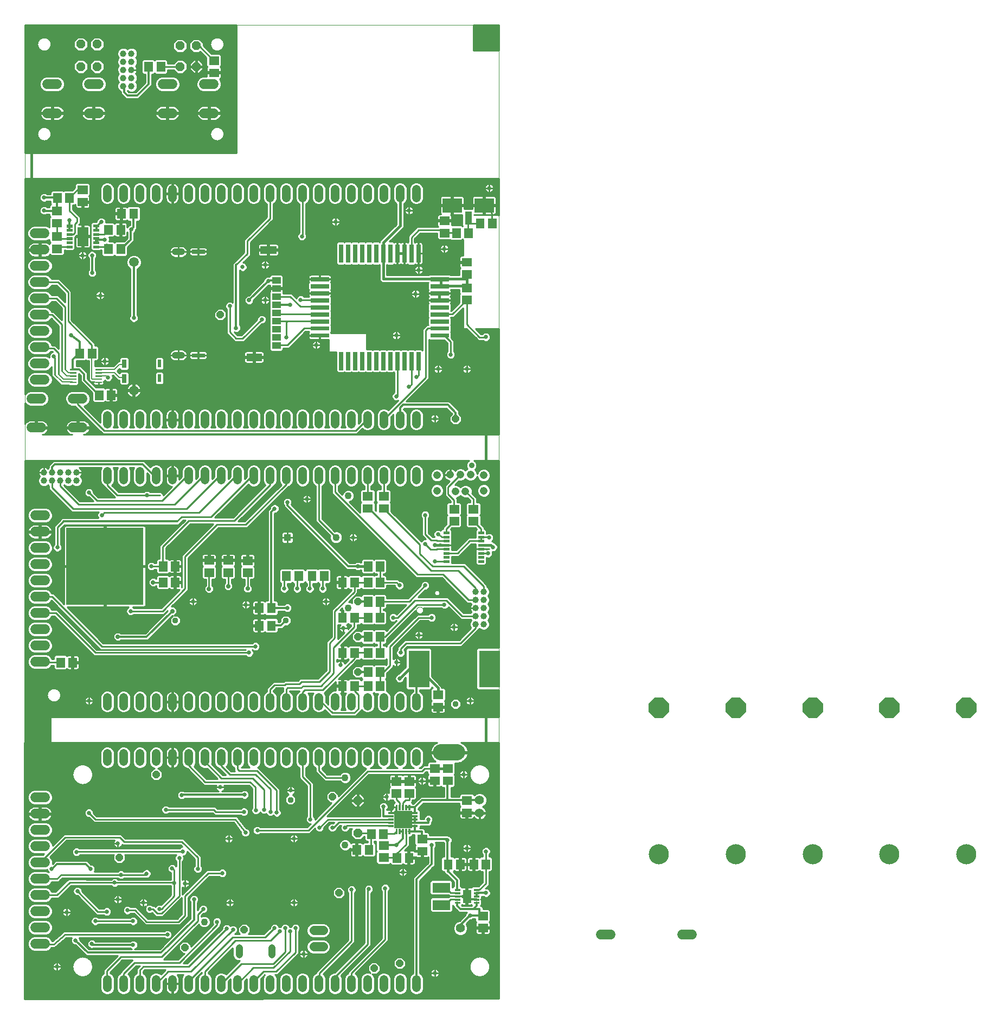
<source format=gbl>
G75*
%MOIN*%
%OFA0B0*%
%FSLAX25Y25*%
%IPPOS*%
%LPD*%
%AMOC8*
5,1,8,0,0,1.08239X$1,22.5*
%
%ADD10C,0.00000*%
%ADD11C,0.00173*%
%ADD12C,0.00197*%
%ADD13C,0.06000*%
%ADD14C,0.05200*%
%ADD15OC8,0.05200*%
%ADD16C,0.00205*%
%ADD17C,0.05600*%
%ADD18C,0.00208*%
%ADD19C,0.00189*%
%ADD20C,0.04400*%
%ADD21R,0.47244X0.47244*%
%ADD22C,0.02984*%
%ADD23C,0.00181*%
%ADD24C,0.03969*%
%ADD25C,0.05937*%
%ADD26C,0.00204*%
%ADD27C,0.00216*%
%ADD28C,0.00198*%
%ADD29C,0.00177*%
%ADD30C,0.05600*%
%ADD31C,0.05512*%
%ADD32C,0.10050*%
%ADD33C,0.04756*%
%ADD34C,0.00252*%
%ADD35C,0.03969*%
%ADD36C,0.00200*%
%ADD37R,0.02362X0.05118*%
%ADD38R,0.04362X0.04362*%
%ADD39C,0.04362*%
%ADD40C,0.12400*%
%ADD41OC8,0.12400*%
%ADD42C,0.01181*%
%ADD43C,0.02584*%
%ADD44OC8,0.04356*%
%ADD45OC8,0.03569*%
%ADD46OC8,0.02584*%
%ADD47C,0.01600*%
%ADD48C,0.01200*%
%ADD49C,0.00984*%
%ADD50C,0.01000*%
%ADD51C,0.00787*%
%ADD52C,0.04356*%
%ADD53C,0.03569*%
%ADD54C,0.01575*%
D10*
X0004954Y0005248D02*
X0296293Y0005248D01*
X0296293Y0603673D01*
X0004954Y0603673D01*
X0004915Y0603831D02*
X0004915Y0005406D01*
X0034481Y0024933D02*
X0034483Y0025086D01*
X0034489Y0025240D01*
X0034499Y0025393D01*
X0034513Y0025545D01*
X0034531Y0025698D01*
X0034553Y0025849D01*
X0034578Y0026000D01*
X0034608Y0026151D01*
X0034642Y0026301D01*
X0034679Y0026449D01*
X0034720Y0026597D01*
X0034765Y0026743D01*
X0034814Y0026889D01*
X0034867Y0027033D01*
X0034923Y0027175D01*
X0034983Y0027316D01*
X0035047Y0027456D01*
X0035114Y0027594D01*
X0035185Y0027730D01*
X0035260Y0027864D01*
X0035337Y0027996D01*
X0035419Y0028126D01*
X0035503Y0028254D01*
X0035591Y0028380D01*
X0035682Y0028503D01*
X0035776Y0028624D01*
X0035874Y0028742D01*
X0035974Y0028858D01*
X0036078Y0028971D01*
X0036184Y0029082D01*
X0036293Y0029190D01*
X0036405Y0029295D01*
X0036519Y0029396D01*
X0036637Y0029495D01*
X0036756Y0029591D01*
X0036878Y0029684D01*
X0037003Y0029773D01*
X0037130Y0029860D01*
X0037259Y0029942D01*
X0037390Y0030022D01*
X0037523Y0030098D01*
X0037658Y0030171D01*
X0037795Y0030240D01*
X0037934Y0030305D01*
X0038074Y0030367D01*
X0038216Y0030425D01*
X0038359Y0030480D01*
X0038504Y0030531D01*
X0038650Y0030578D01*
X0038797Y0030621D01*
X0038945Y0030660D01*
X0039094Y0030696D01*
X0039244Y0030727D01*
X0039395Y0030755D01*
X0039546Y0030779D01*
X0039699Y0030799D01*
X0039851Y0030815D01*
X0040004Y0030827D01*
X0040157Y0030835D01*
X0040310Y0030839D01*
X0040464Y0030839D01*
X0040617Y0030835D01*
X0040770Y0030827D01*
X0040923Y0030815D01*
X0041075Y0030799D01*
X0041228Y0030779D01*
X0041379Y0030755D01*
X0041530Y0030727D01*
X0041680Y0030696D01*
X0041829Y0030660D01*
X0041977Y0030621D01*
X0042124Y0030578D01*
X0042270Y0030531D01*
X0042415Y0030480D01*
X0042558Y0030425D01*
X0042700Y0030367D01*
X0042840Y0030305D01*
X0042979Y0030240D01*
X0043116Y0030171D01*
X0043251Y0030098D01*
X0043384Y0030022D01*
X0043515Y0029942D01*
X0043644Y0029860D01*
X0043771Y0029773D01*
X0043896Y0029684D01*
X0044018Y0029591D01*
X0044137Y0029495D01*
X0044255Y0029396D01*
X0044369Y0029295D01*
X0044481Y0029190D01*
X0044590Y0029082D01*
X0044696Y0028971D01*
X0044800Y0028858D01*
X0044900Y0028742D01*
X0044998Y0028624D01*
X0045092Y0028503D01*
X0045183Y0028380D01*
X0045271Y0028254D01*
X0045355Y0028126D01*
X0045437Y0027996D01*
X0045514Y0027864D01*
X0045589Y0027730D01*
X0045660Y0027594D01*
X0045727Y0027456D01*
X0045791Y0027316D01*
X0045851Y0027175D01*
X0045907Y0027033D01*
X0045960Y0026889D01*
X0046009Y0026743D01*
X0046054Y0026597D01*
X0046095Y0026449D01*
X0046132Y0026301D01*
X0046166Y0026151D01*
X0046196Y0026000D01*
X0046221Y0025849D01*
X0046243Y0025698D01*
X0046261Y0025545D01*
X0046275Y0025393D01*
X0046285Y0025240D01*
X0046291Y0025086D01*
X0046293Y0024933D01*
X0046291Y0024780D01*
X0046285Y0024626D01*
X0046275Y0024473D01*
X0046261Y0024321D01*
X0046243Y0024168D01*
X0046221Y0024017D01*
X0046196Y0023866D01*
X0046166Y0023715D01*
X0046132Y0023565D01*
X0046095Y0023417D01*
X0046054Y0023269D01*
X0046009Y0023123D01*
X0045960Y0022977D01*
X0045907Y0022833D01*
X0045851Y0022691D01*
X0045791Y0022550D01*
X0045727Y0022410D01*
X0045660Y0022272D01*
X0045589Y0022136D01*
X0045514Y0022002D01*
X0045437Y0021870D01*
X0045355Y0021740D01*
X0045271Y0021612D01*
X0045183Y0021486D01*
X0045092Y0021363D01*
X0044998Y0021242D01*
X0044900Y0021124D01*
X0044800Y0021008D01*
X0044696Y0020895D01*
X0044590Y0020784D01*
X0044481Y0020676D01*
X0044369Y0020571D01*
X0044255Y0020470D01*
X0044137Y0020371D01*
X0044018Y0020275D01*
X0043896Y0020182D01*
X0043771Y0020093D01*
X0043644Y0020006D01*
X0043515Y0019924D01*
X0043384Y0019844D01*
X0043251Y0019768D01*
X0043116Y0019695D01*
X0042979Y0019626D01*
X0042840Y0019561D01*
X0042700Y0019499D01*
X0042558Y0019441D01*
X0042415Y0019386D01*
X0042270Y0019335D01*
X0042124Y0019288D01*
X0041977Y0019245D01*
X0041829Y0019206D01*
X0041680Y0019170D01*
X0041530Y0019139D01*
X0041379Y0019111D01*
X0041228Y0019087D01*
X0041075Y0019067D01*
X0040923Y0019051D01*
X0040770Y0019039D01*
X0040617Y0019031D01*
X0040464Y0019027D01*
X0040310Y0019027D01*
X0040157Y0019031D01*
X0040004Y0019039D01*
X0039851Y0019051D01*
X0039699Y0019067D01*
X0039546Y0019087D01*
X0039395Y0019111D01*
X0039244Y0019139D01*
X0039094Y0019170D01*
X0038945Y0019206D01*
X0038797Y0019245D01*
X0038650Y0019288D01*
X0038504Y0019335D01*
X0038359Y0019386D01*
X0038216Y0019441D01*
X0038074Y0019499D01*
X0037934Y0019561D01*
X0037795Y0019626D01*
X0037658Y0019695D01*
X0037523Y0019768D01*
X0037390Y0019844D01*
X0037259Y0019924D01*
X0037130Y0020006D01*
X0037003Y0020093D01*
X0036878Y0020182D01*
X0036756Y0020275D01*
X0036637Y0020371D01*
X0036519Y0020470D01*
X0036405Y0020571D01*
X0036293Y0020676D01*
X0036184Y0020784D01*
X0036078Y0020895D01*
X0035974Y0021008D01*
X0035874Y0021124D01*
X0035776Y0021242D01*
X0035682Y0021363D01*
X0035591Y0021486D01*
X0035503Y0021612D01*
X0035419Y0021740D01*
X0035337Y0021870D01*
X0035260Y0022002D01*
X0035185Y0022136D01*
X0035114Y0022272D01*
X0035047Y0022410D01*
X0034983Y0022550D01*
X0034923Y0022691D01*
X0034867Y0022833D01*
X0034814Y0022977D01*
X0034765Y0023123D01*
X0034720Y0023269D01*
X0034679Y0023417D01*
X0034642Y0023565D01*
X0034608Y0023715D01*
X0034578Y0023866D01*
X0034553Y0024017D01*
X0034531Y0024168D01*
X0034513Y0024321D01*
X0034499Y0024473D01*
X0034489Y0024626D01*
X0034483Y0024780D01*
X0034481Y0024933D01*
X0034481Y0143043D02*
X0034483Y0143196D01*
X0034489Y0143350D01*
X0034499Y0143503D01*
X0034513Y0143655D01*
X0034531Y0143808D01*
X0034553Y0143959D01*
X0034578Y0144110D01*
X0034608Y0144261D01*
X0034642Y0144411D01*
X0034679Y0144559D01*
X0034720Y0144707D01*
X0034765Y0144853D01*
X0034814Y0144999D01*
X0034867Y0145143D01*
X0034923Y0145285D01*
X0034983Y0145426D01*
X0035047Y0145566D01*
X0035114Y0145704D01*
X0035185Y0145840D01*
X0035260Y0145974D01*
X0035337Y0146106D01*
X0035419Y0146236D01*
X0035503Y0146364D01*
X0035591Y0146490D01*
X0035682Y0146613D01*
X0035776Y0146734D01*
X0035874Y0146852D01*
X0035974Y0146968D01*
X0036078Y0147081D01*
X0036184Y0147192D01*
X0036293Y0147300D01*
X0036405Y0147405D01*
X0036519Y0147506D01*
X0036637Y0147605D01*
X0036756Y0147701D01*
X0036878Y0147794D01*
X0037003Y0147883D01*
X0037130Y0147970D01*
X0037259Y0148052D01*
X0037390Y0148132D01*
X0037523Y0148208D01*
X0037658Y0148281D01*
X0037795Y0148350D01*
X0037934Y0148415D01*
X0038074Y0148477D01*
X0038216Y0148535D01*
X0038359Y0148590D01*
X0038504Y0148641D01*
X0038650Y0148688D01*
X0038797Y0148731D01*
X0038945Y0148770D01*
X0039094Y0148806D01*
X0039244Y0148837D01*
X0039395Y0148865D01*
X0039546Y0148889D01*
X0039699Y0148909D01*
X0039851Y0148925D01*
X0040004Y0148937D01*
X0040157Y0148945D01*
X0040310Y0148949D01*
X0040464Y0148949D01*
X0040617Y0148945D01*
X0040770Y0148937D01*
X0040923Y0148925D01*
X0041075Y0148909D01*
X0041228Y0148889D01*
X0041379Y0148865D01*
X0041530Y0148837D01*
X0041680Y0148806D01*
X0041829Y0148770D01*
X0041977Y0148731D01*
X0042124Y0148688D01*
X0042270Y0148641D01*
X0042415Y0148590D01*
X0042558Y0148535D01*
X0042700Y0148477D01*
X0042840Y0148415D01*
X0042979Y0148350D01*
X0043116Y0148281D01*
X0043251Y0148208D01*
X0043384Y0148132D01*
X0043515Y0148052D01*
X0043644Y0147970D01*
X0043771Y0147883D01*
X0043896Y0147794D01*
X0044018Y0147701D01*
X0044137Y0147605D01*
X0044255Y0147506D01*
X0044369Y0147405D01*
X0044481Y0147300D01*
X0044590Y0147192D01*
X0044696Y0147081D01*
X0044800Y0146968D01*
X0044900Y0146852D01*
X0044998Y0146734D01*
X0045092Y0146613D01*
X0045183Y0146490D01*
X0045271Y0146364D01*
X0045355Y0146236D01*
X0045437Y0146106D01*
X0045514Y0145974D01*
X0045589Y0145840D01*
X0045660Y0145704D01*
X0045727Y0145566D01*
X0045791Y0145426D01*
X0045851Y0145285D01*
X0045907Y0145143D01*
X0045960Y0144999D01*
X0046009Y0144853D01*
X0046054Y0144707D01*
X0046095Y0144559D01*
X0046132Y0144411D01*
X0046166Y0144261D01*
X0046196Y0144110D01*
X0046221Y0143959D01*
X0046243Y0143808D01*
X0046261Y0143655D01*
X0046275Y0143503D01*
X0046285Y0143350D01*
X0046291Y0143196D01*
X0046293Y0143043D01*
X0046291Y0142890D01*
X0046285Y0142736D01*
X0046275Y0142583D01*
X0046261Y0142431D01*
X0046243Y0142278D01*
X0046221Y0142127D01*
X0046196Y0141976D01*
X0046166Y0141825D01*
X0046132Y0141675D01*
X0046095Y0141527D01*
X0046054Y0141379D01*
X0046009Y0141233D01*
X0045960Y0141087D01*
X0045907Y0140943D01*
X0045851Y0140801D01*
X0045791Y0140660D01*
X0045727Y0140520D01*
X0045660Y0140382D01*
X0045589Y0140246D01*
X0045514Y0140112D01*
X0045437Y0139980D01*
X0045355Y0139850D01*
X0045271Y0139722D01*
X0045183Y0139596D01*
X0045092Y0139473D01*
X0044998Y0139352D01*
X0044900Y0139234D01*
X0044800Y0139118D01*
X0044696Y0139005D01*
X0044590Y0138894D01*
X0044481Y0138786D01*
X0044369Y0138681D01*
X0044255Y0138580D01*
X0044137Y0138481D01*
X0044018Y0138385D01*
X0043896Y0138292D01*
X0043771Y0138203D01*
X0043644Y0138116D01*
X0043515Y0138034D01*
X0043384Y0137954D01*
X0043251Y0137878D01*
X0043116Y0137805D01*
X0042979Y0137736D01*
X0042840Y0137671D01*
X0042700Y0137609D01*
X0042558Y0137551D01*
X0042415Y0137496D01*
X0042270Y0137445D01*
X0042124Y0137398D01*
X0041977Y0137355D01*
X0041829Y0137316D01*
X0041680Y0137280D01*
X0041530Y0137249D01*
X0041379Y0137221D01*
X0041228Y0137197D01*
X0041075Y0137177D01*
X0040923Y0137161D01*
X0040770Y0137149D01*
X0040617Y0137141D01*
X0040464Y0137137D01*
X0040310Y0137137D01*
X0040157Y0137141D01*
X0040004Y0137149D01*
X0039851Y0137161D01*
X0039699Y0137177D01*
X0039546Y0137197D01*
X0039395Y0137221D01*
X0039244Y0137249D01*
X0039094Y0137280D01*
X0038945Y0137316D01*
X0038797Y0137355D01*
X0038650Y0137398D01*
X0038504Y0137445D01*
X0038359Y0137496D01*
X0038216Y0137551D01*
X0038074Y0137609D01*
X0037934Y0137671D01*
X0037795Y0137736D01*
X0037658Y0137805D01*
X0037523Y0137878D01*
X0037390Y0137954D01*
X0037259Y0138034D01*
X0037130Y0138116D01*
X0037003Y0138203D01*
X0036878Y0138292D01*
X0036756Y0138385D01*
X0036637Y0138481D01*
X0036519Y0138580D01*
X0036405Y0138681D01*
X0036293Y0138786D01*
X0036184Y0138894D01*
X0036078Y0139005D01*
X0035974Y0139118D01*
X0035874Y0139234D01*
X0035776Y0139352D01*
X0035682Y0139473D01*
X0035591Y0139596D01*
X0035503Y0139722D01*
X0035419Y0139850D01*
X0035337Y0139980D01*
X0035260Y0140112D01*
X0035185Y0140246D01*
X0035114Y0140382D01*
X0035047Y0140520D01*
X0034983Y0140660D01*
X0034923Y0140801D01*
X0034867Y0140943D01*
X0034814Y0141087D01*
X0034765Y0141233D01*
X0034720Y0141379D01*
X0034679Y0141527D01*
X0034642Y0141675D01*
X0034608Y0141825D01*
X0034578Y0141976D01*
X0034553Y0142127D01*
X0034531Y0142278D01*
X0034513Y0142431D01*
X0034499Y0142583D01*
X0034489Y0142736D01*
X0034483Y0142890D01*
X0034481Y0143043D01*
X0004954Y0178476D02*
X0004954Y0335957D01*
X0018812Y0191823D02*
X0018814Y0191948D01*
X0018820Y0192073D01*
X0018830Y0192197D01*
X0018844Y0192321D01*
X0018861Y0192445D01*
X0018883Y0192568D01*
X0018909Y0192690D01*
X0018938Y0192812D01*
X0018971Y0192932D01*
X0019009Y0193051D01*
X0019049Y0193170D01*
X0019094Y0193286D01*
X0019142Y0193401D01*
X0019194Y0193515D01*
X0019250Y0193627D01*
X0019309Y0193737D01*
X0019371Y0193845D01*
X0019437Y0193952D01*
X0019506Y0194056D01*
X0019579Y0194157D01*
X0019654Y0194257D01*
X0019733Y0194354D01*
X0019815Y0194448D01*
X0019900Y0194540D01*
X0019987Y0194629D01*
X0020078Y0194715D01*
X0020171Y0194798D01*
X0020267Y0194879D01*
X0020365Y0194956D01*
X0020465Y0195030D01*
X0020568Y0195101D01*
X0020673Y0195168D01*
X0020781Y0195233D01*
X0020890Y0195293D01*
X0021001Y0195351D01*
X0021114Y0195404D01*
X0021228Y0195454D01*
X0021344Y0195501D01*
X0021461Y0195543D01*
X0021580Y0195582D01*
X0021700Y0195618D01*
X0021821Y0195649D01*
X0021943Y0195677D01*
X0022065Y0195700D01*
X0022189Y0195720D01*
X0022313Y0195736D01*
X0022437Y0195748D01*
X0022562Y0195756D01*
X0022687Y0195760D01*
X0022811Y0195760D01*
X0022936Y0195756D01*
X0023061Y0195748D01*
X0023185Y0195736D01*
X0023309Y0195720D01*
X0023433Y0195700D01*
X0023555Y0195677D01*
X0023677Y0195649D01*
X0023798Y0195618D01*
X0023918Y0195582D01*
X0024037Y0195543D01*
X0024154Y0195501D01*
X0024270Y0195454D01*
X0024384Y0195404D01*
X0024497Y0195351D01*
X0024608Y0195293D01*
X0024718Y0195233D01*
X0024825Y0195168D01*
X0024930Y0195101D01*
X0025033Y0195030D01*
X0025133Y0194956D01*
X0025231Y0194879D01*
X0025327Y0194798D01*
X0025420Y0194715D01*
X0025511Y0194629D01*
X0025598Y0194540D01*
X0025683Y0194448D01*
X0025765Y0194354D01*
X0025844Y0194257D01*
X0025919Y0194157D01*
X0025992Y0194056D01*
X0026061Y0193952D01*
X0026127Y0193845D01*
X0026189Y0193737D01*
X0026248Y0193627D01*
X0026304Y0193515D01*
X0026356Y0193401D01*
X0026404Y0193286D01*
X0026449Y0193170D01*
X0026489Y0193051D01*
X0026527Y0192932D01*
X0026560Y0192812D01*
X0026589Y0192690D01*
X0026615Y0192568D01*
X0026637Y0192445D01*
X0026654Y0192321D01*
X0026668Y0192197D01*
X0026678Y0192073D01*
X0026684Y0191948D01*
X0026686Y0191823D01*
X0026684Y0191698D01*
X0026678Y0191573D01*
X0026668Y0191449D01*
X0026654Y0191325D01*
X0026637Y0191201D01*
X0026615Y0191078D01*
X0026589Y0190956D01*
X0026560Y0190834D01*
X0026527Y0190714D01*
X0026489Y0190595D01*
X0026449Y0190476D01*
X0026404Y0190360D01*
X0026356Y0190245D01*
X0026304Y0190131D01*
X0026248Y0190019D01*
X0026189Y0189909D01*
X0026127Y0189801D01*
X0026061Y0189694D01*
X0025992Y0189590D01*
X0025919Y0189489D01*
X0025844Y0189389D01*
X0025765Y0189292D01*
X0025683Y0189198D01*
X0025598Y0189106D01*
X0025511Y0189017D01*
X0025420Y0188931D01*
X0025327Y0188848D01*
X0025231Y0188767D01*
X0025133Y0188690D01*
X0025033Y0188616D01*
X0024930Y0188545D01*
X0024825Y0188478D01*
X0024717Y0188413D01*
X0024608Y0188353D01*
X0024497Y0188295D01*
X0024384Y0188242D01*
X0024270Y0188192D01*
X0024154Y0188145D01*
X0024037Y0188103D01*
X0023918Y0188064D01*
X0023798Y0188028D01*
X0023677Y0187997D01*
X0023555Y0187969D01*
X0023433Y0187946D01*
X0023309Y0187926D01*
X0023185Y0187910D01*
X0023061Y0187898D01*
X0022936Y0187890D01*
X0022811Y0187886D01*
X0022687Y0187886D01*
X0022562Y0187890D01*
X0022437Y0187898D01*
X0022313Y0187910D01*
X0022189Y0187926D01*
X0022065Y0187946D01*
X0021943Y0187969D01*
X0021821Y0187997D01*
X0021700Y0188028D01*
X0021580Y0188064D01*
X0021461Y0188103D01*
X0021344Y0188145D01*
X0021228Y0188192D01*
X0021114Y0188242D01*
X0021001Y0188295D01*
X0020890Y0188353D01*
X0020780Y0188413D01*
X0020673Y0188478D01*
X0020568Y0188545D01*
X0020465Y0188616D01*
X0020365Y0188690D01*
X0020267Y0188767D01*
X0020171Y0188848D01*
X0020078Y0188931D01*
X0019987Y0189017D01*
X0019900Y0189106D01*
X0019815Y0189198D01*
X0019733Y0189292D01*
X0019654Y0189389D01*
X0019579Y0189489D01*
X0019506Y0189590D01*
X0019437Y0189694D01*
X0019371Y0189801D01*
X0019309Y0189909D01*
X0019250Y0190019D01*
X0019194Y0190131D01*
X0019142Y0190245D01*
X0019094Y0190360D01*
X0019049Y0190476D01*
X0019009Y0190595D01*
X0018971Y0190714D01*
X0018938Y0190834D01*
X0018909Y0190956D01*
X0018883Y0191078D01*
X0018861Y0191201D01*
X0018844Y0191325D01*
X0018830Y0191449D01*
X0018820Y0191573D01*
X0018814Y0191698D01*
X0018812Y0191823D01*
X0245629Y0244053D02*
X0245631Y0244144D01*
X0245637Y0244234D01*
X0245647Y0244325D01*
X0245661Y0244414D01*
X0245679Y0244503D01*
X0245700Y0244592D01*
X0245726Y0244679D01*
X0245755Y0244765D01*
X0245789Y0244849D01*
X0245825Y0244932D01*
X0245866Y0245014D01*
X0245910Y0245093D01*
X0245957Y0245171D01*
X0246008Y0245246D01*
X0246062Y0245319D01*
X0246119Y0245389D01*
X0246179Y0245457D01*
X0246242Y0245523D01*
X0246308Y0245585D01*
X0246377Y0245644D01*
X0246448Y0245701D01*
X0246522Y0245754D01*
X0246598Y0245804D01*
X0246676Y0245851D01*
X0246756Y0245894D01*
X0246837Y0245933D01*
X0246921Y0245969D01*
X0247006Y0246001D01*
X0247092Y0246030D01*
X0247179Y0246054D01*
X0247268Y0246075D01*
X0247357Y0246092D01*
X0247447Y0246105D01*
X0247537Y0246114D01*
X0247628Y0246119D01*
X0247719Y0246120D01*
X0247809Y0246117D01*
X0247900Y0246110D01*
X0247990Y0246099D01*
X0248080Y0246084D01*
X0248169Y0246065D01*
X0248257Y0246043D01*
X0248343Y0246016D01*
X0248429Y0245986D01*
X0248513Y0245952D01*
X0248596Y0245914D01*
X0248677Y0245873D01*
X0248756Y0245828D01*
X0248833Y0245779D01*
X0248907Y0245728D01*
X0248980Y0245673D01*
X0249050Y0245615D01*
X0249117Y0245554D01*
X0249181Y0245490D01*
X0249243Y0245424D01*
X0249302Y0245354D01*
X0249357Y0245283D01*
X0249410Y0245208D01*
X0249459Y0245132D01*
X0249505Y0245054D01*
X0249547Y0244973D01*
X0249586Y0244891D01*
X0249621Y0244807D01*
X0249652Y0244722D01*
X0249679Y0244635D01*
X0249703Y0244548D01*
X0249723Y0244459D01*
X0249739Y0244370D01*
X0249751Y0244280D01*
X0249759Y0244189D01*
X0249763Y0244098D01*
X0249763Y0244008D01*
X0249759Y0243917D01*
X0249751Y0243826D01*
X0249739Y0243736D01*
X0249723Y0243647D01*
X0249703Y0243558D01*
X0249679Y0243471D01*
X0249652Y0243384D01*
X0249621Y0243299D01*
X0249586Y0243215D01*
X0249547Y0243133D01*
X0249505Y0243052D01*
X0249459Y0242974D01*
X0249410Y0242898D01*
X0249357Y0242823D01*
X0249302Y0242752D01*
X0249243Y0242682D01*
X0249181Y0242616D01*
X0249117Y0242552D01*
X0249050Y0242491D01*
X0248980Y0242433D01*
X0248907Y0242378D01*
X0248833Y0242327D01*
X0248756Y0242278D01*
X0248677Y0242233D01*
X0248596Y0242192D01*
X0248513Y0242154D01*
X0248429Y0242120D01*
X0248343Y0242090D01*
X0248257Y0242063D01*
X0248169Y0242041D01*
X0248080Y0242022D01*
X0247990Y0242007D01*
X0247900Y0241996D01*
X0247809Y0241989D01*
X0247719Y0241986D01*
X0247628Y0241987D01*
X0247537Y0241992D01*
X0247447Y0242001D01*
X0247357Y0242014D01*
X0247268Y0242031D01*
X0247179Y0242052D01*
X0247092Y0242076D01*
X0247006Y0242105D01*
X0246921Y0242137D01*
X0246837Y0242173D01*
X0246756Y0242212D01*
X0246676Y0242255D01*
X0246598Y0242302D01*
X0246522Y0242352D01*
X0246448Y0242405D01*
X0246377Y0242462D01*
X0246308Y0242521D01*
X0246242Y0242583D01*
X0246179Y0242649D01*
X0246119Y0242717D01*
X0246062Y0242787D01*
X0246008Y0242860D01*
X0245957Y0242935D01*
X0245910Y0243013D01*
X0245866Y0243092D01*
X0245825Y0243174D01*
X0245789Y0243257D01*
X0245755Y0243341D01*
X0245726Y0243427D01*
X0245700Y0243514D01*
X0245679Y0243603D01*
X0245661Y0243692D01*
X0245647Y0243781D01*
X0245637Y0243872D01*
X0245631Y0243962D01*
X0245629Y0244053D01*
X0256799Y0254632D02*
X0256801Y0254709D01*
X0256807Y0254785D01*
X0256817Y0254861D01*
X0256831Y0254936D01*
X0256848Y0255011D01*
X0256870Y0255084D01*
X0256895Y0255157D01*
X0256925Y0255228D01*
X0256957Y0255297D01*
X0256994Y0255364D01*
X0257033Y0255430D01*
X0257076Y0255493D01*
X0257123Y0255554D01*
X0257172Y0255613D01*
X0257225Y0255669D01*
X0257280Y0255722D01*
X0257338Y0255772D01*
X0257398Y0255819D01*
X0257461Y0255863D01*
X0257526Y0255904D01*
X0257593Y0255941D01*
X0257662Y0255975D01*
X0257732Y0256005D01*
X0257804Y0256031D01*
X0257878Y0256053D01*
X0257952Y0256072D01*
X0258027Y0256087D01*
X0258103Y0256098D01*
X0258179Y0256105D01*
X0258256Y0256108D01*
X0258332Y0256107D01*
X0258409Y0256102D01*
X0258485Y0256093D01*
X0258561Y0256080D01*
X0258635Y0256063D01*
X0258709Y0256043D01*
X0258782Y0256018D01*
X0258853Y0255990D01*
X0258923Y0255958D01*
X0258991Y0255923D01*
X0259057Y0255884D01*
X0259121Y0255842D01*
X0259182Y0255796D01*
X0259242Y0255747D01*
X0259298Y0255696D01*
X0259352Y0255641D01*
X0259403Y0255584D01*
X0259451Y0255524D01*
X0259496Y0255462D01*
X0259537Y0255397D01*
X0259575Y0255331D01*
X0259610Y0255263D01*
X0259640Y0255192D01*
X0259668Y0255121D01*
X0259691Y0255048D01*
X0259711Y0254974D01*
X0259727Y0254899D01*
X0259739Y0254823D01*
X0259747Y0254747D01*
X0259751Y0254670D01*
X0259751Y0254594D01*
X0259747Y0254517D01*
X0259739Y0254441D01*
X0259727Y0254365D01*
X0259711Y0254290D01*
X0259691Y0254216D01*
X0259668Y0254143D01*
X0259640Y0254072D01*
X0259610Y0254001D01*
X0259575Y0253933D01*
X0259537Y0253867D01*
X0259496Y0253802D01*
X0259451Y0253740D01*
X0259403Y0253680D01*
X0259352Y0253623D01*
X0259298Y0253568D01*
X0259242Y0253517D01*
X0259182Y0253468D01*
X0259121Y0253422D01*
X0259057Y0253380D01*
X0258991Y0253341D01*
X0258923Y0253306D01*
X0258853Y0253274D01*
X0258782Y0253246D01*
X0258709Y0253221D01*
X0258635Y0253201D01*
X0258561Y0253184D01*
X0258485Y0253171D01*
X0258409Y0253162D01*
X0258332Y0253157D01*
X0258256Y0253156D01*
X0258179Y0253159D01*
X0258103Y0253166D01*
X0258027Y0253177D01*
X0257952Y0253192D01*
X0257878Y0253211D01*
X0257804Y0253233D01*
X0257732Y0253259D01*
X0257662Y0253289D01*
X0257593Y0253323D01*
X0257526Y0253360D01*
X0257461Y0253401D01*
X0257398Y0253445D01*
X0257338Y0253492D01*
X0257280Y0253542D01*
X0257225Y0253595D01*
X0257172Y0253651D01*
X0257123Y0253710D01*
X0257076Y0253771D01*
X0257033Y0253834D01*
X0256994Y0253900D01*
X0256957Y0253967D01*
X0256925Y0254036D01*
X0256895Y0254107D01*
X0256870Y0254180D01*
X0256848Y0254253D01*
X0256831Y0254328D01*
X0256817Y0254403D01*
X0256807Y0254479D01*
X0256801Y0254555D01*
X0256799Y0254632D01*
X0296293Y0178476D02*
X0296293Y0335957D01*
X0296253Y0351862D02*
X0296253Y0509343D01*
X0119127Y0536744D02*
X0119129Y0536869D01*
X0119135Y0536994D01*
X0119145Y0537118D01*
X0119159Y0537242D01*
X0119176Y0537366D01*
X0119198Y0537489D01*
X0119224Y0537611D01*
X0119253Y0537733D01*
X0119286Y0537853D01*
X0119324Y0537972D01*
X0119364Y0538091D01*
X0119409Y0538207D01*
X0119457Y0538322D01*
X0119509Y0538436D01*
X0119565Y0538548D01*
X0119624Y0538658D01*
X0119686Y0538766D01*
X0119752Y0538873D01*
X0119821Y0538977D01*
X0119894Y0539078D01*
X0119969Y0539178D01*
X0120048Y0539275D01*
X0120130Y0539369D01*
X0120215Y0539461D01*
X0120302Y0539550D01*
X0120393Y0539636D01*
X0120486Y0539719D01*
X0120582Y0539800D01*
X0120680Y0539877D01*
X0120780Y0539951D01*
X0120883Y0540022D01*
X0120988Y0540089D01*
X0121096Y0540154D01*
X0121205Y0540214D01*
X0121316Y0540272D01*
X0121429Y0540325D01*
X0121543Y0540375D01*
X0121659Y0540422D01*
X0121776Y0540464D01*
X0121895Y0540503D01*
X0122015Y0540539D01*
X0122136Y0540570D01*
X0122258Y0540598D01*
X0122380Y0540621D01*
X0122504Y0540641D01*
X0122628Y0540657D01*
X0122752Y0540669D01*
X0122877Y0540677D01*
X0123002Y0540681D01*
X0123126Y0540681D01*
X0123251Y0540677D01*
X0123376Y0540669D01*
X0123500Y0540657D01*
X0123624Y0540641D01*
X0123748Y0540621D01*
X0123870Y0540598D01*
X0123992Y0540570D01*
X0124113Y0540539D01*
X0124233Y0540503D01*
X0124352Y0540464D01*
X0124469Y0540422D01*
X0124585Y0540375D01*
X0124699Y0540325D01*
X0124812Y0540272D01*
X0124923Y0540214D01*
X0125033Y0540154D01*
X0125140Y0540089D01*
X0125245Y0540022D01*
X0125348Y0539951D01*
X0125448Y0539877D01*
X0125546Y0539800D01*
X0125642Y0539719D01*
X0125735Y0539636D01*
X0125826Y0539550D01*
X0125913Y0539461D01*
X0125998Y0539369D01*
X0126080Y0539275D01*
X0126159Y0539178D01*
X0126234Y0539078D01*
X0126307Y0538977D01*
X0126376Y0538873D01*
X0126442Y0538766D01*
X0126504Y0538658D01*
X0126563Y0538548D01*
X0126619Y0538436D01*
X0126671Y0538322D01*
X0126719Y0538207D01*
X0126764Y0538091D01*
X0126804Y0537972D01*
X0126842Y0537853D01*
X0126875Y0537733D01*
X0126904Y0537611D01*
X0126930Y0537489D01*
X0126952Y0537366D01*
X0126969Y0537242D01*
X0126983Y0537118D01*
X0126993Y0536994D01*
X0126999Y0536869D01*
X0127001Y0536744D01*
X0126999Y0536619D01*
X0126993Y0536494D01*
X0126983Y0536370D01*
X0126969Y0536246D01*
X0126952Y0536122D01*
X0126930Y0535999D01*
X0126904Y0535877D01*
X0126875Y0535755D01*
X0126842Y0535635D01*
X0126804Y0535516D01*
X0126764Y0535397D01*
X0126719Y0535281D01*
X0126671Y0535166D01*
X0126619Y0535052D01*
X0126563Y0534940D01*
X0126504Y0534830D01*
X0126442Y0534722D01*
X0126376Y0534615D01*
X0126307Y0534511D01*
X0126234Y0534410D01*
X0126159Y0534310D01*
X0126080Y0534213D01*
X0125998Y0534119D01*
X0125913Y0534027D01*
X0125826Y0533938D01*
X0125735Y0533852D01*
X0125642Y0533769D01*
X0125546Y0533688D01*
X0125448Y0533611D01*
X0125348Y0533537D01*
X0125245Y0533466D01*
X0125140Y0533399D01*
X0125032Y0533334D01*
X0124923Y0533274D01*
X0124812Y0533216D01*
X0124699Y0533163D01*
X0124585Y0533113D01*
X0124469Y0533066D01*
X0124352Y0533024D01*
X0124233Y0532985D01*
X0124113Y0532949D01*
X0123992Y0532918D01*
X0123870Y0532890D01*
X0123748Y0532867D01*
X0123624Y0532847D01*
X0123500Y0532831D01*
X0123376Y0532819D01*
X0123251Y0532811D01*
X0123126Y0532807D01*
X0123002Y0532807D01*
X0122877Y0532811D01*
X0122752Y0532819D01*
X0122628Y0532831D01*
X0122504Y0532847D01*
X0122380Y0532867D01*
X0122258Y0532890D01*
X0122136Y0532918D01*
X0122015Y0532949D01*
X0121895Y0532985D01*
X0121776Y0533024D01*
X0121659Y0533066D01*
X0121543Y0533113D01*
X0121429Y0533163D01*
X0121316Y0533216D01*
X0121205Y0533274D01*
X0121095Y0533334D01*
X0120988Y0533399D01*
X0120883Y0533466D01*
X0120780Y0533537D01*
X0120680Y0533611D01*
X0120582Y0533688D01*
X0120486Y0533769D01*
X0120393Y0533852D01*
X0120302Y0533938D01*
X0120215Y0534027D01*
X0120130Y0534119D01*
X0120048Y0534213D01*
X0119969Y0534310D01*
X0119894Y0534410D01*
X0119821Y0534511D01*
X0119752Y0534615D01*
X0119686Y0534722D01*
X0119624Y0534830D01*
X0119565Y0534940D01*
X0119509Y0535052D01*
X0119457Y0535166D01*
X0119409Y0535281D01*
X0119364Y0535397D01*
X0119324Y0535516D01*
X0119286Y0535635D01*
X0119253Y0535755D01*
X0119224Y0535877D01*
X0119198Y0535999D01*
X0119176Y0536122D01*
X0119159Y0536246D01*
X0119145Y0536370D01*
X0119135Y0536494D01*
X0119129Y0536619D01*
X0119127Y0536744D01*
X0119127Y0591862D02*
X0119129Y0591987D01*
X0119135Y0592112D01*
X0119145Y0592236D01*
X0119159Y0592360D01*
X0119176Y0592484D01*
X0119198Y0592607D01*
X0119224Y0592729D01*
X0119253Y0592851D01*
X0119286Y0592971D01*
X0119324Y0593090D01*
X0119364Y0593209D01*
X0119409Y0593325D01*
X0119457Y0593440D01*
X0119509Y0593554D01*
X0119565Y0593666D01*
X0119624Y0593776D01*
X0119686Y0593884D01*
X0119752Y0593991D01*
X0119821Y0594095D01*
X0119894Y0594196D01*
X0119969Y0594296D01*
X0120048Y0594393D01*
X0120130Y0594487D01*
X0120215Y0594579D01*
X0120302Y0594668D01*
X0120393Y0594754D01*
X0120486Y0594837D01*
X0120582Y0594918D01*
X0120680Y0594995D01*
X0120780Y0595069D01*
X0120883Y0595140D01*
X0120988Y0595207D01*
X0121096Y0595272D01*
X0121205Y0595332D01*
X0121316Y0595390D01*
X0121429Y0595443D01*
X0121543Y0595493D01*
X0121659Y0595540D01*
X0121776Y0595582D01*
X0121895Y0595621D01*
X0122015Y0595657D01*
X0122136Y0595688D01*
X0122258Y0595716D01*
X0122380Y0595739D01*
X0122504Y0595759D01*
X0122628Y0595775D01*
X0122752Y0595787D01*
X0122877Y0595795D01*
X0123002Y0595799D01*
X0123126Y0595799D01*
X0123251Y0595795D01*
X0123376Y0595787D01*
X0123500Y0595775D01*
X0123624Y0595759D01*
X0123748Y0595739D01*
X0123870Y0595716D01*
X0123992Y0595688D01*
X0124113Y0595657D01*
X0124233Y0595621D01*
X0124352Y0595582D01*
X0124469Y0595540D01*
X0124585Y0595493D01*
X0124699Y0595443D01*
X0124812Y0595390D01*
X0124923Y0595332D01*
X0125033Y0595272D01*
X0125140Y0595207D01*
X0125245Y0595140D01*
X0125348Y0595069D01*
X0125448Y0594995D01*
X0125546Y0594918D01*
X0125642Y0594837D01*
X0125735Y0594754D01*
X0125826Y0594668D01*
X0125913Y0594579D01*
X0125998Y0594487D01*
X0126080Y0594393D01*
X0126159Y0594296D01*
X0126234Y0594196D01*
X0126307Y0594095D01*
X0126376Y0593991D01*
X0126442Y0593884D01*
X0126504Y0593776D01*
X0126563Y0593666D01*
X0126619Y0593554D01*
X0126671Y0593440D01*
X0126719Y0593325D01*
X0126764Y0593209D01*
X0126804Y0593090D01*
X0126842Y0592971D01*
X0126875Y0592851D01*
X0126904Y0592729D01*
X0126930Y0592607D01*
X0126952Y0592484D01*
X0126969Y0592360D01*
X0126983Y0592236D01*
X0126993Y0592112D01*
X0126999Y0591987D01*
X0127001Y0591862D01*
X0126999Y0591737D01*
X0126993Y0591612D01*
X0126983Y0591488D01*
X0126969Y0591364D01*
X0126952Y0591240D01*
X0126930Y0591117D01*
X0126904Y0590995D01*
X0126875Y0590873D01*
X0126842Y0590753D01*
X0126804Y0590634D01*
X0126764Y0590515D01*
X0126719Y0590399D01*
X0126671Y0590284D01*
X0126619Y0590170D01*
X0126563Y0590058D01*
X0126504Y0589948D01*
X0126442Y0589840D01*
X0126376Y0589733D01*
X0126307Y0589629D01*
X0126234Y0589528D01*
X0126159Y0589428D01*
X0126080Y0589331D01*
X0125998Y0589237D01*
X0125913Y0589145D01*
X0125826Y0589056D01*
X0125735Y0588970D01*
X0125642Y0588887D01*
X0125546Y0588806D01*
X0125448Y0588729D01*
X0125348Y0588655D01*
X0125245Y0588584D01*
X0125140Y0588517D01*
X0125032Y0588452D01*
X0124923Y0588392D01*
X0124812Y0588334D01*
X0124699Y0588281D01*
X0124585Y0588231D01*
X0124469Y0588184D01*
X0124352Y0588142D01*
X0124233Y0588103D01*
X0124113Y0588067D01*
X0123992Y0588036D01*
X0123870Y0588008D01*
X0123748Y0587985D01*
X0123624Y0587965D01*
X0123500Y0587949D01*
X0123376Y0587937D01*
X0123251Y0587929D01*
X0123126Y0587925D01*
X0123002Y0587925D01*
X0122877Y0587929D01*
X0122752Y0587937D01*
X0122628Y0587949D01*
X0122504Y0587965D01*
X0122380Y0587985D01*
X0122258Y0588008D01*
X0122136Y0588036D01*
X0122015Y0588067D01*
X0121895Y0588103D01*
X0121776Y0588142D01*
X0121659Y0588184D01*
X0121543Y0588231D01*
X0121429Y0588281D01*
X0121316Y0588334D01*
X0121205Y0588392D01*
X0121095Y0588452D01*
X0120988Y0588517D01*
X0120883Y0588584D01*
X0120780Y0588655D01*
X0120680Y0588729D01*
X0120582Y0588806D01*
X0120486Y0588887D01*
X0120393Y0588970D01*
X0120302Y0589056D01*
X0120215Y0589145D01*
X0120130Y0589237D01*
X0120048Y0589331D01*
X0119969Y0589428D01*
X0119894Y0589528D01*
X0119821Y0589629D01*
X0119752Y0589733D01*
X0119686Y0589840D01*
X0119624Y0589948D01*
X0119565Y0590058D01*
X0119509Y0590170D01*
X0119457Y0590284D01*
X0119409Y0590399D01*
X0119364Y0590515D01*
X0119324Y0590634D01*
X0119286Y0590753D01*
X0119253Y0590873D01*
X0119224Y0590995D01*
X0119198Y0591117D01*
X0119176Y0591240D01*
X0119159Y0591364D01*
X0119145Y0591488D01*
X0119135Y0591612D01*
X0119129Y0591737D01*
X0119127Y0591862D01*
X0012828Y0591862D02*
X0012830Y0591987D01*
X0012836Y0592112D01*
X0012846Y0592236D01*
X0012860Y0592360D01*
X0012877Y0592484D01*
X0012899Y0592607D01*
X0012925Y0592729D01*
X0012954Y0592851D01*
X0012987Y0592971D01*
X0013025Y0593090D01*
X0013065Y0593209D01*
X0013110Y0593325D01*
X0013158Y0593440D01*
X0013210Y0593554D01*
X0013266Y0593666D01*
X0013325Y0593776D01*
X0013387Y0593884D01*
X0013453Y0593991D01*
X0013522Y0594095D01*
X0013595Y0594196D01*
X0013670Y0594296D01*
X0013749Y0594393D01*
X0013831Y0594487D01*
X0013916Y0594579D01*
X0014003Y0594668D01*
X0014094Y0594754D01*
X0014187Y0594837D01*
X0014283Y0594918D01*
X0014381Y0594995D01*
X0014481Y0595069D01*
X0014584Y0595140D01*
X0014689Y0595207D01*
X0014797Y0595272D01*
X0014906Y0595332D01*
X0015017Y0595390D01*
X0015130Y0595443D01*
X0015244Y0595493D01*
X0015360Y0595540D01*
X0015477Y0595582D01*
X0015596Y0595621D01*
X0015716Y0595657D01*
X0015837Y0595688D01*
X0015959Y0595716D01*
X0016081Y0595739D01*
X0016205Y0595759D01*
X0016329Y0595775D01*
X0016453Y0595787D01*
X0016578Y0595795D01*
X0016703Y0595799D01*
X0016827Y0595799D01*
X0016952Y0595795D01*
X0017077Y0595787D01*
X0017201Y0595775D01*
X0017325Y0595759D01*
X0017449Y0595739D01*
X0017571Y0595716D01*
X0017693Y0595688D01*
X0017814Y0595657D01*
X0017934Y0595621D01*
X0018053Y0595582D01*
X0018170Y0595540D01*
X0018286Y0595493D01*
X0018400Y0595443D01*
X0018513Y0595390D01*
X0018624Y0595332D01*
X0018734Y0595272D01*
X0018841Y0595207D01*
X0018946Y0595140D01*
X0019049Y0595069D01*
X0019149Y0594995D01*
X0019247Y0594918D01*
X0019343Y0594837D01*
X0019436Y0594754D01*
X0019527Y0594668D01*
X0019614Y0594579D01*
X0019699Y0594487D01*
X0019781Y0594393D01*
X0019860Y0594296D01*
X0019935Y0594196D01*
X0020008Y0594095D01*
X0020077Y0593991D01*
X0020143Y0593884D01*
X0020205Y0593776D01*
X0020264Y0593666D01*
X0020320Y0593554D01*
X0020372Y0593440D01*
X0020420Y0593325D01*
X0020465Y0593209D01*
X0020505Y0593090D01*
X0020543Y0592971D01*
X0020576Y0592851D01*
X0020605Y0592729D01*
X0020631Y0592607D01*
X0020653Y0592484D01*
X0020670Y0592360D01*
X0020684Y0592236D01*
X0020694Y0592112D01*
X0020700Y0591987D01*
X0020702Y0591862D01*
X0020700Y0591737D01*
X0020694Y0591612D01*
X0020684Y0591488D01*
X0020670Y0591364D01*
X0020653Y0591240D01*
X0020631Y0591117D01*
X0020605Y0590995D01*
X0020576Y0590873D01*
X0020543Y0590753D01*
X0020505Y0590634D01*
X0020465Y0590515D01*
X0020420Y0590399D01*
X0020372Y0590284D01*
X0020320Y0590170D01*
X0020264Y0590058D01*
X0020205Y0589948D01*
X0020143Y0589840D01*
X0020077Y0589733D01*
X0020008Y0589629D01*
X0019935Y0589528D01*
X0019860Y0589428D01*
X0019781Y0589331D01*
X0019699Y0589237D01*
X0019614Y0589145D01*
X0019527Y0589056D01*
X0019436Y0588970D01*
X0019343Y0588887D01*
X0019247Y0588806D01*
X0019149Y0588729D01*
X0019049Y0588655D01*
X0018946Y0588584D01*
X0018841Y0588517D01*
X0018733Y0588452D01*
X0018624Y0588392D01*
X0018513Y0588334D01*
X0018400Y0588281D01*
X0018286Y0588231D01*
X0018170Y0588184D01*
X0018053Y0588142D01*
X0017934Y0588103D01*
X0017814Y0588067D01*
X0017693Y0588036D01*
X0017571Y0588008D01*
X0017449Y0587985D01*
X0017325Y0587965D01*
X0017201Y0587949D01*
X0017077Y0587937D01*
X0016952Y0587929D01*
X0016827Y0587925D01*
X0016703Y0587925D01*
X0016578Y0587929D01*
X0016453Y0587937D01*
X0016329Y0587949D01*
X0016205Y0587965D01*
X0016081Y0587985D01*
X0015959Y0588008D01*
X0015837Y0588036D01*
X0015716Y0588067D01*
X0015596Y0588103D01*
X0015477Y0588142D01*
X0015360Y0588184D01*
X0015244Y0588231D01*
X0015130Y0588281D01*
X0015017Y0588334D01*
X0014906Y0588392D01*
X0014796Y0588452D01*
X0014689Y0588517D01*
X0014584Y0588584D01*
X0014481Y0588655D01*
X0014381Y0588729D01*
X0014283Y0588806D01*
X0014187Y0588887D01*
X0014094Y0588970D01*
X0014003Y0589056D01*
X0013916Y0589145D01*
X0013831Y0589237D01*
X0013749Y0589331D01*
X0013670Y0589428D01*
X0013595Y0589528D01*
X0013522Y0589629D01*
X0013453Y0589733D01*
X0013387Y0589840D01*
X0013325Y0589948D01*
X0013266Y0590058D01*
X0013210Y0590170D01*
X0013158Y0590284D01*
X0013110Y0590399D01*
X0013065Y0590515D01*
X0013025Y0590634D01*
X0012987Y0590753D01*
X0012954Y0590873D01*
X0012925Y0590995D01*
X0012899Y0591117D01*
X0012877Y0591240D01*
X0012860Y0591364D01*
X0012846Y0591488D01*
X0012836Y0591612D01*
X0012830Y0591737D01*
X0012828Y0591862D01*
X0012828Y0536744D02*
X0012830Y0536869D01*
X0012836Y0536994D01*
X0012846Y0537118D01*
X0012860Y0537242D01*
X0012877Y0537366D01*
X0012899Y0537489D01*
X0012925Y0537611D01*
X0012954Y0537733D01*
X0012987Y0537853D01*
X0013025Y0537972D01*
X0013065Y0538091D01*
X0013110Y0538207D01*
X0013158Y0538322D01*
X0013210Y0538436D01*
X0013266Y0538548D01*
X0013325Y0538658D01*
X0013387Y0538766D01*
X0013453Y0538873D01*
X0013522Y0538977D01*
X0013595Y0539078D01*
X0013670Y0539178D01*
X0013749Y0539275D01*
X0013831Y0539369D01*
X0013916Y0539461D01*
X0014003Y0539550D01*
X0014094Y0539636D01*
X0014187Y0539719D01*
X0014283Y0539800D01*
X0014381Y0539877D01*
X0014481Y0539951D01*
X0014584Y0540022D01*
X0014689Y0540089D01*
X0014797Y0540154D01*
X0014906Y0540214D01*
X0015017Y0540272D01*
X0015130Y0540325D01*
X0015244Y0540375D01*
X0015360Y0540422D01*
X0015477Y0540464D01*
X0015596Y0540503D01*
X0015716Y0540539D01*
X0015837Y0540570D01*
X0015959Y0540598D01*
X0016081Y0540621D01*
X0016205Y0540641D01*
X0016329Y0540657D01*
X0016453Y0540669D01*
X0016578Y0540677D01*
X0016703Y0540681D01*
X0016827Y0540681D01*
X0016952Y0540677D01*
X0017077Y0540669D01*
X0017201Y0540657D01*
X0017325Y0540641D01*
X0017449Y0540621D01*
X0017571Y0540598D01*
X0017693Y0540570D01*
X0017814Y0540539D01*
X0017934Y0540503D01*
X0018053Y0540464D01*
X0018170Y0540422D01*
X0018286Y0540375D01*
X0018400Y0540325D01*
X0018513Y0540272D01*
X0018624Y0540214D01*
X0018734Y0540154D01*
X0018841Y0540089D01*
X0018946Y0540022D01*
X0019049Y0539951D01*
X0019149Y0539877D01*
X0019247Y0539800D01*
X0019343Y0539719D01*
X0019436Y0539636D01*
X0019527Y0539550D01*
X0019614Y0539461D01*
X0019699Y0539369D01*
X0019781Y0539275D01*
X0019860Y0539178D01*
X0019935Y0539078D01*
X0020008Y0538977D01*
X0020077Y0538873D01*
X0020143Y0538766D01*
X0020205Y0538658D01*
X0020264Y0538548D01*
X0020320Y0538436D01*
X0020372Y0538322D01*
X0020420Y0538207D01*
X0020465Y0538091D01*
X0020505Y0537972D01*
X0020543Y0537853D01*
X0020576Y0537733D01*
X0020605Y0537611D01*
X0020631Y0537489D01*
X0020653Y0537366D01*
X0020670Y0537242D01*
X0020684Y0537118D01*
X0020694Y0536994D01*
X0020700Y0536869D01*
X0020702Y0536744D01*
X0020700Y0536619D01*
X0020694Y0536494D01*
X0020684Y0536370D01*
X0020670Y0536246D01*
X0020653Y0536122D01*
X0020631Y0535999D01*
X0020605Y0535877D01*
X0020576Y0535755D01*
X0020543Y0535635D01*
X0020505Y0535516D01*
X0020465Y0535397D01*
X0020420Y0535281D01*
X0020372Y0535166D01*
X0020320Y0535052D01*
X0020264Y0534940D01*
X0020205Y0534830D01*
X0020143Y0534722D01*
X0020077Y0534615D01*
X0020008Y0534511D01*
X0019935Y0534410D01*
X0019860Y0534310D01*
X0019781Y0534213D01*
X0019699Y0534119D01*
X0019614Y0534027D01*
X0019527Y0533938D01*
X0019436Y0533852D01*
X0019343Y0533769D01*
X0019247Y0533688D01*
X0019149Y0533611D01*
X0019049Y0533537D01*
X0018946Y0533466D01*
X0018841Y0533399D01*
X0018733Y0533334D01*
X0018624Y0533274D01*
X0018513Y0533216D01*
X0018400Y0533163D01*
X0018286Y0533113D01*
X0018170Y0533066D01*
X0018053Y0533024D01*
X0017934Y0532985D01*
X0017814Y0532949D01*
X0017693Y0532918D01*
X0017571Y0532890D01*
X0017449Y0532867D01*
X0017325Y0532847D01*
X0017201Y0532831D01*
X0017077Y0532819D01*
X0016952Y0532811D01*
X0016827Y0532807D01*
X0016703Y0532807D01*
X0016578Y0532811D01*
X0016453Y0532819D01*
X0016329Y0532831D01*
X0016205Y0532847D01*
X0016081Y0532867D01*
X0015959Y0532890D01*
X0015837Y0532918D01*
X0015716Y0532949D01*
X0015596Y0532985D01*
X0015477Y0533024D01*
X0015360Y0533066D01*
X0015244Y0533113D01*
X0015130Y0533163D01*
X0015017Y0533216D01*
X0014906Y0533274D01*
X0014796Y0533334D01*
X0014689Y0533399D01*
X0014584Y0533466D01*
X0014481Y0533537D01*
X0014381Y0533611D01*
X0014283Y0533688D01*
X0014187Y0533769D01*
X0014094Y0533852D01*
X0014003Y0533938D01*
X0013916Y0534027D01*
X0013831Y0534119D01*
X0013749Y0534213D01*
X0013670Y0534310D01*
X0013595Y0534410D01*
X0013522Y0534511D01*
X0013453Y0534615D01*
X0013387Y0534722D01*
X0013325Y0534830D01*
X0013266Y0534940D01*
X0013210Y0535052D01*
X0013158Y0535166D01*
X0013110Y0535281D01*
X0013065Y0535397D01*
X0013025Y0535516D01*
X0012987Y0535635D01*
X0012954Y0535755D01*
X0012925Y0535877D01*
X0012899Y0535999D01*
X0012877Y0536122D01*
X0012860Y0536246D01*
X0012846Y0536370D01*
X0012836Y0536494D01*
X0012830Y0536619D01*
X0012828Y0536744D01*
X0278576Y0143043D02*
X0278578Y0143196D01*
X0278584Y0143350D01*
X0278594Y0143503D01*
X0278608Y0143655D01*
X0278626Y0143808D01*
X0278648Y0143959D01*
X0278673Y0144110D01*
X0278703Y0144261D01*
X0278737Y0144411D01*
X0278774Y0144559D01*
X0278815Y0144707D01*
X0278860Y0144853D01*
X0278909Y0144999D01*
X0278962Y0145143D01*
X0279018Y0145285D01*
X0279078Y0145426D01*
X0279142Y0145566D01*
X0279209Y0145704D01*
X0279280Y0145840D01*
X0279355Y0145974D01*
X0279432Y0146106D01*
X0279514Y0146236D01*
X0279598Y0146364D01*
X0279686Y0146490D01*
X0279777Y0146613D01*
X0279871Y0146734D01*
X0279969Y0146852D01*
X0280069Y0146968D01*
X0280173Y0147081D01*
X0280279Y0147192D01*
X0280388Y0147300D01*
X0280500Y0147405D01*
X0280614Y0147506D01*
X0280732Y0147605D01*
X0280851Y0147701D01*
X0280973Y0147794D01*
X0281098Y0147883D01*
X0281225Y0147970D01*
X0281354Y0148052D01*
X0281485Y0148132D01*
X0281618Y0148208D01*
X0281753Y0148281D01*
X0281890Y0148350D01*
X0282029Y0148415D01*
X0282169Y0148477D01*
X0282311Y0148535D01*
X0282454Y0148590D01*
X0282599Y0148641D01*
X0282745Y0148688D01*
X0282892Y0148731D01*
X0283040Y0148770D01*
X0283189Y0148806D01*
X0283339Y0148837D01*
X0283490Y0148865D01*
X0283641Y0148889D01*
X0283794Y0148909D01*
X0283946Y0148925D01*
X0284099Y0148937D01*
X0284252Y0148945D01*
X0284405Y0148949D01*
X0284559Y0148949D01*
X0284712Y0148945D01*
X0284865Y0148937D01*
X0285018Y0148925D01*
X0285170Y0148909D01*
X0285323Y0148889D01*
X0285474Y0148865D01*
X0285625Y0148837D01*
X0285775Y0148806D01*
X0285924Y0148770D01*
X0286072Y0148731D01*
X0286219Y0148688D01*
X0286365Y0148641D01*
X0286510Y0148590D01*
X0286653Y0148535D01*
X0286795Y0148477D01*
X0286935Y0148415D01*
X0287074Y0148350D01*
X0287211Y0148281D01*
X0287346Y0148208D01*
X0287479Y0148132D01*
X0287610Y0148052D01*
X0287739Y0147970D01*
X0287866Y0147883D01*
X0287991Y0147794D01*
X0288113Y0147701D01*
X0288232Y0147605D01*
X0288350Y0147506D01*
X0288464Y0147405D01*
X0288576Y0147300D01*
X0288685Y0147192D01*
X0288791Y0147081D01*
X0288895Y0146968D01*
X0288995Y0146852D01*
X0289093Y0146734D01*
X0289187Y0146613D01*
X0289278Y0146490D01*
X0289366Y0146364D01*
X0289450Y0146236D01*
X0289532Y0146106D01*
X0289609Y0145974D01*
X0289684Y0145840D01*
X0289755Y0145704D01*
X0289822Y0145566D01*
X0289886Y0145426D01*
X0289946Y0145285D01*
X0290002Y0145143D01*
X0290055Y0144999D01*
X0290104Y0144853D01*
X0290149Y0144707D01*
X0290190Y0144559D01*
X0290227Y0144411D01*
X0290261Y0144261D01*
X0290291Y0144110D01*
X0290316Y0143959D01*
X0290338Y0143808D01*
X0290356Y0143655D01*
X0290370Y0143503D01*
X0290380Y0143350D01*
X0290386Y0143196D01*
X0290388Y0143043D01*
X0290386Y0142890D01*
X0290380Y0142736D01*
X0290370Y0142583D01*
X0290356Y0142431D01*
X0290338Y0142278D01*
X0290316Y0142127D01*
X0290291Y0141976D01*
X0290261Y0141825D01*
X0290227Y0141675D01*
X0290190Y0141527D01*
X0290149Y0141379D01*
X0290104Y0141233D01*
X0290055Y0141087D01*
X0290002Y0140943D01*
X0289946Y0140801D01*
X0289886Y0140660D01*
X0289822Y0140520D01*
X0289755Y0140382D01*
X0289684Y0140246D01*
X0289609Y0140112D01*
X0289532Y0139980D01*
X0289450Y0139850D01*
X0289366Y0139722D01*
X0289278Y0139596D01*
X0289187Y0139473D01*
X0289093Y0139352D01*
X0288995Y0139234D01*
X0288895Y0139118D01*
X0288791Y0139005D01*
X0288685Y0138894D01*
X0288576Y0138786D01*
X0288464Y0138681D01*
X0288350Y0138580D01*
X0288232Y0138481D01*
X0288113Y0138385D01*
X0287991Y0138292D01*
X0287866Y0138203D01*
X0287739Y0138116D01*
X0287610Y0138034D01*
X0287479Y0137954D01*
X0287346Y0137878D01*
X0287211Y0137805D01*
X0287074Y0137736D01*
X0286935Y0137671D01*
X0286795Y0137609D01*
X0286653Y0137551D01*
X0286510Y0137496D01*
X0286365Y0137445D01*
X0286219Y0137398D01*
X0286072Y0137355D01*
X0285924Y0137316D01*
X0285775Y0137280D01*
X0285625Y0137249D01*
X0285474Y0137221D01*
X0285323Y0137197D01*
X0285170Y0137177D01*
X0285018Y0137161D01*
X0284865Y0137149D01*
X0284712Y0137141D01*
X0284559Y0137137D01*
X0284405Y0137137D01*
X0284252Y0137141D01*
X0284099Y0137149D01*
X0283946Y0137161D01*
X0283794Y0137177D01*
X0283641Y0137197D01*
X0283490Y0137221D01*
X0283339Y0137249D01*
X0283189Y0137280D01*
X0283040Y0137316D01*
X0282892Y0137355D01*
X0282745Y0137398D01*
X0282599Y0137445D01*
X0282454Y0137496D01*
X0282311Y0137551D01*
X0282169Y0137609D01*
X0282029Y0137671D01*
X0281890Y0137736D01*
X0281753Y0137805D01*
X0281618Y0137878D01*
X0281485Y0137954D01*
X0281354Y0138034D01*
X0281225Y0138116D01*
X0281098Y0138203D01*
X0280973Y0138292D01*
X0280851Y0138385D01*
X0280732Y0138481D01*
X0280614Y0138580D01*
X0280500Y0138681D01*
X0280388Y0138786D01*
X0280279Y0138894D01*
X0280173Y0139005D01*
X0280069Y0139118D01*
X0279969Y0139234D01*
X0279871Y0139352D01*
X0279777Y0139473D01*
X0279686Y0139596D01*
X0279598Y0139722D01*
X0279514Y0139850D01*
X0279432Y0139980D01*
X0279355Y0140112D01*
X0279280Y0140246D01*
X0279209Y0140382D01*
X0279142Y0140520D01*
X0279078Y0140660D01*
X0279018Y0140801D01*
X0278962Y0140943D01*
X0278909Y0141087D01*
X0278860Y0141233D01*
X0278815Y0141379D01*
X0278774Y0141527D01*
X0278737Y0141675D01*
X0278703Y0141825D01*
X0278673Y0141976D01*
X0278648Y0142127D01*
X0278626Y0142278D01*
X0278608Y0142431D01*
X0278594Y0142583D01*
X0278584Y0142736D01*
X0278578Y0142890D01*
X0278576Y0143043D01*
X0278576Y0024933D02*
X0278578Y0025086D01*
X0278584Y0025240D01*
X0278594Y0025393D01*
X0278608Y0025545D01*
X0278626Y0025698D01*
X0278648Y0025849D01*
X0278673Y0026000D01*
X0278703Y0026151D01*
X0278737Y0026301D01*
X0278774Y0026449D01*
X0278815Y0026597D01*
X0278860Y0026743D01*
X0278909Y0026889D01*
X0278962Y0027033D01*
X0279018Y0027175D01*
X0279078Y0027316D01*
X0279142Y0027456D01*
X0279209Y0027594D01*
X0279280Y0027730D01*
X0279355Y0027864D01*
X0279432Y0027996D01*
X0279514Y0028126D01*
X0279598Y0028254D01*
X0279686Y0028380D01*
X0279777Y0028503D01*
X0279871Y0028624D01*
X0279969Y0028742D01*
X0280069Y0028858D01*
X0280173Y0028971D01*
X0280279Y0029082D01*
X0280388Y0029190D01*
X0280500Y0029295D01*
X0280614Y0029396D01*
X0280732Y0029495D01*
X0280851Y0029591D01*
X0280973Y0029684D01*
X0281098Y0029773D01*
X0281225Y0029860D01*
X0281354Y0029942D01*
X0281485Y0030022D01*
X0281618Y0030098D01*
X0281753Y0030171D01*
X0281890Y0030240D01*
X0282029Y0030305D01*
X0282169Y0030367D01*
X0282311Y0030425D01*
X0282454Y0030480D01*
X0282599Y0030531D01*
X0282745Y0030578D01*
X0282892Y0030621D01*
X0283040Y0030660D01*
X0283189Y0030696D01*
X0283339Y0030727D01*
X0283490Y0030755D01*
X0283641Y0030779D01*
X0283794Y0030799D01*
X0283946Y0030815D01*
X0284099Y0030827D01*
X0284252Y0030835D01*
X0284405Y0030839D01*
X0284559Y0030839D01*
X0284712Y0030835D01*
X0284865Y0030827D01*
X0285018Y0030815D01*
X0285170Y0030799D01*
X0285323Y0030779D01*
X0285474Y0030755D01*
X0285625Y0030727D01*
X0285775Y0030696D01*
X0285924Y0030660D01*
X0286072Y0030621D01*
X0286219Y0030578D01*
X0286365Y0030531D01*
X0286510Y0030480D01*
X0286653Y0030425D01*
X0286795Y0030367D01*
X0286935Y0030305D01*
X0287074Y0030240D01*
X0287211Y0030171D01*
X0287346Y0030098D01*
X0287479Y0030022D01*
X0287610Y0029942D01*
X0287739Y0029860D01*
X0287866Y0029773D01*
X0287991Y0029684D01*
X0288113Y0029591D01*
X0288232Y0029495D01*
X0288350Y0029396D01*
X0288464Y0029295D01*
X0288576Y0029190D01*
X0288685Y0029082D01*
X0288791Y0028971D01*
X0288895Y0028858D01*
X0288995Y0028742D01*
X0289093Y0028624D01*
X0289187Y0028503D01*
X0289278Y0028380D01*
X0289366Y0028254D01*
X0289450Y0028126D01*
X0289532Y0027996D01*
X0289609Y0027864D01*
X0289684Y0027730D01*
X0289755Y0027594D01*
X0289822Y0027456D01*
X0289886Y0027316D01*
X0289946Y0027175D01*
X0290002Y0027033D01*
X0290055Y0026889D01*
X0290104Y0026743D01*
X0290149Y0026597D01*
X0290190Y0026449D01*
X0290227Y0026301D01*
X0290261Y0026151D01*
X0290291Y0026000D01*
X0290316Y0025849D01*
X0290338Y0025698D01*
X0290356Y0025545D01*
X0290370Y0025393D01*
X0290380Y0025240D01*
X0290386Y0025086D01*
X0290388Y0024933D01*
X0290386Y0024780D01*
X0290380Y0024626D01*
X0290370Y0024473D01*
X0290356Y0024321D01*
X0290338Y0024168D01*
X0290316Y0024017D01*
X0290291Y0023866D01*
X0290261Y0023715D01*
X0290227Y0023565D01*
X0290190Y0023417D01*
X0290149Y0023269D01*
X0290104Y0023123D01*
X0290055Y0022977D01*
X0290002Y0022833D01*
X0289946Y0022691D01*
X0289886Y0022550D01*
X0289822Y0022410D01*
X0289755Y0022272D01*
X0289684Y0022136D01*
X0289609Y0022002D01*
X0289532Y0021870D01*
X0289450Y0021740D01*
X0289366Y0021612D01*
X0289278Y0021486D01*
X0289187Y0021363D01*
X0289093Y0021242D01*
X0288995Y0021124D01*
X0288895Y0021008D01*
X0288791Y0020895D01*
X0288685Y0020784D01*
X0288576Y0020676D01*
X0288464Y0020571D01*
X0288350Y0020470D01*
X0288232Y0020371D01*
X0288113Y0020275D01*
X0287991Y0020182D01*
X0287866Y0020093D01*
X0287739Y0020006D01*
X0287610Y0019924D01*
X0287479Y0019844D01*
X0287346Y0019768D01*
X0287211Y0019695D01*
X0287074Y0019626D01*
X0286935Y0019561D01*
X0286795Y0019499D01*
X0286653Y0019441D01*
X0286510Y0019386D01*
X0286365Y0019335D01*
X0286219Y0019288D01*
X0286072Y0019245D01*
X0285924Y0019206D01*
X0285775Y0019170D01*
X0285625Y0019139D01*
X0285474Y0019111D01*
X0285323Y0019087D01*
X0285170Y0019067D01*
X0285018Y0019051D01*
X0284865Y0019039D01*
X0284712Y0019031D01*
X0284559Y0019027D01*
X0284405Y0019027D01*
X0284252Y0019031D01*
X0284099Y0019039D01*
X0283946Y0019051D01*
X0283794Y0019067D01*
X0283641Y0019087D01*
X0283490Y0019111D01*
X0283339Y0019139D01*
X0283189Y0019170D01*
X0283040Y0019206D01*
X0282892Y0019245D01*
X0282745Y0019288D01*
X0282599Y0019335D01*
X0282454Y0019386D01*
X0282311Y0019441D01*
X0282169Y0019499D01*
X0282029Y0019561D01*
X0281890Y0019626D01*
X0281753Y0019695D01*
X0281618Y0019768D01*
X0281485Y0019844D01*
X0281354Y0019924D01*
X0281225Y0020006D01*
X0281098Y0020093D01*
X0280973Y0020182D01*
X0280851Y0020275D01*
X0280732Y0020371D01*
X0280614Y0020470D01*
X0280500Y0020571D01*
X0280388Y0020676D01*
X0280279Y0020784D01*
X0280173Y0020895D01*
X0280069Y0021008D01*
X0279969Y0021124D01*
X0279871Y0021242D01*
X0279777Y0021363D01*
X0279686Y0021486D01*
X0279598Y0021612D01*
X0279514Y0021740D01*
X0279432Y0021870D01*
X0279355Y0022002D01*
X0279280Y0022136D01*
X0279209Y0022272D01*
X0279142Y0022410D01*
X0279078Y0022550D01*
X0279018Y0022691D01*
X0278962Y0022833D01*
X0278909Y0022977D01*
X0278860Y0023123D01*
X0278815Y0023269D01*
X0278774Y0023417D01*
X0278737Y0023565D01*
X0278703Y0023715D01*
X0278673Y0023866D01*
X0278648Y0024017D01*
X0278626Y0024168D01*
X0278608Y0024321D01*
X0278594Y0024473D01*
X0278584Y0024626D01*
X0278578Y0024780D01*
X0278576Y0024933D01*
D11*
X0281458Y0497130D02*
X0293096Y0497130D01*
X0293096Y0488642D01*
X0281458Y0488642D01*
X0281458Y0497130D01*
X0281458Y0488814D02*
X0293096Y0488814D01*
X0293096Y0488986D02*
X0281458Y0488986D01*
X0281458Y0489158D02*
X0293096Y0489158D01*
X0293096Y0489330D02*
X0281458Y0489330D01*
X0281458Y0489502D02*
X0293096Y0489502D01*
X0293096Y0489674D02*
X0281458Y0489674D01*
X0281458Y0489846D02*
X0293096Y0489846D01*
X0293096Y0490018D02*
X0281458Y0490018D01*
X0281458Y0490190D02*
X0293096Y0490190D01*
X0293096Y0490362D02*
X0281458Y0490362D01*
X0281458Y0490534D02*
X0293096Y0490534D01*
X0293096Y0490706D02*
X0281458Y0490706D01*
X0281458Y0490878D02*
X0293096Y0490878D01*
X0293096Y0491050D02*
X0281458Y0491050D01*
X0281458Y0491222D02*
X0293096Y0491222D01*
X0293096Y0491394D02*
X0281458Y0491394D01*
X0281458Y0491566D02*
X0293096Y0491566D01*
X0293096Y0491738D02*
X0281458Y0491738D01*
X0281458Y0491910D02*
X0293096Y0491910D01*
X0293096Y0492082D02*
X0281458Y0492082D01*
X0281458Y0492254D02*
X0293096Y0492254D01*
X0293096Y0492426D02*
X0281458Y0492426D01*
X0281458Y0492598D02*
X0293096Y0492598D01*
X0293096Y0492770D02*
X0281458Y0492770D01*
X0281458Y0492942D02*
X0293096Y0492942D01*
X0293096Y0493114D02*
X0281458Y0493114D01*
X0281458Y0493286D02*
X0293096Y0493286D01*
X0293096Y0493458D02*
X0281458Y0493458D01*
X0281458Y0493630D02*
X0293096Y0493630D01*
X0293096Y0493802D02*
X0281458Y0493802D01*
X0281458Y0493974D02*
X0293096Y0493974D01*
X0293096Y0494146D02*
X0281458Y0494146D01*
X0281458Y0494318D02*
X0293096Y0494318D01*
X0293096Y0494490D02*
X0281458Y0494490D01*
X0281458Y0494662D02*
X0293096Y0494662D01*
X0293096Y0494834D02*
X0281458Y0494834D01*
X0281458Y0495006D02*
X0293096Y0495006D01*
X0293096Y0495178D02*
X0281458Y0495178D01*
X0281458Y0495350D02*
X0293096Y0495350D01*
X0293096Y0495522D02*
X0281458Y0495522D01*
X0281458Y0495694D02*
X0293096Y0495694D01*
X0293096Y0495866D02*
X0281458Y0495866D01*
X0281458Y0496038D02*
X0293096Y0496038D01*
X0293096Y0496210D02*
X0281458Y0496210D01*
X0281458Y0496382D02*
X0293096Y0496382D01*
X0293096Y0496554D02*
X0281458Y0496554D01*
X0281458Y0496726D02*
X0293096Y0496726D01*
X0293096Y0496898D02*
X0281458Y0496898D01*
X0281458Y0497070D02*
X0293096Y0497070D01*
X0273411Y0497130D02*
X0261773Y0497130D01*
X0273411Y0497130D02*
X0273411Y0488642D01*
X0261773Y0488642D01*
X0261773Y0497130D01*
X0261773Y0488814D02*
X0273411Y0488814D01*
X0273411Y0488986D02*
X0261773Y0488986D01*
X0261773Y0489158D02*
X0273411Y0489158D01*
X0273411Y0489330D02*
X0261773Y0489330D01*
X0261773Y0489502D02*
X0273411Y0489502D01*
X0273411Y0489674D02*
X0261773Y0489674D01*
X0261773Y0489846D02*
X0273411Y0489846D01*
X0273411Y0490018D02*
X0261773Y0490018D01*
X0261773Y0490190D02*
X0273411Y0490190D01*
X0273411Y0490362D02*
X0261773Y0490362D01*
X0261773Y0490534D02*
X0273411Y0490534D01*
X0273411Y0490706D02*
X0261773Y0490706D01*
X0261773Y0490878D02*
X0273411Y0490878D01*
X0273411Y0491050D02*
X0261773Y0491050D01*
X0261773Y0491222D02*
X0273411Y0491222D01*
X0273411Y0491394D02*
X0261773Y0491394D01*
X0261773Y0491566D02*
X0273411Y0491566D01*
X0273411Y0491738D02*
X0261773Y0491738D01*
X0261773Y0491910D02*
X0273411Y0491910D01*
X0273411Y0492082D02*
X0261773Y0492082D01*
X0261773Y0492254D02*
X0273411Y0492254D01*
X0273411Y0492426D02*
X0261773Y0492426D01*
X0261773Y0492598D02*
X0273411Y0492598D01*
X0273411Y0492770D02*
X0261773Y0492770D01*
X0261773Y0492942D02*
X0273411Y0492942D01*
X0273411Y0493114D02*
X0261773Y0493114D01*
X0261773Y0493286D02*
X0273411Y0493286D01*
X0273411Y0493458D02*
X0261773Y0493458D01*
X0261773Y0493630D02*
X0273411Y0493630D01*
X0273411Y0493802D02*
X0261773Y0493802D01*
X0261773Y0493974D02*
X0273411Y0493974D01*
X0273411Y0494146D02*
X0261773Y0494146D01*
X0261773Y0494318D02*
X0273411Y0494318D01*
X0273411Y0494490D02*
X0261773Y0494490D01*
X0261773Y0494662D02*
X0273411Y0494662D01*
X0273411Y0494834D02*
X0261773Y0494834D01*
X0261773Y0495006D02*
X0273411Y0495006D01*
X0273411Y0495178D02*
X0261773Y0495178D01*
X0261773Y0495350D02*
X0273411Y0495350D01*
X0273411Y0495522D02*
X0261773Y0495522D01*
X0261773Y0495694D02*
X0273411Y0495694D01*
X0273411Y0495866D02*
X0261773Y0495866D01*
X0261773Y0496038D02*
X0273411Y0496038D01*
X0273411Y0496210D02*
X0261773Y0496210D01*
X0261773Y0496382D02*
X0273411Y0496382D01*
X0273411Y0496554D02*
X0261773Y0496554D01*
X0261773Y0496726D02*
X0273411Y0496726D01*
X0273411Y0496898D02*
X0261773Y0496898D01*
X0261773Y0497070D02*
X0273411Y0497070D01*
D12*
X0279304Y0488851D02*
X0279304Y0481173D01*
X0275564Y0481173D01*
X0275564Y0488851D01*
X0279304Y0488851D01*
X0279304Y0481369D02*
X0275564Y0481369D01*
X0275564Y0481565D02*
X0279304Y0481565D01*
X0279304Y0481761D02*
X0275564Y0481761D01*
X0275564Y0481957D02*
X0279304Y0481957D01*
X0279304Y0482153D02*
X0275564Y0482153D01*
X0275564Y0482349D02*
X0279304Y0482349D01*
X0279304Y0482545D02*
X0275564Y0482545D01*
X0275564Y0482741D02*
X0279304Y0482741D01*
X0279304Y0482937D02*
X0275564Y0482937D01*
X0275564Y0483133D02*
X0279304Y0483133D01*
X0279304Y0483329D02*
X0275564Y0483329D01*
X0275564Y0483525D02*
X0279304Y0483525D01*
X0279304Y0483721D02*
X0275564Y0483721D01*
X0275564Y0483917D02*
X0279304Y0483917D01*
X0279304Y0484113D02*
X0275564Y0484113D01*
X0275564Y0484309D02*
X0279304Y0484309D01*
X0279304Y0484505D02*
X0275564Y0484505D01*
X0275564Y0484701D02*
X0279304Y0484701D01*
X0279304Y0484897D02*
X0275564Y0484897D01*
X0275564Y0485093D02*
X0279304Y0485093D01*
X0279304Y0485289D02*
X0275564Y0485289D01*
X0275564Y0485485D02*
X0279304Y0485485D01*
X0279304Y0485681D02*
X0275564Y0485681D01*
X0275564Y0485877D02*
X0279304Y0485877D01*
X0279304Y0486073D02*
X0275564Y0486073D01*
X0275564Y0486269D02*
X0279304Y0486269D01*
X0279304Y0486465D02*
X0275564Y0486465D01*
X0275564Y0486661D02*
X0279304Y0486661D01*
X0279304Y0486857D02*
X0275564Y0486857D01*
X0275564Y0487053D02*
X0279304Y0487053D01*
X0279304Y0487249D02*
X0275564Y0487249D01*
X0275564Y0487445D02*
X0279304Y0487445D01*
X0279304Y0487641D02*
X0275564Y0487641D01*
X0275564Y0487837D02*
X0279304Y0487837D01*
X0279304Y0488033D02*
X0275564Y0488033D01*
X0275564Y0488229D02*
X0279304Y0488229D01*
X0279304Y0488425D02*
X0275564Y0488425D01*
X0275564Y0488621D02*
X0279304Y0488621D01*
X0279304Y0488817D02*
X0275564Y0488817D01*
X0162061Y0448614D02*
X0162061Y0444874D01*
X0157139Y0444874D01*
X0157139Y0448614D01*
X0162061Y0448614D01*
X0162061Y0445070D02*
X0157139Y0445070D01*
X0157139Y0445266D02*
X0162061Y0445266D01*
X0162061Y0445462D02*
X0157139Y0445462D01*
X0157139Y0445658D02*
X0162061Y0445658D01*
X0162061Y0445854D02*
X0157139Y0445854D01*
X0157139Y0446050D02*
X0162061Y0446050D01*
X0162061Y0446246D02*
X0157139Y0446246D01*
X0157139Y0446442D02*
X0162061Y0446442D01*
X0162061Y0446638D02*
X0157139Y0446638D01*
X0157139Y0446834D02*
X0162061Y0446834D01*
X0162061Y0447030D02*
X0157139Y0447030D01*
X0157139Y0447226D02*
X0162061Y0447226D01*
X0162061Y0447422D02*
X0157139Y0447422D01*
X0157139Y0447618D02*
X0162061Y0447618D01*
X0162061Y0447814D02*
X0157139Y0447814D01*
X0157139Y0448010D02*
X0162061Y0448010D01*
X0162061Y0448206D02*
X0157139Y0448206D01*
X0157139Y0448402D02*
X0162061Y0448402D01*
X0162061Y0448598D02*
X0157139Y0448598D01*
X0162061Y0443614D02*
X0162061Y0439874D01*
X0157139Y0439874D01*
X0157139Y0443614D01*
X0162061Y0443614D01*
X0162061Y0440070D02*
X0157139Y0440070D01*
X0157139Y0440266D02*
X0162061Y0440266D01*
X0162061Y0440462D02*
X0157139Y0440462D01*
X0157139Y0440658D02*
X0162061Y0440658D01*
X0162061Y0440854D02*
X0157139Y0440854D01*
X0157139Y0441050D02*
X0162061Y0441050D01*
X0162061Y0441246D02*
X0157139Y0441246D01*
X0157139Y0441442D02*
X0162061Y0441442D01*
X0162061Y0441638D02*
X0157139Y0441638D01*
X0157139Y0441834D02*
X0162061Y0441834D01*
X0162061Y0442030D02*
X0157139Y0442030D01*
X0157139Y0442226D02*
X0162061Y0442226D01*
X0162061Y0442422D02*
X0157139Y0442422D01*
X0157139Y0442618D02*
X0162061Y0442618D01*
X0162061Y0442814D02*
X0157139Y0442814D01*
X0157139Y0443010D02*
X0162061Y0443010D01*
X0162061Y0443206D02*
X0157139Y0443206D01*
X0157139Y0443402D02*
X0162061Y0443402D01*
X0162061Y0443598D02*
X0157139Y0443598D01*
X0162061Y0438614D02*
X0162061Y0434874D01*
X0157139Y0434874D01*
X0157139Y0438614D01*
X0162061Y0438614D01*
X0162061Y0435070D02*
X0157139Y0435070D01*
X0157139Y0435266D02*
X0162061Y0435266D01*
X0162061Y0435462D02*
X0157139Y0435462D01*
X0157139Y0435658D02*
X0162061Y0435658D01*
X0162061Y0435854D02*
X0157139Y0435854D01*
X0157139Y0436050D02*
X0162061Y0436050D01*
X0162061Y0436246D02*
X0157139Y0436246D01*
X0157139Y0436442D02*
X0162061Y0436442D01*
X0162061Y0436638D02*
X0157139Y0436638D01*
X0157139Y0436834D02*
X0162061Y0436834D01*
X0162061Y0437030D02*
X0157139Y0437030D01*
X0157139Y0437226D02*
X0162061Y0437226D01*
X0162061Y0437422D02*
X0157139Y0437422D01*
X0157139Y0437618D02*
X0162061Y0437618D01*
X0162061Y0437814D02*
X0157139Y0437814D01*
X0157139Y0438010D02*
X0162061Y0438010D01*
X0162061Y0438206D02*
X0157139Y0438206D01*
X0157139Y0438402D02*
X0162061Y0438402D01*
X0162061Y0438598D02*
X0157139Y0438598D01*
X0162061Y0433614D02*
X0162061Y0429874D01*
X0157139Y0429874D01*
X0157139Y0433614D01*
X0162061Y0433614D01*
X0162061Y0430070D02*
X0157139Y0430070D01*
X0157139Y0430266D02*
X0162061Y0430266D01*
X0162061Y0430462D02*
X0157139Y0430462D01*
X0157139Y0430658D02*
X0162061Y0430658D01*
X0162061Y0430854D02*
X0157139Y0430854D01*
X0157139Y0431050D02*
X0162061Y0431050D01*
X0162061Y0431246D02*
X0157139Y0431246D01*
X0157139Y0431442D02*
X0162061Y0431442D01*
X0162061Y0431638D02*
X0157139Y0431638D01*
X0157139Y0431834D02*
X0162061Y0431834D01*
X0162061Y0432030D02*
X0157139Y0432030D01*
X0157139Y0432226D02*
X0162061Y0432226D01*
X0162061Y0432422D02*
X0157139Y0432422D01*
X0157139Y0432618D02*
X0162061Y0432618D01*
X0162061Y0432814D02*
X0157139Y0432814D01*
X0157139Y0433010D02*
X0162061Y0433010D01*
X0162061Y0433206D02*
X0157139Y0433206D01*
X0157139Y0433402D02*
X0162061Y0433402D01*
X0162061Y0433598D02*
X0157139Y0433598D01*
X0162061Y0428614D02*
X0162061Y0424874D01*
X0157139Y0424874D01*
X0157139Y0428614D01*
X0162061Y0428614D01*
X0162061Y0425070D02*
X0157139Y0425070D01*
X0157139Y0425266D02*
X0162061Y0425266D01*
X0162061Y0425462D02*
X0157139Y0425462D01*
X0157139Y0425658D02*
X0162061Y0425658D01*
X0162061Y0425854D02*
X0157139Y0425854D01*
X0157139Y0426050D02*
X0162061Y0426050D01*
X0162061Y0426246D02*
X0157139Y0426246D01*
X0157139Y0426442D02*
X0162061Y0426442D01*
X0162061Y0426638D02*
X0157139Y0426638D01*
X0157139Y0426834D02*
X0162061Y0426834D01*
X0162061Y0427030D02*
X0157139Y0427030D01*
X0157139Y0427226D02*
X0162061Y0427226D01*
X0162061Y0427422D02*
X0157139Y0427422D01*
X0157139Y0427618D02*
X0162061Y0427618D01*
X0162061Y0427814D02*
X0157139Y0427814D01*
X0157139Y0428010D02*
X0162061Y0428010D01*
X0162061Y0428206D02*
X0157139Y0428206D01*
X0157139Y0428402D02*
X0162061Y0428402D01*
X0162061Y0428598D02*
X0157139Y0428598D01*
X0162061Y0423614D02*
X0162061Y0419874D01*
X0157139Y0419874D01*
X0157139Y0423614D01*
X0162061Y0423614D01*
X0162061Y0420070D02*
X0157139Y0420070D01*
X0157139Y0420266D02*
X0162061Y0420266D01*
X0162061Y0420462D02*
X0157139Y0420462D01*
X0157139Y0420658D02*
X0162061Y0420658D01*
X0162061Y0420854D02*
X0157139Y0420854D01*
X0157139Y0421050D02*
X0162061Y0421050D01*
X0162061Y0421246D02*
X0157139Y0421246D01*
X0157139Y0421442D02*
X0162061Y0421442D01*
X0162061Y0421638D02*
X0157139Y0421638D01*
X0157139Y0421834D02*
X0162061Y0421834D01*
X0162061Y0422030D02*
X0157139Y0422030D01*
X0157139Y0422226D02*
X0162061Y0422226D01*
X0162061Y0422422D02*
X0157139Y0422422D01*
X0157139Y0422618D02*
X0162061Y0422618D01*
X0162061Y0422814D02*
X0157139Y0422814D01*
X0157139Y0423010D02*
X0162061Y0423010D01*
X0162061Y0423206D02*
X0157139Y0423206D01*
X0157139Y0423402D02*
X0162061Y0423402D01*
X0162061Y0423598D02*
X0157139Y0423598D01*
X0162061Y0418614D02*
X0162061Y0414874D01*
X0157139Y0414874D01*
X0157139Y0418614D01*
X0162061Y0418614D01*
X0162061Y0415070D02*
X0157139Y0415070D01*
X0157139Y0415266D02*
X0162061Y0415266D01*
X0162061Y0415462D02*
X0157139Y0415462D01*
X0157139Y0415658D02*
X0162061Y0415658D01*
X0162061Y0415854D02*
X0157139Y0415854D01*
X0157139Y0416050D02*
X0162061Y0416050D01*
X0162061Y0416246D02*
X0157139Y0416246D01*
X0157139Y0416442D02*
X0162061Y0416442D01*
X0162061Y0416638D02*
X0157139Y0416638D01*
X0157139Y0416834D02*
X0162061Y0416834D01*
X0162061Y0417030D02*
X0157139Y0417030D01*
X0157139Y0417226D02*
X0162061Y0417226D01*
X0162061Y0417422D02*
X0157139Y0417422D01*
X0157139Y0417618D02*
X0162061Y0417618D01*
X0162061Y0417814D02*
X0157139Y0417814D01*
X0157139Y0418010D02*
X0162061Y0418010D01*
X0162061Y0418206D02*
X0157139Y0418206D01*
X0157139Y0418402D02*
X0162061Y0418402D01*
X0162061Y0418598D02*
X0157139Y0418598D01*
X0162061Y0413614D02*
X0162061Y0409874D01*
X0157139Y0409874D01*
X0157139Y0413614D01*
X0162061Y0413614D01*
X0162061Y0410070D02*
X0157139Y0410070D01*
X0157139Y0410266D02*
X0162061Y0410266D01*
X0162061Y0410462D02*
X0157139Y0410462D01*
X0157139Y0410658D02*
X0162061Y0410658D01*
X0162061Y0410854D02*
X0157139Y0410854D01*
X0157139Y0411050D02*
X0162061Y0411050D01*
X0162061Y0411246D02*
X0157139Y0411246D01*
X0157139Y0411442D02*
X0162061Y0411442D01*
X0162061Y0411638D02*
X0157139Y0411638D01*
X0157139Y0411834D02*
X0162061Y0411834D01*
X0162061Y0412030D02*
X0157139Y0412030D01*
X0157139Y0412226D02*
X0162061Y0412226D01*
X0162061Y0412422D02*
X0157139Y0412422D01*
X0157139Y0412618D02*
X0162061Y0412618D01*
X0162061Y0412814D02*
X0157139Y0412814D01*
X0157139Y0413010D02*
X0162061Y0413010D01*
X0162061Y0413206D02*
X0157139Y0413206D01*
X0157139Y0413402D02*
X0162061Y0413402D01*
X0162061Y0413598D02*
X0157139Y0413598D01*
X0162061Y0408614D02*
X0162061Y0404874D01*
X0157139Y0404874D01*
X0157139Y0408614D01*
X0162061Y0408614D01*
X0162061Y0405070D02*
X0157139Y0405070D01*
X0157139Y0405266D02*
X0162061Y0405266D01*
X0162061Y0405462D02*
X0157139Y0405462D01*
X0157139Y0405658D02*
X0162061Y0405658D01*
X0162061Y0405854D02*
X0157139Y0405854D01*
X0157139Y0406050D02*
X0162061Y0406050D01*
X0162061Y0406246D02*
X0157139Y0406246D01*
X0157139Y0406442D02*
X0162061Y0406442D01*
X0162061Y0406638D02*
X0157139Y0406638D01*
X0157139Y0406834D02*
X0162061Y0406834D01*
X0162061Y0407030D02*
X0157139Y0407030D01*
X0157139Y0407226D02*
X0162061Y0407226D01*
X0162061Y0407422D02*
X0157139Y0407422D01*
X0157139Y0407618D02*
X0162061Y0407618D01*
X0162061Y0407814D02*
X0157139Y0407814D01*
X0157139Y0408010D02*
X0162061Y0408010D01*
X0162061Y0408206D02*
X0157139Y0408206D01*
X0157139Y0408402D02*
X0162061Y0408402D01*
X0162061Y0408598D02*
X0157139Y0408598D01*
X0052100Y0392354D02*
X0048360Y0392354D01*
X0052100Y0392354D02*
X0052100Y0391764D01*
X0048360Y0391764D01*
X0048360Y0392354D01*
X0048360Y0391960D02*
X0052100Y0391960D01*
X0052100Y0392156D02*
X0048360Y0392156D01*
X0048360Y0392352D02*
X0052100Y0392352D01*
X0052100Y0390386D02*
X0048360Y0390386D01*
X0052100Y0390386D02*
X0052100Y0389796D01*
X0048360Y0389796D01*
X0048360Y0390386D01*
X0048360Y0389992D02*
X0052100Y0389992D01*
X0052100Y0390188D02*
X0048360Y0390188D01*
X0048360Y0390384D02*
X0052100Y0390384D01*
X0052100Y0388417D02*
X0048360Y0388417D01*
X0052100Y0388417D02*
X0052100Y0387827D01*
X0048360Y0387827D01*
X0048360Y0388417D01*
X0048360Y0388023D02*
X0052100Y0388023D01*
X0052100Y0388219D02*
X0048360Y0388219D01*
X0048360Y0388415D02*
X0052100Y0388415D01*
X0052100Y0386449D02*
X0048360Y0386449D01*
X0052100Y0386449D02*
X0052100Y0385859D01*
X0048360Y0385859D01*
X0048360Y0386449D01*
X0048360Y0386055D02*
X0052100Y0386055D01*
X0052100Y0386251D02*
X0048360Y0386251D01*
X0048360Y0386447D02*
X0052100Y0386447D01*
X0052100Y0384480D02*
X0048360Y0384480D01*
X0052100Y0384480D02*
X0052100Y0383890D01*
X0048360Y0383890D01*
X0048360Y0384480D01*
X0048360Y0384086D02*
X0052100Y0384086D01*
X0052100Y0384282D02*
X0048360Y0384282D01*
X0048360Y0384478D02*
X0052100Y0384478D01*
X0036352Y0384480D02*
X0032612Y0384480D01*
X0036352Y0384480D02*
X0036352Y0383890D01*
X0032612Y0383890D01*
X0032612Y0384480D01*
X0032612Y0384086D02*
X0036352Y0384086D01*
X0036352Y0384282D02*
X0032612Y0384282D01*
X0032612Y0384478D02*
X0036352Y0384478D01*
X0036352Y0386449D02*
X0032612Y0386449D01*
X0036352Y0386449D02*
X0036352Y0385859D01*
X0032612Y0385859D01*
X0032612Y0386449D01*
X0032612Y0386055D02*
X0036352Y0386055D01*
X0036352Y0386251D02*
X0032612Y0386251D01*
X0032612Y0386447D02*
X0036352Y0386447D01*
X0036352Y0388417D02*
X0032612Y0388417D01*
X0036352Y0388417D02*
X0036352Y0387827D01*
X0032612Y0387827D01*
X0032612Y0388417D01*
X0032612Y0388023D02*
X0036352Y0388023D01*
X0036352Y0388219D02*
X0032612Y0388219D01*
X0032612Y0388415D02*
X0036352Y0388415D01*
X0036352Y0390386D02*
X0032612Y0390386D01*
X0036352Y0390386D02*
X0036352Y0389796D01*
X0032612Y0389796D01*
X0032612Y0390386D01*
X0032612Y0389992D02*
X0036352Y0389992D01*
X0036352Y0390188D02*
X0032612Y0390188D01*
X0032612Y0390384D02*
X0036352Y0390384D01*
X0036352Y0392354D02*
X0032612Y0392354D01*
X0036352Y0392354D02*
X0036352Y0391764D01*
X0032612Y0391764D01*
X0032612Y0392354D01*
X0032612Y0391960D02*
X0036352Y0391960D01*
X0036352Y0392156D02*
X0032612Y0392156D01*
X0032612Y0392352D02*
X0036352Y0392352D01*
D13*
X0034478Y0374109D02*
X0040478Y0374109D01*
X0040478Y0356309D02*
X0034478Y0356309D01*
X0014878Y0356309D02*
X0008878Y0356309D01*
X0008878Y0374109D02*
X0014878Y0374109D01*
X0017167Y0385602D02*
X0011167Y0385602D01*
X0011167Y0395602D02*
X0017167Y0395602D01*
X0017167Y0405602D02*
X0011167Y0405602D01*
X0011167Y0415602D02*
X0017167Y0415602D01*
X0017167Y0425602D02*
X0011167Y0425602D01*
X0011167Y0435602D02*
X0017167Y0435602D01*
X0017167Y0445602D02*
X0011167Y0445602D01*
X0011167Y0455602D02*
X0017167Y0455602D01*
X0017167Y0465602D02*
X0011167Y0465602D01*
X0011167Y0475602D02*
X0017167Y0475602D01*
X0018682Y0549498D02*
X0024682Y0549498D01*
X0024682Y0567298D02*
X0018682Y0567298D01*
X0044282Y0567298D02*
X0050282Y0567298D01*
X0050282Y0549498D02*
X0044282Y0549498D01*
X0089548Y0549498D02*
X0095548Y0549498D01*
X0095548Y0567298D02*
X0089548Y0567298D01*
X0115148Y0567298D02*
X0121148Y0567298D01*
X0121148Y0549498D02*
X0115148Y0549498D01*
X0017206Y0302217D02*
X0011206Y0302217D01*
X0011206Y0292217D02*
X0017206Y0292217D01*
X0017206Y0282217D02*
X0011206Y0282217D01*
X0011206Y0272217D02*
X0017206Y0272217D01*
X0017206Y0262217D02*
X0011206Y0262217D01*
X0011206Y0252217D02*
X0017206Y0252217D01*
X0017206Y0242217D02*
X0011206Y0242217D01*
X0011206Y0232217D02*
X0017206Y0232217D01*
X0017206Y0222217D02*
X0011206Y0222217D01*
X0011206Y0212217D02*
X0017206Y0212217D01*
X0017206Y0128988D02*
X0011206Y0128988D01*
X0011206Y0118988D02*
X0017206Y0118988D01*
X0017206Y0108988D02*
X0011206Y0108988D01*
X0011206Y0098988D02*
X0017206Y0098988D01*
X0017206Y0088988D02*
X0011206Y0088988D01*
X0011206Y0078988D02*
X0017206Y0078988D01*
X0017206Y0068988D02*
X0011206Y0068988D01*
X0011206Y0058988D02*
X0017206Y0058988D01*
X0017206Y0048988D02*
X0011206Y0048988D01*
X0011206Y0038988D02*
X0017206Y0038988D01*
X0358844Y0044618D02*
X0364844Y0044618D01*
X0408844Y0044618D02*
X0414844Y0044618D01*
D14*
X0245623Y0017100D02*
X0245623Y0011900D01*
X0235623Y0011900D02*
X0235623Y0017100D01*
X0225623Y0017100D02*
X0225623Y0011900D01*
X0215623Y0011900D02*
X0215623Y0017100D01*
X0205623Y0017100D02*
X0205623Y0011900D01*
X0195623Y0011900D02*
X0195623Y0017100D01*
X0185623Y0017100D02*
X0185623Y0011900D01*
X0175623Y0011900D02*
X0175623Y0017100D01*
X0165623Y0017100D02*
X0165623Y0011900D01*
X0155623Y0011900D02*
X0155623Y0017100D01*
X0145623Y0017100D02*
X0145623Y0011900D01*
X0135623Y0011900D02*
X0135623Y0017100D01*
X0125623Y0017100D02*
X0125623Y0011900D01*
X0115623Y0011900D02*
X0115623Y0017100D01*
X0105623Y0017100D02*
X0105623Y0011900D01*
X0095623Y0011900D02*
X0095623Y0017100D01*
X0085623Y0017100D02*
X0085623Y0011900D01*
X0075623Y0011900D02*
X0075623Y0017100D01*
X0065623Y0017100D02*
X0065623Y0011900D01*
X0055623Y0011900D02*
X0055623Y0017100D01*
X0055623Y0150876D02*
X0055623Y0156076D01*
X0065623Y0156076D02*
X0065623Y0150876D01*
X0075623Y0150876D02*
X0075623Y0156076D01*
X0085623Y0156076D02*
X0085623Y0150876D01*
X0095623Y0150876D02*
X0095623Y0156076D01*
X0105623Y0156076D02*
X0105623Y0150876D01*
X0115623Y0150876D02*
X0115623Y0156076D01*
X0125623Y0156076D02*
X0125623Y0150876D01*
X0135623Y0150876D02*
X0135623Y0156076D01*
X0145623Y0156076D02*
X0145623Y0150876D01*
X0155623Y0150876D02*
X0155623Y0156076D01*
X0165623Y0156076D02*
X0165623Y0150876D01*
X0175623Y0150876D02*
X0175623Y0156076D01*
X0185623Y0156076D02*
X0185623Y0150876D01*
X0195623Y0150876D02*
X0195623Y0156076D01*
X0205623Y0156076D02*
X0205623Y0150876D01*
X0215623Y0150876D02*
X0215623Y0156076D01*
X0225623Y0156076D02*
X0225623Y0150876D01*
X0235623Y0150876D02*
X0235623Y0156076D01*
X0245623Y0156076D02*
X0245623Y0150876D01*
X0245623Y0185128D02*
X0245623Y0190328D01*
X0235623Y0190328D02*
X0235623Y0185128D01*
X0225623Y0185128D02*
X0225623Y0190328D01*
X0215623Y0190328D02*
X0215623Y0185128D01*
X0205623Y0185128D02*
X0205623Y0190328D01*
X0195623Y0190328D02*
X0195623Y0185128D01*
X0185623Y0185128D02*
X0185623Y0190328D01*
X0175623Y0190328D02*
X0175623Y0185128D01*
X0165623Y0185128D02*
X0165623Y0190328D01*
X0155623Y0190328D02*
X0155623Y0185128D01*
X0145623Y0185128D02*
X0145623Y0190328D01*
X0135623Y0190328D02*
X0135623Y0185128D01*
X0125623Y0185128D02*
X0125623Y0190328D01*
X0115623Y0190328D02*
X0115623Y0185128D01*
X0105623Y0185128D02*
X0105623Y0190328D01*
X0095623Y0190328D02*
X0095623Y0185128D01*
X0085623Y0185128D02*
X0085623Y0190328D01*
X0075623Y0190328D02*
X0075623Y0185128D01*
X0065623Y0185128D02*
X0065623Y0190328D01*
X0055623Y0190328D02*
X0055623Y0185128D01*
X0055623Y0324105D02*
X0055623Y0329305D01*
X0065623Y0329305D02*
X0065623Y0324105D01*
X0075623Y0324105D02*
X0075623Y0329305D01*
X0085623Y0329305D02*
X0085623Y0324105D01*
X0095623Y0324105D02*
X0095623Y0329305D01*
X0105623Y0329305D02*
X0105623Y0324105D01*
X0115623Y0324105D02*
X0115623Y0329305D01*
X0125623Y0329305D02*
X0125623Y0324105D01*
X0135623Y0324105D02*
X0135623Y0329305D01*
X0145623Y0329305D02*
X0145623Y0324105D01*
X0155623Y0324105D02*
X0155623Y0329305D01*
X0165623Y0329305D02*
X0165623Y0324105D01*
X0175623Y0324105D02*
X0175623Y0329305D01*
X0185623Y0329305D02*
X0185623Y0324105D01*
X0195623Y0324105D02*
X0195623Y0329305D01*
X0205623Y0329305D02*
X0205623Y0324105D01*
X0215623Y0324105D02*
X0215623Y0329305D01*
X0225623Y0329305D02*
X0225623Y0324105D01*
X0235623Y0324105D02*
X0235623Y0329305D01*
X0245623Y0329305D02*
X0245623Y0324105D01*
X0245584Y0358475D02*
X0245584Y0363675D01*
X0235584Y0363675D02*
X0235584Y0358475D01*
X0225584Y0358475D02*
X0225584Y0363675D01*
X0215584Y0363675D02*
X0215584Y0358475D01*
X0205584Y0358475D02*
X0205584Y0363675D01*
X0195584Y0363675D02*
X0195584Y0358475D01*
X0185584Y0358475D02*
X0185584Y0363675D01*
X0175584Y0363675D02*
X0175584Y0358475D01*
X0165584Y0358475D02*
X0165584Y0363675D01*
X0155584Y0363675D02*
X0155584Y0358475D01*
X0145584Y0358475D02*
X0145584Y0363675D01*
X0135584Y0363675D02*
X0135584Y0358475D01*
X0125584Y0358475D02*
X0125584Y0363675D01*
X0115584Y0363675D02*
X0115584Y0358475D01*
X0105584Y0358475D02*
X0105584Y0363675D01*
X0095584Y0363675D02*
X0095584Y0358475D01*
X0085584Y0358475D02*
X0085584Y0363675D01*
X0075584Y0363675D02*
X0075584Y0358475D01*
X0065584Y0358475D02*
X0065584Y0363675D01*
X0055584Y0363675D02*
X0055584Y0358475D01*
X0055584Y0497491D02*
X0055584Y0502691D01*
X0065584Y0502691D02*
X0065584Y0497491D01*
X0075584Y0497491D02*
X0075584Y0502691D01*
X0085584Y0502691D02*
X0085584Y0497491D01*
X0095584Y0497491D02*
X0095584Y0502691D01*
X0105584Y0502691D02*
X0105584Y0497491D01*
X0115584Y0497491D02*
X0115584Y0502691D01*
X0125584Y0502691D02*
X0125584Y0497491D01*
X0135584Y0497491D02*
X0135584Y0502691D01*
X0145584Y0502691D02*
X0145584Y0497491D01*
X0155584Y0497491D02*
X0155584Y0502691D01*
X0165584Y0502691D02*
X0165584Y0497491D01*
X0175584Y0497491D02*
X0175584Y0502691D01*
X0185584Y0502691D02*
X0185584Y0497491D01*
X0195584Y0497491D02*
X0195584Y0502691D01*
X0205584Y0502691D02*
X0205584Y0497491D01*
X0215584Y0497491D02*
X0215584Y0502691D01*
X0225584Y0502691D02*
X0225584Y0497491D01*
X0235584Y0497491D02*
X0235584Y0502691D01*
X0245584Y0502691D02*
X0245584Y0497491D01*
D15*
X0110348Y0578083D03*
X0100348Y0578083D03*
X0100348Y0590878D03*
X0110348Y0590878D03*
X0049324Y0591862D03*
X0039324Y0591862D03*
X0039324Y0578083D03*
X0049324Y0578083D03*
X0209560Y0127138D03*
X0209560Y0107138D03*
D16*
X0215292Y0109477D02*
X0220206Y0109477D01*
X0220206Y0103775D01*
X0215292Y0103775D01*
X0215292Y0109477D01*
X0215292Y0103979D02*
X0220206Y0103979D01*
X0220206Y0104183D02*
X0215292Y0104183D01*
X0215292Y0104387D02*
X0220206Y0104387D01*
X0220206Y0104591D02*
X0215292Y0104591D01*
X0215292Y0104795D02*
X0220206Y0104795D01*
X0220206Y0104999D02*
X0215292Y0104999D01*
X0215292Y0105203D02*
X0220206Y0105203D01*
X0220206Y0105407D02*
X0215292Y0105407D01*
X0215292Y0105611D02*
X0220206Y0105611D01*
X0220206Y0105815D02*
X0215292Y0105815D01*
X0215292Y0106019D02*
X0220206Y0106019D01*
X0220206Y0106223D02*
X0215292Y0106223D01*
X0215292Y0106427D02*
X0220206Y0106427D01*
X0220206Y0106631D02*
X0215292Y0106631D01*
X0215292Y0106835D02*
X0220206Y0106835D01*
X0220206Y0107039D02*
X0215292Y0107039D01*
X0215292Y0107243D02*
X0220206Y0107243D01*
X0220206Y0107447D02*
X0215292Y0107447D01*
X0215292Y0107651D02*
X0220206Y0107651D01*
X0220206Y0107855D02*
X0215292Y0107855D01*
X0215292Y0108059D02*
X0220206Y0108059D01*
X0220206Y0108263D02*
X0215292Y0108263D01*
X0215292Y0108467D02*
X0220206Y0108467D01*
X0220206Y0108671D02*
X0215292Y0108671D01*
X0215292Y0108875D02*
X0220206Y0108875D01*
X0220206Y0109079D02*
X0215292Y0109079D01*
X0215292Y0109283D02*
X0220206Y0109283D01*
X0222773Y0109477D02*
X0227687Y0109477D01*
X0227687Y0103775D01*
X0222773Y0103775D01*
X0222773Y0109477D01*
X0222773Y0103979D02*
X0227687Y0103979D01*
X0227687Y0104183D02*
X0222773Y0104183D01*
X0222773Y0104387D02*
X0227687Y0104387D01*
X0227687Y0104591D02*
X0222773Y0104591D01*
X0222773Y0104795D02*
X0227687Y0104795D01*
X0227687Y0104999D02*
X0222773Y0104999D01*
X0222773Y0105203D02*
X0227687Y0105203D01*
X0227687Y0105407D02*
X0222773Y0105407D01*
X0222773Y0105611D02*
X0227687Y0105611D01*
X0227687Y0105815D02*
X0222773Y0105815D01*
X0222773Y0106019D02*
X0227687Y0106019D01*
X0227687Y0106223D02*
X0222773Y0106223D01*
X0222773Y0106427D02*
X0227687Y0106427D01*
X0227687Y0106631D02*
X0222773Y0106631D01*
X0222773Y0106835D02*
X0227687Y0106835D01*
X0227687Y0107039D02*
X0222773Y0107039D01*
X0222773Y0107243D02*
X0227687Y0107243D01*
X0227687Y0107447D02*
X0222773Y0107447D01*
X0222773Y0107651D02*
X0227687Y0107651D01*
X0227687Y0107855D02*
X0222773Y0107855D01*
X0222773Y0108059D02*
X0227687Y0108059D01*
X0227687Y0108263D02*
X0222773Y0108263D01*
X0222773Y0108467D02*
X0227687Y0108467D01*
X0227687Y0108671D02*
X0222773Y0108671D01*
X0222773Y0108875D02*
X0227687Y0108875D01*
X0227687Y0109079D02*
X0222773Y0109079D01*
X0222773Y0109283D02*
X0227687Y0109283D01*
X0222576Y0101996D02*
X0222576Y0097082D01*
X0222576Y0101996D02*
X0228278Y0101996D01*
X0228278Y0097082D01*
X0222576Y0097082D01*
X0222576Y0097286D02*
X0228278Y0097286D01*
X0228278Y0097490D02*
X0222576Y0097490D01*
X0222576Y0097694D02*
X0228278Y0097694D01*
X0228278Y0097898D02*
X0222576Y0097898D01*
X0222576Y0098102D02*
X0228278Y0098102D01*
X0228278Y0098306D02*
X0222576Y0098306D01*
X0222576Y0098510D02*
X0228278Y0098510D01*
X0228278Y0098714D02*
X0222576Y0098714D01*
X0222576Y0098918D02*
X0228278Y0098918D01*
X0228278Y0099122D02*
X0222576Y0099122D01*
X0222576Y0099326D02*
X0228278Y0099326D01*
X0228278Y0099530D02*
X0222576Y0099530D01*
X0222576Y0099734D02*
X0228278Y0099734D01*
X0228278Y0099938D02*
X0222576Y0099938D01*
X0222576Y0100142D02*
X0228278Y0100142D01*
X0228278Y0100346D02*
X0222576Y0100346D01*
X0222576Y0100550D02*
X0228278Y0100550D01*
X0228278Y0100754D02*
X0222576Y0100754D01*
X0222576Y0100958D02*
X0228278Y0100958D01*
X0228278Y0101162D02*
X0222576Y0101162D01*
X0222576Y0101366D02*
X0228278Y0101366D01*
X0228278Y0101570D02*
X0222576Y0101570D01*
X0222576Y0101774D02*
X0228278Y0101774D01*
X0228278Y0101978D02*
X0222576Y0101978D01*
X0218828Y0099674D02*
X0213914Y0099674D01*
X0218828Y0099674D02*
X0218828Y0093972D01*
X0213914Y0093972D01*
X0213914Y0099674D01*
X0213914Y0094176D02*
X0218828Y0094176D01*
X0218828Y0094380D02*
X0213914Y0094380D01*
X0213914Y0094584D02*
X0218828Y0094584D01*
X0218828Y0094788D02*
X0213914Y0094788D01*
X0213914Y0094992D02*
X0218828Y0094992D01*
X0218828Y0095196D02*
X0213914Y0095196D01*
X0213914Y0095400D02*
X0218828Y0095400D01*
X0218828Y0095604D02*
X0213914Y0095604D01*
X0213914Y0095808D02*
X0218828Y0095808D01*
X0218828Y0096012D02*
X0213914Y0096012D01*
X0213914Y0096216D02*
X0218828Y0096216D01*
X0218828Y0096420D02*
X0213914Y0096420D01*
X0213914Y0096624D02*
X0218828Y0096624D01*
X0218828Y0096828D02*
X0213914Y0096828D01*
X0213914Y0097032D02*
X0218828Y0097032D01*
X0218828Y0097236D02*
X0213914Y0097236D01*
X0213914Y0097440D02*
X0218828Y0097440D01*
X0218828Y0097644D02*
X0213914Y0097644D01*
X0213914Y0097848D02*
X0218828Y0097848D01*
X0218828Y0098052D02*
X0213914Y0098052D01*
X0213914Y0098256D02*
X0218828Y0098256D01*
X0218828Y0098460D02*
X0213914Y0098460D01*
X0213914Y0098664D02*
X0218828Y0098664D01*
X0218828Y0098868D02*
X0213914Y0098868D01*
X0213914Y0099072D02*
X0218828Y0099072D01*
X0218828Y0099276D02*
X0213914Y0099276D01*
X0213914Y0099480D02*
X0218828Y0099480D01*
X0222576Y0094516D02*
X0222576Y0089602D01*
X0222576Y0094516D02*
X0228278Y0094516D01*
X0228278Y0089602D01*
X0222576Y0089602D01*
X0222576Y0089806D02*
X0228278Y0089806D01*
X0228278Y0090010D02*
X0222576Y0090010D01*
X0222576Y0090214D02*
X0228278Y0090214D01*
X0228278Y0090418D02*
X0222576Y0090418D01*
X0222576Y0090622D02*
X0228278Y0090622D01*
X0228278Y0090826D02*
X0222576Y0090826D01*
X0222576Y0091030D02*
X0228278Y0091030D01*
X0228278Y0091234D02*
X0222576Y0091234D01*
X0222576Y0091438D02*
X0228278Y0091438D01*
X0228278Y0091642D02*
X0222576Y0091642D01*
X0222576Y0091846D02*
X0228278Y0091846D01*
X0228278Y0092050D02*
X0222576Y0092050D01*
X0222576Y0092254D02*
X0228278Y0092254D01*
X0228278Y0092458D02*
X0222576Y0092458D01*
X0222576Y0092662D02*
X0228278Y0092662D01*
X0228278Y0092866D02*
X0222576Y0092866D01*
X0222576Y0093070D02*
X0228278Y0093070D01*
X0228278Y0093274D02*
X0222576Y0093274D01*
X0222576Y0093478D02*
X0228278Y0093478D01*
X0228278Y0093682D02*
X0222576Y0093682D01*
X0222576Y0093886D02*
X0228278Y0093886D01*
X0228278Y0094090D02*
X0222576Y0094090D01*
X0222576Y0094294D02*
X0228278Y0094294D01*
X0228278Y0094498D02*
X0222576Y0094498D01*
X0231040Y0089011D02*
X0235954Y0089011D01*
X0231040Y0089011D02*
X0231040Y0094713D01*
X0235954Y0094713D01*
X0235954Y0089011D01*
X0235954Y0089215D02*
X0231040Y0089215D01*
X0231040Y0089419D02*
X0235954Y0089419D01*
X0235954Y0089623D02*
X0231040Y0089623D01*
X0231040Y0089827D02*
X0235954Y0089827D01*
X0235954Y0090031D02*
X0231040Y0090031D01*
X0231040Y0090235D02*
X0235954Y0090235D01*
X0235954Y0090439D02*
X0231040Y0090439D01*
X0231040Y0090643D02*
X0235954Y0090643D01*
X0235954Y0090847D02*
X0231040Y0090847D01*
X0231040Y0091051D02*
X0235954Y0091051D01*
X0235954Y0091255D02*
X0231040Y0091255D01*
X0231040Y0091459D02*
X0235954Y0091459D01*
X0235954Y0091663D02*
X0231040Y0091663D01*
X0231040Y0091867D02*
X0235954Y0091867D01*
X0235954Y0092071D02*
X0231040Y0092071D01*
X0231040Y0092275D02*
X0235954Y0092275D01*
X0235954Y0092479D02*
X0231040Y0092479D01*
X0231040Y0092683D02*
X0235954Y0092683D01*
X0235954Y0092887D02*
X0231040Y0092887D01*
X0231040Y0093091D02*
X0235954Y0093091D01*
X0235954Y0093295D02*
X0231040Y0093295D01*
X0231040Y0093499D02*
X0235954Y0093499D01*
X0235954Y0093703D02*
X0231040Y0093703D01*
X0231040Y0093907D02*
X0235954Y0093907D01*
X0235954Y0094111D02*
X0231040Y0094111D01*
X0231040Y0094315D02*
X0235954Y0094315D01*
X0235954Y0094519D02*
X0231040Y0094519D01*
X0238521Y0089011D02*
X0243435Y0089011D01*
X0238521Y0089011D02*
X0238521Y0094713D01*
X0243435Y0094713D01*
X0243435Y0089011D01*
X0243435Y0089215D02*
X0238521Y0089215D01*
X0238521Y0089419D02*
X0243435Y0089419D01*
X0243435Y0089623D02*
X0238521Y0089623D01*
X0238521Y0089827D02*
X0243435Y0089827D01*
X0243435Y0090031D02*
X0238521Y0090031D01*
X0238521Y0090235D02*
X0243435Y0090235D01*
X0243435Y0090439D02*
X0238521Y0090439D01*
X0238521Y0090643D02*
X0243435Y0090643D01*
X0243435Y0090847D02*
X0238521Y0090847D01*
X0238521Y0091051D02*
X0243435Y0091051D01*
X0243435Y0091255D02*
X0238521Y0091255D01*
X0238521Y0091459D02*
X0243435Y0091459D01*
X0243435Y0091663D02*
X0238521Y0091663D01*
X0238521Y0091867D02*
X0243435Y0091867D01*
X0243435Y0092071D02*
X0238521Y0092071D01*
X0238521Y0092275D02*
X0243435Y0092275D01*
X0243435Y0092479D02*
X0238521Y0092479D01*
X0238521Y0092683D02*
X0243435Y0092683D01*
X0243435Y0092887D02*
X0238521Y0092887D01*
X0238521Y0093091D02*
X0243435Y0093091D01*
X0243435Y0093295D02*
X0238521Y0093295D01*
X0238521Y0093499D02*
X0243435Y0093499D01*
X0243435Y0093703D02*
X0238521Y0093703D01*
X0238521Y0093907D02*
X0243435Y0093907D01*
X0243435Y0094111D02*
X0238521Y0094111D01*
X0238521Y0094315D02*
X0243435Y0094315D01*
X0243435Y0094519D02*
X0238521Y0094519D01*
X0246198Y0093539D02*
X0246198Y0098453D01*
X0251900Y0098453D01*
X0251900Y0093539D01*
X0246198Y0093539D01*
X0246198Y0093743D02*
X0251900Y0093743D01*
X0251900Y0093947D02*
X0246198Y0093947D01*
X0246198Y0094151D02*
X0251900Y0094151D01*
X0251900Y0094355D02*
X0246198Y0094355D01*
X0246198Y0094559D02*
X0251900Y0094559D01*
X0251900Y0094763D02*
X0246198Y0094763D01*
X0246198Y0094967D02*
X0251900Y0094967D01*
X0251900Y0095171D02*
X0246198Y0095171D01*
X0246198Y0095375D02*
X0251900Y0095375D01*
X0251900Y0095579D02*
X0246198Y0095579D01*
X0246198Y0095783D02*
X0251900Y0095783D01*
X0251900Y0095987D02*
X0246198Y0095987D01*
X0246198Y0096191D02*
X0251900Y0096191D01*
X0251900Y0096395D02*
X0246198Y0096395D01*
X0246198Y0096599D02*
X0251900Y0096599D01*
X0251900Y0096803D02*
X0246198Y0096803D01*
X0246198Y0097007D02*
X0251900Y0097007D01*
X0251900Y0097211D02*
X0246198Y0097211D01*
X0246198Y0097415D02*
X0251900Y0097415D01*
X0251900Y0097619D02*
X0246198Y0097619D01*
X0246198Y0097823D02*
X0251900Y0097823D01*
X0251900Y0098027D02*
X0246198Y0098027D01*
X0246198Y0098231D02*
X0251900Y0098231D01*
X0251900Y0098435D02*
X0246198Y0098435D01*
X0246198Y0101019D02*
X0246198Y0105933D01*
X0251900Y0105933D01*
X0251900Y0101019D01*
X0246198Y0101019D01*
X0246198Y0101223D02*
X0251900Y0101223D01*
X0251900Y0101427D02*
X0246198Y0101427D01*
X0246198Y0101631D02*
X0251900Y0101631D01*
X0251900Y0101835D02*
X0246198Y0101835D01*
X0246198Y0102039D02*
X0251900Y0102039D01*
X0251900Y0102243D02*
X0246198Y0102243D01*
X0246198Y0102447D02*
X0251900Y0102447D01*
X0251900Y0102651D02*
X0246198Y0102651D01*
X0246198Y0102855D02*
X0251900Y0102855D01*
X0251900Y0103059D02*
X0246198Y0103059D01*
X0246198Y0103263D02*
X0251900Y0103263D01*
X0251900Y0103467D02*
X0246198Y0103467D01*
X0246198Y0103671D02*
X0251900Y0103671D01*
X0251900Y0103875D02*
X0246198Y0103875D01*
X0246198Y0104079D02*
X0251900Y0104079D01*
X0251900Y0104283D02*
X0246198Y0104283D01*
X0246198Y0104487D02*
X0251900Y0104487D01*
X0251900Y0104691D02*
X0246198Y0104691D01*
X0246198Y0104895D02*
X0251900Y0104895D01*
X0251900Y0105099D02*
X0246198Y0105099D01*
X0246198Y0105303D02*
X0251900Y0105303D01*
X0251900Y0105507D02*
X0246198Y0105507D01*
X0246198Y0105711D02*
X0251900Y0105711D01*
X0251900Y0105915D02*
X0246198Y0105915D01*
X0262536Y0090776D02*
X0267450Y0090776D01*
X0267450Y0085074D01*
X0262536Y0085074D01*
X0262536Y0090776D01*
X0262536Y0085278D02*
X0267450Y0085278D01*
X0267450Y0085482D02*
X0262536Y0085482D01*
X0262536Y0085686D02*
X0267450Y0085686D01*
X0267450Y0085890D02*
X0262536Y0085890D01*
X0262536Y0086094D02*
X0267450Y0086094D01*
X0267450Y0086298D02*
X0262536Y0086298D01*
X0262536Y0086502D02*
X0267450Y0086502D01*
X0267450Y0086706D02*
X0262536Y0086706D01*
X0262536Y0086910D02*
X0267450Y0086910D01*
X0267450Y0087114D02*
X0262536Y0087114D01*
X0262536Y0087318D02*
X0267450Y0087318D01*
X0267450Y0087522D02*
X0262536Y0087522D01*
X0262536Y0087726D02*
X0267450Y0087726D01*
X0267450Y0087930D02*
X0262536Y0087930D01*
X0262536Y0088134D02*
X0267450Y0088134D01*
X0267450Y0088338D02*
X0262536Y0088338D01*
X0262536Y0088542D02*
X0267450Y0088542D01*
X0267450Y0088746D02*
X0262536Y0088746D01*
X0262536Y0088950D02*
X0267450Y0088950D01*
X0267450Y0089154D02*
X0262536Y0089154D01*
X0262536Y0089358D02*
X0267450Y0089358D01*
X0267450Y0089562D02*
X0262536Y0089562D01*
X0262536Y0089766D02*
X0267450Y0089766D01*
X0267450Y0089970D02*
X0262536Y0089970D01*
X0262536Y0090174D02*
X0267450Y0090174D01*
X0267450Y0090378D02*
X0262536Y0090378D01*
X0262536Y0090582D02*
X0267450Y0090582D01*
X0270017Y0090776D02*
X0274931Y0090776D01*
X0274931Y0085074D01*
X0270017Y0085074D01*
X0270017Y0090776D01*
X0270017Y0085278D02*
X0274931Y0085278D01*
X0274931Y0085482D02*
X0270017Y0085482D01*
X0270017Y0085686D02*
X0274931Y0085686D01*
X0274931Y0085890D02*
X0270017Y0085890D01*
X0270017Y0086094D02*
X0274931Y0086094D01*
X0274931Y0086298D02*
X0270017Y0086298D01*
X0270017Y0086502D02*
X0274931Y0086502D01*
X0274931Y0086706D02*
X0270017Y0086706D01*
X0270017Y0086910D02*
X0274931Y0086910D01*
X0274931Y0087114D02*
X0270017Y0087114D01*
X0270017Y0087318D02*
X0274931Y0087318D01*
X0274931Y0087522D02*
X0270017Y0087522D01*
X0270017Y0087726D02*
X0274931Y0087726D01*
X0274931Y0087930D02*
X0270017Y0087930D01*
X0270017Y0088134D02*
X0274931Y0088134D01*
X0274931Y0088338D02*
X0270017Y0088338D01*
X0270017Y0088542D02*
X0274931Y0088542D01*
X0274931Y0088746D02*
X0270017Y0088746D01*
X0270017Y0088950D02*
X0274931Y0088950D01*
X0274931Y0089154D02*
X0270017Y0089154D01*
X0270017Y0089358D02*
X0274931Y0089358D01*
X0274931Y0089562D02*
X0270017Y0089562D01*
X0270017Y0089766D02*
X0274931Y0089766D01*
X0274931Y0089970D02*
X0270017Y0089970D01*
X0270017Y0090174D02*
X0274931Y0090174D01*
X0274931Y0090378D02*
X0270017Y0090378D01*
X0270017Y0090582D02*
X0274931Y0090582D01*
X0278284Y0085074D02*
X0283198Y0085074D01*
X0278284Y0085074D02*
X0278284Y0090776D01*
X0283198Y0090776D01*
X0283198Y0085074D01*
X0283198Y0085278D02*
X0278284Y0085278D01*
X0278284Y0085482D02*
X0283198Y0085482D01*
X0283198Y0085686D02*
X0278284Y0085686D01*
X0278284Y0085890D02*
X0283198Y0085890D01*
X0283198Y0086094D02*
X0278284Y0086094D01*
X0278284Y0086298D02*
X0283198Y0086298D01*
X0283198Y0086502D02*
X0278284Y0086502D01*
X0278284Y0086706D02*
X0283198Y0086706D01*
X0283198Y0086910D02*
X0278284Y0086910D01*
X0278284Y0087114D02*
X0283198Y0087114D01*
X0283198Y0087318D02*
X0278284Y0087318D01*
X0278284Y0087522D02*
X0283198Y0087522D01*
X0283198Y0087726D02*
X0278284Y0087726D01*
X0278284Y0087930D02*
X0283198Y0087930D01*
X0283198Y0088134D02*
X0278284Y0088134D01*
X0278284Y0088338D02*
X0283198Y0088338D01*
X0283198Y0088542D02*
X0278284Y0088542D01*
X0278284Y0088746D02*
X0283198Y0088746D01*
X0283198Y0088950D02*
X0278284Y0088950D01*
X0278284Y0089154D02*
X0283198Y0089154D01*
X0283198Y0089358D02*
X0278284Y0089358D01*
X0278284Y0089562D02*
X0283198Y0089562D01*
X0283198Y0089766D02*
X0278284Y0089766D01*
X0278284Y0089970D02*
X0283198Y0089970D01*
X0283198Y0090174D02*
X0278284Y0090174D01*
X0278284Y0090378D02*
X0283198Y0090378D01*
X0283198Y0090582D02*
X0278284Y0090582D01*
X0285765Y0085074D02*
X0290679Y0085074D01*
X0285765Y0085074D02*
X0285765Y0090776D01*
X0290679Y0090776D01*
X0290679Y0085074D01*
X0290679Y0085278D02*
X0285765Y0085278D01*
X0285765Y0085482D02*
X0290679Y0085482D01*
X0290679Y0085686D02*
X0285765Y0085686D01*
X0285765Y0085890D02*
X0290679Y0085890D01*
X0290679Y0086094D02*
X0285765Y0086094D01*
X0285765Y0086298D02*
X0290679Y0086298D01*
X0290679Y0086502D02*
X0285765Y0086502D01*
X0285765Y0086706D02*
X0290679Y0086706D01*
X0290679Y0086910D02*
X0285765Y0086910D01*
X0285765Y0087114D02*
X0290679Y0087114D01*
X0290679Y0087318D02*
X0285765Y0087318D01*
X0285765Y0087522D02*
X0290679Y0087522D01*
X0290679Y0087726D02*
X0285765Y0087726D01*
X0285765Y0087930D02*
X0290679Y0087930D01*
X0290679Y0088134D02*
X0285765Y0088134D01*
X0285765Y0088338D02*
X0290679Y0088338D01*
X0290679Y0088542D02*
X0285765Y0088542D01*
X0285765Y0088746D02*
X0290679Y0088746D01*
X0290679Y0088950D02*
X0285765Y0088950D01*
X0285765Y0089154D02*
X0290679Y0089154D01*
X0290679Y0089358D02*
X0285765Y0089358D01*
X0285765Y0089562D02*
X0290679Y0089562D01*
X0290679Y0089766D02*
X0285765Y0089766D01*
X0285765Y0089970D02*
X0290679Y0089970D01*
X0290679Y0090174D02*
X0285765Y0090174D01*
X0285765Y0090378D02*
X0290679Y0090378D01*
X0290679Y0090582D02*
X0285765Y0090582D01*
X0273757Y0117161D02*
X0273757Y0122075D01*
X0279459Y0122075D01*
X0279459Y0117161D01*
X0273757Y0117161D01*
X0273757Y0117365D02*
X0279459Y0117365D01*
X0279459Y0117569D02*
X0273757Y0117569D01*
X0273757Y0117773D02*
X0279459Y0117773D01*
X0279459Y0117977D02*
X0273757Y0117977D01*
X0273757Y0118181D02*
X0279459Y0118181D01*
X0279459Y0118385D02*
X0273757Y0118385D01*
X0273757Y0118589D02*
X0279459Y0118589D01*
X0279459Y0118793D02*
X0273757Y0118793D01*
X0273757Y0118997D02*
X0279459Y0118997D01*
X0279459Y0119201D02*
X0273757Y0119201D01*
X0273757Y0119405D02*
X0279459Y0119405D01*
X0279459Y0119609D02*
X0273757Y0119609D01*
X0273757Y0119813D02*
X0279459Y0119813D01*
X0279459Y0120017D02*
X0273757Y0120017D01*
X0273757Y0120221D02*
X0279459Y0120221D01*
X0279459Y0120425D02*
X0273757Y0120425D01*
X0273757Y0120629D02*
X0279459Y0120629D01*
X0279459Y0120833D02*
X0273757Y0120833D01*
X0273757Y0121037D02*
X0279459Y0121037D01*
X0279459Y0121241D02*
X0273757Y0121241D01*
X0273757Y0121445D02*
X0279459Y0121445D01*
X0279459Y0121649D02*
X0273757Y0121649D01*
X0273757Y0121853D02*
X0279459Y0121853D01*
X0279459Y0122057D02*
X0273757Y0122057D01*
X0273757Y0124641D02*
X0273757Y0129555D01*
X0279459Y0129555D01*
X0279459Y0124641D01*
X0273757Y0124641D01*
X0273757Y0124845D02*
X0279459Y0124845D01*
X0279459Y0125049D02*
X0273757Y0125049D01*
X0273757Y0125253D02*
X0279459Y0125253D01*
X0279459Y0125457D02*
X0273757Y0125457D01*
X0273757Y0125661D02*
X0279459Y0125661D01*
X0279459Y0125865D02*
X0273757Y0125865D01*
X0273757Y0126069D02*
X0279459Y0126069D01*
X0279459Y0126273D02*
X0273757Y0126273D01*
X0273757Y0126477D02*
X0279459Y0126477D01*
X0279459Y0126681D02*
X0273757Y0126681D01*
X0273757Y0126885D02*
X0279459Y0126885D01*
X0279459Y0127089D02*
X0273757Y0127089D01*
X0273757Y0127293D02*
X0279459Y0127293D01*
X0279459Y0127497D02*
X0273757Y0127497D01*
X0273757Y0127701D02*
X0279459Y0127701D01*
X0279459Y0127905D02*
X0273757Y0127905D01*
X0273757Y0128109D02*
X0279459Y0128109D01*
X0279459Y0128313D02*
X0273757Y0128313D01*
X0273757Y0128517D02*
X0279459Y0128517D01*
X0279459Y0128721D02*
X0273757Y0128721D01*
X0273757Y0128925D02*
X0279459Y0128925D01*
X0279459Y0129129D02*
X0273757Y0129129D01*
X0273757Y0129333D02*
X0279459Y0129333D01*
X0279459Y0129537D02*
X0273757Y0129537D01*
X0267648Y0136846D02*
X0267648Y0141760D01*
X0267648Y0136846D02*
X0261946Y0136846D01*
X0261946Y0141760D01*
X0267648Y0141760D01*
X0267648Y0137050D02*
X0261946Y0137050D01*
X0261946Y0137254D02*
X0267648Y0137254D01*
X0267648Y0137458D02*
X0261946Y0137458D01*
X0261946Y0137662D02*
X0267648Y0137662D01*
X0267648Y0137866D02*
X0261946Y0137866D01*
X0261946Y0138070D02*
X0267648Y0138070D01*
X0267648Y0138274D02*
X0261946Y0138274D01*
X0261946Y0138478D02*
X0267648Y0138478D01*
X0267648Y0138682D02*
X0261946Y0138682D01*
X0261946Y0138886D02*
X0267648Y0138886D01*
X0267648Y0139090D02*
X0261946Y0139090D01*
X0261946Y0139294D02*
X0267648Y0139294D01*
X0267648Y0139498D02*
X0261946Y0139498D01*
X0261946Y0139702D02*
X0267648Y0139702D01*
X0267648Y0139906D02*
X0261946Y0139906D01*
X0261946Y0140110D02*
X0267648Y0140110D01*
X0267648Y0140314D02*
X0261946Y0140314D01*
X0261946Y0140518D02*
X0267648Y0140518D01*
X0267648Y0140722D02*
X0261946Y0140722D01*
X0261946Y0140926D02*
X0267648Y0140926D01*
X0267648Y0141130D02*
X0261946Y0141130D01*
X0261946Y0141334D02*
X0267648Y0141334D01*
X0267648Y0141538D02*
X0261946Y0141538D01*
X0261946Y0141742D02*
X0267648Y0141742D01*
X0267648Y0144326D02*
X0267648Y0149240D01*
X0267648Y0144326D02*
X0261946Y0144326D01*
X0261946Y0149240D01*
X0267648Y0149240D01*
X0267648Y0144530D02*
X0261946Y0144530D01*
X0261946Y0144734D02*
X0267648Y0144734D01*
X0267648Y0144938D02*
X0261946Y0144938D01*
X0261946Y0145142D02*
X0267648Y0145142D01*
X0267648Y0145346D02*
X0261946Y0145346D01*
X0261946Y0145550D02*
X0267648Y0145550D01*
X0267648Y0145754D02*
X0261946Y0145754D01*
X0261946Y0145958D02*
X0267648Y0145958D01*
X0267648Y0146162D02*
X0261946Y0146162D01*
X0261946Y0146366D02*
X0267648Y0146366D01*
X0267648Y0146570D02*
X0261946Y0146570D01*
X0261946Y0146774D02*
X0267648Y0146774D01*
X0267648Y0146978D02*
X0261946Y0146978D01*
X0261946Y0147182D02*
X0267648Y0147182D01*
X0267648Y0147386D02*
X0261946Y0147386D01*
X0261946Y0147590D02*
X0267648Y0147590D01*
X0267648Y0147794D02*
X0261946Y0147794D01*
X0261946Y0147998D02*
X0267648Y0147998D01*
X0267648Y0148202D02*
X0261946Y0148202D01*
X0261946Y0148406D02*
X0267648Y0148406D01*
X0267648Y0148610D02*
X0261946Y0148610D01*
X0261946Y0148814D02*
X0267648Y0148814D01*
X0267648Y0149018D02*
X0261946Y0149018D01*
X0261946Y0149222D02*
X0267648Y0149222D01*
X0254072Y0149240D02*
X0254072Y0144326D01*
X0254072Y0149240D02*
X0259774Y0149240D01*
X0259774Y0144326D01*
X0254072Y0144326D01*
X0254072Y0144530D02*
X0259774Y0144530D01*
X0259774Y0144734D02*
X0254072Y0144734D01*
X0254072Y0144938D02*
X0259774Y0144938D01*
X0259774Y0145142D02*
X0254072Y0145142D01*
X0254072Y0145346D02*
X0259774Y0145346D01*
X0259774Y0145550D02*
X0254072Y0145550D01*
X0254072Y0145754D02*
X0259774Y0145754D01*
X0259774Y0145958D02*
X0254072Y0145958D01*
X0254072Y0146162D02*
X0259774Y0146162D01*
X0259774Y0146366D02*
X0254072Y0146366D01*
X0254072Y0146570D02*
X0259774Y0146570D01*
X0259774Y0146774D02*
X0254072Y0146774D01*
X0254072Y0146978D02*
X0259774Y0146978D01*
X0259774Y0147182D02*
X0254072Y0147182D01*
X0254072Y0147386D02*
X0259774Y0147386D01*
X0259774Y0147590D02*
X0254072Y0147590D01*
X0254072Y0147794D02*
X0259774Y0147794D01*
X0259774Y0147998D02*
X0254072Y0147998D01*
X0254072Y0148202D02*
X0259774Y0148202D01*
X0259774Y0148406D02*
X0254072Y0148406D01*
X0254072Y0148610D02*
X0259774Y0148610D01*
X0259774Y0148814D02*
X0254072Y0148814D01*
X0254072Y0149018D02*
X0259774Y0149018D01*
X0259774Y0149222D02*
X0254072Y0149222D01*
X0254072Y0141760D02*
X0254072Y0136846D01*
X0254072Y0141760D02*
X0259774Y0141760D01*
X0259774Y0136846D01*
X0254072Y0136846D01*
X0254072Y0137050D02*
X0259774Y0137050D01*
X0259774Y0137254D02*
X0254072Y0137254D01*
X0254072Y0137458D02*
X0259774Y0137458D01*
X0259774Y0137662D02*
X0254072Y0137662D01*
X0254072Y0137866D02*
X0259774Y0137866D01*
X0259774Y0138070D02*
X0254072Y0138070D01*
X0254072Y0138274D02*
X0259774Y0138274D01*
X0259774Y0138478D02*
X0254072Y0138478D01*
X0254072Y0138682D02*
X0259774Y0138682D01*
X0259774Y0138886D02*
X0254072Y0138886D01*
X0254072Y0139090D02*
X0259774Y0139090D01*
X0259774Y0139294D02*
X0254072Y0139294D01*
X0254072Y0139498D02*
X0259774Y0139498D01*
X0259774Y0139702D02*
X0254072Y0139702D01*
X0254072Y0139906D02*
X0259774Y0139906D01*
X0259774Y0140110D02*
X0254072Y0140110D01*
X0254072Y0140314D02*
X0259774Y0140314D01*
X0259774Y0140518D02*
X0254072Y0140518D01*
X0254072Y0140722D02*
X0259774Y0140722D01*
X0259774Y0140926D02*
X0254072Y0140926D01*
X0254072Y0141130D02*
X0259774Y0141130D01*
X0259774Y0141334D02*
X0254072Y0141334D01*
X0254072Y0141538D02*
X0259774Y0141538D01*
X0259774Y0141742D02*
X0254072Y0141742D01*
X0244026Y0141366D02*
X0244026Y0136452D01*
X0238324Y0136452D01*
X0238324Y0141366D01*
X0244026Y0141366D01*
X0244026Y0136656D02*
X0238324Y0136656D01*
X0238324Y0136860D02*
X0244026Y0136860D01*
X0244026Y0137064D02*
X0238324Y0137064D01*
X0238324Y0137268D02*
X0244026Y0137268D01*
X0244026Y0137472D02*
X0238324Y0137472D01*
X0238324Y0137676D02*
X0244026Y0137676D01*
X0244026Y0137880D02*
X0238324Y0137880D01*
X0238324Y0138084D02*
X0244026Y0138084D01*
X0244026Y0138288D02*
X0238324Y0138288D01*
X0238324Y0138492D02*
X0244026Y0138492D01*
X0244026Y0138696D02*
X0238324Y0138696D01*
X0238324Y0138900D02*
X0244026Y0138900D01*
X0244026Y0139104D02*
X0238324Y0139104D01*
X0238324Y0139308D02*
X0244026Y0139308D01*
X0244026Y0139512D02*
X0238324Y0139512D01*
X0238324Y0139716D02*
X0244026Y0139716D01*
X0244026Y0139920D02*
X0238324Y0139920D01*
X0238324Y0140124D02*
X0244026Y0140124D01*
X0244026Y0140328D02*
X0238324Y0140328D01*
X0238324Y0140532D02*
X0244026Y0140532D01*
X0244026Y0140736D02*
X0238324Y0140736D01*
X0238324Y0140940D02*
X0244026Y0140940D01*
X0244026Y0141144D02*
X0238324Y0141144D01*
X0238324Y0141348D02*
X0244026Y0141348D01*
X0244026Y0133886D02*
X0244026Y0128972D01*
X0238324Y0128972D01*
X0238324Y0133886D01*
X0244026Y0133886D01*
X0244026Y0129176D02*
X0238324Y0129176D01*
X0238324Y0129380D02*
X0244026Y0129380D01*
X0244026Y0129584D02*
X0238324Y0129584D01*
X0238324Y0129788D02*
X0244026Y0129788D01*
X0244026Y0129992D02*
X0238324Y0129992D01*
X0238324Y0130196D02*
X0244026Y0130196D01*
X0244026Y0130400D02*
X0238324Y0130400D01*
X0238324Y0130604D02*
X0244026Y0130604D01*
X0244026Y0130808D02*
X0238324Y0130808D01*
X0238324Y0131012D02*
X0244026Y0131012D01*
X0244026Y0131216D02*
X0238324Y0131216D01*
X0238324Y0131420D02*
X0244026Y0131420D01*
X0244026Y0131624D02*
X0238324Y0131624D01*
X0238324Y0131828D02*
X0244026Y0131828D01*
X0244026Y0132032D02*
X0238324Y0132032D01*
X0238324Y0132236D02*
X0244026Y0132236D01*
X0244026Y0132440D02*
X0238324Y0132440D01*
X0238324Y0132644D02*
X0244026Y0132644D01*
X0244026Y0132848D02*
X0238324Y0132848D01*
X0238324Y0133052D02*
X0244026Y0133052D01*
X0244026Y0133256D02*
X0238324Y0133256D01*
X0238324Y0133460D02*
X0244026Y0133460D01*
X0244026Y0133664D02*
X0238324Y0133664D01*
X0238324Y0133868D02*
X0244026Y0133868D01*
X0236152Y0133886D02*
X0236152Y0128972D01*
X0230450Y0128972D01*
X0230450Y0133886D01*
X0236152Y0133886D01*
X0236152Y0129176D02*
X0230450Y0129176D01*
X0230450Y0129380D02*
X0236152Y0129380D01*
X0236152Y0129584D02*
X0230450Y0129584D01*
X0230450Y0129788D02*
X0236152Y0129788D01*
X0236152Y0129992D02*
X0230450Y0129992D01*
X0230450Y0130196D02*
X0236152Y0130196D01*
X0236152Y0130400D02*
X0230450Y0130400D01*
X0230450Y0130604D02*
X0236152Y0130604D01*
X0236152Y0130808D02*
X0230450Y0130808D01*
X0230450Y0131012D02*
X0236152Y0131012D01*
X0236152Y0131216D02*
X0230450Y0131216D01*
X0230450Y0131420D02*
X0236152Y0131420D01*
X0236152Y0131624D02*
X0230450Y0131624D01*
X0230450Y0131828D02*
X0236152Y0131828D01*
X0236152Y0132032D02*
X0230450Y0132032D01*
X0230450Y0132236D02*
X0236152Y0132236D01*
X0236152Y0132440D02*
X0230450Y0132440D01*
X0230450Y0132644D02*
X0236152Y0132644D01*
X0236152Y0132848D02*
X0230450Y0132848D01*
X0230450Y0133052D02*
X0236152Y0133052D01*
X0236152Y0133256D02*
X0230450Y0133256D01*
X0230450Y0133460D02*
X0236152Y0133460D01*
X0236152Y0133664D02*
X0230450Y0133664D01*
X0230450Y0133868D02*
X0236152Y0133868D01*
X0236152Y0136452D02*
X0236152Y0141366D01*
X0236152Y0136452D02*
X0230450Y0136452D01*
X0230450Y0141366D01*
X0236152Y0141366D01*
X0236152Y0136656D02*
X0230450Y0136656D01*
X0230450Y0136860D02*
X0236152Y0136860D01*
X0236152Y0137064D02*
X0230450Y0137064D01*
X0230450Y0137268D02*
X0236152Y0137268D01*
X0236152Y0137472D02*
X0230450Y0137472D01*
X0230450Y0137676D02*
X0236152Y0137676D01*
X0236152Y0137880D02*
X0230450Y0137880D01*
X0230450Y0138084D02*
X0236152Y0138084D01*
X0236152Y0138288D02*
X0230450Y0138288D01*
X0230450Y0138492D02*
X0236152Y0138492D01*
X0236152Y0138696D02*
X0230450Y0138696D01*
X0230450Y0138900D02*
X0236152Y0138900D01*
X0236152Y0139104D02*
X0230450Y0139104D01*
X0230450Y0139308D02*
X0236152Y0139308D01*
X0236152Y0139512D02*
X0230450Y0139512D01*
X0230450Y0139716D02*
X0236152Y0139716D01*
X0236152Y0139920D02*
X0230450Y0139920D01*
X0230450Y0140124D02*
X0236152Y0140124D01*
X0236152Y0140328D02*
X0230450Y0140328D01*
X0230450Y0140532D02*
X0236152Y0140532D01*
X0236152Y0140736D02*
X0230450Y0140736D01*
X0230450Y0140940D02*
X0236152Y0140940D01*
X0236152Y0141144D02*
X0230450Y0141144D01*
X0230450Y0141348D02*
X0236152Y0141348D01*
X0261742Y0182122D02*
X0261742Y0187036D01*
X0261742Y0182122D02*
X0256040Y0182122D01*
X0256040Y0187036D01*
X0261742Y0187036D01*
X0261742Y0182326D02*
X0256040Y0182326D01*
X0256040Y0182530D02*
X0261742Y0182530D01*
X0261742Y0182734D02*
X0256040Y0182734D01*
X0256040Y0182938D02*
X0261742Y0182938D01*
X0261742Y0183142D02*
X0256040Y0183142D01*
X0256040Y0183346D02*
X0261742Y0183346D01*
X0261742Y0183550D02*
X0256040Y0183550D01*
X0256040Y0183754D02*
X0261742Y0183754D01*
X0261742Y0183958D02*
X0256040Y0183958D01*
X0256040Y0184162D02*
X0261742Y0184162D01*
X0261742Y0184366D02*
X0256040Y0184366D01*
X0256040Y0184570D02*
X0261742Y0184570D01*
X0261742Y0184774D02*
X0256040Y0184774D01*
X0256040Y0184978D02*
X0261742Y0184978D01*
X0261742Y0185182D02*
X0256040Y0185182D01*
X0256040Y0185386D02*
X0261742Y0185386D01*
X0261742Y0185590D02*
X0256040Y0185590D01*
X0256040Y0185794D02*
X0261742Y0185794D01*
X0261742Y0185998D02*
X0256040Y0185998D01*
X0256040Y0186202D02*
X0261742Y0186202D01*
X0261742Y0186406D02*
X0256040Y0186406D01*
X0256040Y0186610D02*
X0261742Y0186610D01*
X0261742Y0186814D02*
X0256040Y0186814D01*
X0256040Y0187018D02*
X0261742Y0187018D01*
X0261742Y0189602D02*
X0261742Y0194516D01*
X0261742Y0189602D02*
X0256040Y0189602D01*
X0256040Y0194516D01*
X0261742Y0194516D01*
X0261742Y0189806D02*
X0256040Y0189806D01*
X0256040Y0190010D02*
X0261742Y0190010D01*
X0261742Y0190214D02*
X0256040Y0190214D01*
X0256040Y0190418D02*
X0261742Y0190418D01*
X0261742Y0190622D02*
X0256040Y0190622D01*
X0256040Y0190826D02*
X0261742Y0190826D01*
X0261742Y0191030D02*
X0256040Y0191030D01*
X0256040Y0191234D02*
X0261742Y0191234D01*
X0261742Y0191438D02*
X0256040Y0191438D01*
X0256040Y0191642D02*
X0261742Y0191642D01*
X0261742Y0191846D02*
X0256040Y0191846D01*
X0256040Y0192050D02*
X0261742Y0192050D01*
X0261742Y0192254D02*
X0256040Y0192254D01*
X0256040Y0192458D02*
X0261742Y0192458D01*
X0261742Y0192662D02*
X0256040Y0192662D01*
X0256040Y0192866D02*
X0261742Y0192866D01*
X0261742Y0193070D02*
X0256040Y0193070D01*
X0256040Y0193274D02*
X0261742Y0193274D01*
X0261742Y0193478D02*
X0256040Y0193478D01*
X0256040Y0193682D02*
X0261742Y0193682D01*
X0261742Y0193886D02*
X0256040Y0193886D01*
X0256040Y0194090D02*
X0261742Y0194090D01*
X0261742Y0194294D02*
X0256040Y0194294D01*
X0256040Y0194498D02*
X0261742Y0194498D01*
X0225718Y0200225D02*
X0220804Y0200225D01*
X0225718Y0200225D02*
X0225718Y0194523D01*
X0220804Y0194523D01*
X0220804Y0200225D01*
X0220804Y0194727D02*
X0225718Y0194727D01*
X0225718Y0194931D02*
X0220804Y0194931D01*
X0220804Y0195135D02*
X0225718Y0195135D01*
X0225718Y0195339D02*
X0220804Y0195339D01*
X0220804Y0195543D02*
X0225718Y0195543D01*
X0225718Y0195747D02*
X0220804Y0195747D01*
X0220804Y0195951D02*
X0225718Y0195951D01*
X0225718Y0196155D02*
X0220804Y0196155D01*
X0220804Y0196359D02*
X0225718Y0196359D01*
X0225718Y0196563D02*
X0220804Y0196563D01*
X0220804Y0196767D02*
X0225718Y0196767D01*
X0225718Y0196971D02*
X0220804Y0196971D01*
X0220804Y0197175D02*
X0225718Y0197175D01*
X0225718Y0197379D02*
X0220804Y0197379D01*
X0220804Y0197583D02*
X0225718Y0197583D01*
X0225718Y0197787D02*
X0220804Y0197787D01*
X0220804Y0197991D02*
X0225718Y0197991D01*
X0225718Y0198195D02*
X0220804Y0198195D01*
X0220804Y0198399D02*
X0225718Y0198399D01*
X0225718Y0198603D02*
X0220804Y0198603D01*
X0220804Y0198807D02*
X0225718Y0198807D01*
X0225718Y0199011D02*
X0220804Y0199011D01*
X0220804Y0199215D02*
X0225718Y0199215D01*
X0225718Y0199419D02*
X0220804Y0199419D01*
X0220804Y0199623D02*
X0225718Y0199623D01*
X0225718Y0199827D02*
X0220804Y0199827D01*
X0220804Y0200031D02*
X0225718Y0200031D01*
X0225718Y0208886D02*
X0220804Y0208886D01*
X0225718Y0208886D02*
X0225718Y0203184D01*
X0220804Y0203184D01*
X0220804Y0208886D01*
X0220804Y0203388D02*
X0225718Y0203388D01*
X0225718Y0203592D02*
X0220804Y0203592D01*
X0220804Y0203796D02*
X0225718Y0203796D01*
X0225718Y0204000D02*
X0220804Y0204000D01*
X0220804Y0204204D02*
X0225718Y0204204D01*
X0225718Y0204408D02*
X0220804Y0204408D01*
X0220804Y0204612D02*
X0225718Y0204612D01*
X0225718Y0204816D02*
X0220804Y0204816D01*
X0220804Y0205020D02*
X0225718Y0205020D01*
X0225718Y0205224D02*
X0220804Y0205224D01*
X0220804Y0205428D02*
X0225718Y0205428D01*
X0225718Y0205632D02*
X0220804Y0205632D01*
X0220804Y0205836D02*
X0225718Y0205836D01*
X0225718Y0206040D02*
X0220804Y0206040D01*
X0220804Y0206244D02*
X0225718Y0206244D01*
X0225718Y0206448D02*
X0220804Y0206448D01*
X0220804Y0206652D02*
X0225718Y0206652D01*
X0225718Y0206856D02*
X0220804Y0206856D01*
X0220804Y0207060D02*
X0225718Y0207060D01*
X0225718Y0207264D02*
X0220804Y0207264D01*
X0220804Y0207468D02*
X0225718Y0207468D01*
X0225718Y0207672D02*
X0220804Y0207672D01*
X0220804Y0207876D02*
X0225718Y0207876D01*
X0225718Y0208080D02*
X0220804Y0208080D01*
X0220804Y0208284D02*
X0225718Y0208284D01*
X0225718Y0208488D02*
X0220804Y0208488D01*
X0220804Y0208692D02*
X0225718Y0208692D01*
X0225718Y0220697D02*
X0220804Y0220697D01*
X0225718Y0220697D02*
X0225718Y0214995D01*
X0220804Y0214995D01*
X0220804Y0220697D01*
X0220804Y0215199D02*
X0225718Y0215199D01*
X0225718Y0215403D02*
X0220804Y0215403D01*
X0220804Y0215607D02*
X0225718Y0215607D01*
X0225718Y0215811D02*
X0220804Y0215811D01*
X0220804Y0216015D02*
X0225718Y0216015D01*
X0225718Y0216219D02*
X0220804Y0216219D01*
X0220804Y0216423D02*
X0225718Y0216423D01*
X0225718Y0216627D02*
X0220804Y0216627D01*
X0220804Y0216831D02*
X0225718Y0216831D01*
X0225718Y0217035D02*
X0220804Y0217035D01*
X0220804Y0217239D02*
X0225718Y0217239D01*
X0225718Y0217443D02*
X0220804Y0217443D01*
X0220804Y0217647D02*
X0225718Y0217647D01*
X0225718Y0217851D02*
X0220804Y0217851D01*
X0220804Y0218055D02*
X0225718Y0218055D01*
X0225718Y0218259D02*
X0220804Y0218259D01*
X0220804Y0218463D02*
X0225718Y0218463D01*
X0225718Y0218667D02*
X0220804Y0218667D01*
X0220804Y0218871D02*
X0225718Y0218871D01*
X0225718Y0219075D02*
X0220804Y0219075D01*
X0220804Y0219279D02*
X0225718Y0219279D01*
X0225718Y0219483D02*
X0220804Y0219483D01*
X0220804Y0219687D02*
X0225718Y0219687D01*
X0225718Y0219891D02*
X0220804Y0219891D01*
X0220804Y0220095D02*
X0225718Y0220095D01*
X0225718Y0220299D02*
X0220804Y0220299D01*
X0220804Y0220503D02*
X0225718Y0220503D01*
X0225718Y0230540D02*
X0220804Y0230540D01*
X0225718Y0230540D02*
X0225718Y0224838D01*
X0220804Y0224838D01*
X0220804Y0230540D01*
X0220804Y0225042D02*
X0225718Y0225042D01*
X0225718Y0225246D02*
X0220804Y0225246D01*
X0220804Y0225450D02*
X0225718Y0225450D01*
X0225718Y0225654D02*
X0220804Y0225654D01*
X0220804Y0225858D02*
X0225718Y0225858D01*
X0225718Y0226062D02*
X0220804Y0226062D01*
X0220804Y0226266D02*
X0225718Y0226266D01*
X0225718Y0226470D02*
X0220804Y0226470D01*
X0220804Y0226674D02*
X0225718Y0226674D01*
X0225718Y0226878D02*
X0220804Y0226878D01*
X0220804Y0227082D02*
X0225718Y0227082D01*
X0225718Y0227286D02*
X0220804Y0227286D01*
X0220804Y0227490D02*
X0225718Y0227490D01*
X0225718Y0227694D02*
X0220804Y0227694D01*
X0220804Y0227898D02*
X0225718Y0227898D01*
X0225718Y0228102D02*
X0220804Y0228102D01*
X0220804Y0228306D02*
X0225718Y0228306D01*
X0225718Y0228510D02*
X0220804Y0228510D01*
X0220804Y0228714D02*
X0225718Y0228714D01*
X0225718Y0228918D02*
X0220804Y0228918D01*
X0220804Y0229122D02*
X0225718Y0229122D01*
X0225718Y0229326D02*
X0220804Y0229326D01*
X0220804Y0229530D02*
X0225718Y0229530D01*
X0225718Y0229734D02*
X0220804Y0229734D01*
X0220804Y0229938D02*
X0225718Y0229938D01*
X0225718Y0230142D02*
X0220804Y0230142D01*
X0220804Y0230346D02*
X0225718Y0230346D01*
X0225718Y0242351D02*
X0220804Y0242351D01*
X0225718Y0242351D02*
X0225718Y0236649D01*
X0220804Y0236649D01*
X0220804Y0242351D01*
X0220804Y0236853D02*
X0225718Y0236853D01*
X0225718Y0237057D02*
X0220804Y0237057D01*
X0220804Y0237261D02*
X0225718Y0237261D01*
X0225718Y0237465D02*
X0220804Y0237465D01*
X0220804Y0237669D02*
X0225718Y0237669D01*
X0225718Y0237873D02*
X0220804Y0237873D01*
X0220804Y0238077D02*
X0225718Y0238077D01*
X0225718Y0238281D02*
X0220804Y0238281D01*
X0220804Y0238485D02*
X0225718Y0238485D01*
X0225718Y0238689D02*
X0220804Y0238689D01*
X0220804Y0238893D02*
X0225718Y0238893D01*
X0225718Y0239097D02*
X0220804Y0239097D01*
X0220804Y0239301D02*
X0225718Y0239301D01*
X0225718Y0239505D02*
X0220804Y0239505D01*
X0220804Y0239709D02*
X0225718Y0239709D01*
X0225718Y0239913D02*
X0220804Y0239913D01*
X0220804Y0240117D02*
X0225718Y0240117D01*
X0225718Y0240321D02*
X0220804Y0240321D01*
X0220804Y0240525D02*
X0225718Y0240525D01*
X0225718Y0240729D02*
X0220804Y0240729D01*
X0220804Y0240933D02*
X0225718Y0240933D01*
X0225718Y0241137D02*
X0220804Y0241137D01*
X0220804Y0241341D02*
X0225718Y0241341D01*
X0225718Y0241545D02*
X0220804Y0241545D01*
X0220804Y0241749D02*
X0225718Y0241749D01*
X0225718Y0241953D02*
X0220804Y0241953D01*
X0220804Y0242157D02*
X0225718Y0242157D01*
X0225718Y0252194D02*
X0220804Y0252194D01*
X0225718Y0252194D02*
X0225718Y0246492D01*
X0220804Y0246492D01*
X0220804Y0252194D01*
X0220804Y0246696D02*
X0225718Y0246696D01*
X0225718Y0246900D02*
X0220804Y0246900D01*
X0220804Y0247104D02*
X0225718Y0247104D01*
X0225718Y0247308D02*
X0220804Y0247308D01*
X0220804Y0247512D02*
X0225718Y0247512D01*
X0225718Y0247716D02*
X0220804Y0247716D01*
X0220804Y0247920D02*
X0225718Y0247920D01*
X0225718Y0248124D02*
X0220804Y0248124D01*
X0220804Y0248328D02*
X0225718Y0248328D01*
X0225718Y0248532D02*
X0220804Y0248532D01*
X0220804Y0248736D02*
X0225718Y0248736D01*
X0225718Y0248940D02*
X0220804Y0248940D01*
X0220804Y0249144D02*
X0225718Y0249144D01*
X0225718Y0249348D02*
X0220804Y0249348D01*
X0220804Y0249552D02*
X0225718Y0249552D01*
X0225718Y0249756D02*
X0220804Y0249756D01*
X0220804Y0249960D02*
X0225718Y0249960D01*
X0225718Y0250164D02*
X0220804Y0250164D01*
X0220804Y0250368D02*
X0225718Y0250368D01*
X0225718Y0250572D02*
X0220804Y0250572D01*
X0220804Y0250776D02*
X0225718Y0250776D01*
X0225718Y0250980D02*
X0220804Y0250980D01*
X0220804Y0251184D02*
X0225718Y0251184D01*
X0225718Y0251388D02*
X0220804Y0251388D01*
X0220804Y0251592D02*
X0225718Y0251592D01*
X0225718Y0251796D02*
X0220804Y0251796D01*
X0220804Y0252000D02*
X0225718Y0252000D01*
X0225718Y0264005D02*
X0220804Y0264005D01*
X0225718Y0264005D02*
X0225718Y0258303D01*
X0220804Y0258303D01*
X0220804Y0264005D01*
X0220804Y0258507D02*
X0225718Y0258507D01*
X0225718Y0258711D02*
X0220804Y0258711D01*
X0220804Y0258915D02*
X0225718Y0258915D01*
X0225718Y0259119D02*
X0220804Y0259119D01*
X0220804Y0259323D02*
X0225718Y0259323D01*
X0225718Y0259527D02*
X0220804Y0259527D01*
X0220804Y0259731D02*
X0225718Y0259731D01*
X0225718Y0259935D02*
X0220804Y0259935D01*
X0220804Y0260139D02*
X0225718Y0260139D01*
X0225718Y0260343D02*
X0220804Y0260343D01*
X0220804Y0260547D02*
X0225718Y0260547D01*
X0225718Y0260751D02*
X0220804Y0260751D01*
X0220804Y0260955D02*
X0225718Y0260955D01*
X0225718Y0261159D02*
X0220804Y0261159D01*
X0220804Y0261363D02*
X0225718Y0261363D01*
X0225718Y0261567D02*
X0220804Y0261567D01*
X0220804Y0261771D02*
X0225718Y0261771D01*
X0225718Y0261975D02*
X0220804Y0261975D01*
X0220804Y0262179D02*
X0225718Y0262179D01*
X0225718Y0262383D02*
X0220804Y0262383D01*
X0220804Y0262587D02*
X0225718Y0262587D01*
X0225718Y0262791D02*
X0220804Y0262791D01*
X0220804Y0262995D02*
X0225718Y0262995D01*
X0225718Y0263199D02*
X0220804Y0263199D01*
X0220804Y0263403D02*
X0225718Y0263403D01*
X0225718Y0263607D02*
X0220804Y0263607D01*
X0220804Y0263811D02*
X0225718Y0263811D01*
X0225718Y0273847D02*
X0220804Y0273847D01*
X0225718Y0273847D02*
X0225718Y0268145D01*
X0220804Y0268145D01*
X0220804Y0273847D01*
X0220804Y0268349D02*
X0225718Y0268349D01*
X0225718Y0268553D02*
X0220804Y0268553D01*
X0220804Y0268757D02*
X0225718Y0268757D01*
X0225718Y0268961D02*
X0220804Y0268961D01*
X0220804Y0269165D02*
X0225718Y0269165D01*
X0225718Y0269369D02*
X0220804Y0269369D01*
X0220804Y0269573D02*
X0225718Y0269573D01*
X0225718Y0269777D02*
X0220804Y0269777D01*
X0220804Y0269981D02*
X0225718Y0269981D01*
X0225718Y0270185D02*
X0220804Y0270185D01*
X0220804Y0270389D02*
X0225718Y0270389D01*
X0225718Y0270593D02*
X0220804Y0270593D01*
X0220804Y0270797D02*
X0225718Y0270797D01*
X0225718Y0271001D02*
X0220804Y0271001D01*
X0220804Y0271205D02*
X0225718Y0271205D01*
X0225718Y0271409D02*
X0220804Y0271409D01*
X0220804Y0271613D02*
X0225718Y0271613D01*
X0225718Y0271817D02*
X0220804Y0271817D01*
X0220804Y0272021D02*
X0225718Y0272021D01*
X0225718Y0272225D02*
X0220804Y0272225D01*
X0220804Y0272429D02*
X0225718Y0272429D01*
X0225718Y0272633D02*
X0220804Y0272633D01*
X0220804Y0272837D02*
X0225718Y0272837D01*
X0225718Y0273041D02*
X0220804Y0273041D01*
X0220804Y0273245D02*
X0225718Y0273245D01*
X0225718Y0273449D02*
X0220804Y0273449D01*
X0220804Y0273653D02*
X0225718Y0273653D01*
X0218238Y0273847D02*
X0213324Y0273847D01*
X0218238Y0273847D02*
X0218238Y0268145D01*
X0213324Y0268145D01*
X0213324Y0273847D01*
X0213324Y0268349D02*
X0218238Y0268349D01*
X0218238Y0268553D02*
X0213324Y0268553D01*
X0213324Y0268757D02*
X0218238Y0268757D01*
X0218238Y0268961D02*
X0213324Y0268961D01*
X0213324Y0269165D02*
X0218238Y0269165D01*
X0218238Y0269369D02*
X0213324Y0269369D01*
X0213324Y0269573D02*
X0218238Y0269573D01*
X0218238Y0269777D02*
X0213324Y0269777D01*
X0213324Y0269981D02*
X0218238Y0269981D01*
X0218238Y0270185D02*
X0213324Y0270185D01*
X0213324Y0270389D02*
X0218238Y0270389D01*
X0218238Y0270593D02*
X0213324Y0270593D01*
X0213324Y0270797D02*
X0218238Y0270797D01*
X0218238Y0271001D02*
X0213324Y0271001D01*
X0213324Y0271205D02*
X0218238Y0271205D01*
X0218238Y0271409D02*
X0213324Y0271409D01*
X0213324Y0271613D02*
X0218238Y0271613D01*
X0218238Y0271817D02*
X0213324Y0271817D01*
X0213324Y0272021D02*
X0218238Y0272021D01*
X0218238Y0272225D02*
X0213324Y0272225D01*
X0213324Y0272429D02*
X0218238Y0272429D01*
X0218238Y0272633D02*
X0213324Y0272633D01*
X0213324Y0272837D02*
X0218238Y0272837D01*
X0218238Y0273041D02*
X0213324Y0273041D01*
X0213324Y0273245D02*
X0218238Y0273245D01*
X0218238Y0273449D02*
X0213324Y0273449D01*
X0213324Y0273653D02*
X0218238Y0273653D01*
X0218238Y0264005D02*
X0213324Y0264005D01*
X0218238Y0264005D02*
X0218238Y0258303D01*
X0213324Y0258303D01*
X0213324Y0264005D01*
X0213324Y0258507D02*
X0218238Y0258507D01*
X0218238Y0258711D02*
X0213324Y0258711D01*
X0213324Y0258915D02*
X0218238Y0258915D01*
X0218238Y0259119D02*
X0213324Y0259119D01*
X0213324Y0259323D02*
X0218238Y0259323D01*
X0218238Y0259527D02*
X0213324Y0259527D01*
X0213324Y0259731D02*
X0218238Y0259731D01*
X0218238Y0259935D02*
X0213324Y0259935D01*
X0213324Y0260139D02*
X0218238Y0260139D01*
X0218238Y0260343D02*
X0213324Y0260343D01*
X0213324Y0260547D02*
X0218238Y0260547D01*
X0218238Y0260751D02*
X0213324Y0260751D01*
X0213324Y0260955D02*
X0218238Y0260955D01*
X0218238Y0261159D02*
X0213324Y0261159D01*
X0213324Y0261363D02*
X0218238Y0261363D01*
X0218238Y0261567D02*
X0213324Y0261567D01*
X0213324Y0261771D02*
X0218238Y0261771D01*
X0218238Y0261975D02*
X0213324Y0261975D01*
X0213324Y0262179D02*
X0218238Y0262179D01*
X0218238Y0262383D02*
X0213324Y0262383D01*
X0213324Y0262587D02*
X0218238Y0262587D01*
X0218238Y0262791D02*
X0213324Y0262791D01*
X0213324Y0262995D02*
X0218238Y0262995D01*
X0218238Y0263199D02*
X0213324Y0263199D01*
X0213324Y0263403D02*
X0218238Y0263403D01*
X0218238Y0263607D02*
X0213324Y0263607D01*
X0213324Y0263811D02*
X0218238Y0263811D01*
X0209970Y0258303D02*
X0205056Y0258303D01*
X0205056Y0264005D01*
X0209970Y0264005D01*
X0209970Y0258303D01*
X0209970Y0258507D02*
X0205056Y0258507D01*
X0205056Y0258711D02*
X0209970Y0258711D01*
X0209970Y0258915D02*
X0205056Y0258915D01*
X0205056Y0259119D02*
X0209970Y0259119D01*
X0209970Y0259323D02*
X0205056Y0259323D01*
X0205056Y0259527D02*
X0209970Y0259527D01*
X0209970Y0259731D02*
X0205056Y0259731D01*
X0205056Y0259935D02*
X0209970Y0259935D01*
X0209970Y0260139D02*
X0205056Y0260139D01*
X0205056Y0260343D02*
X0209970Y0260343D01*
X0209970Y0260547D02*
X0205056Y0260547D01*
X0205056Y0260751D02*
X0209970Y0260751D01*
X0209970Y0260955D02*
X0205056Y0260955D01*
X0205056Y0261159D02*
X0209970Y0261159D01*
X0209970Y0261363D02*
X0205056Y0261363D01*
X0205056Y0261567D02*
X0209970Y0261567D01*
X0209970Y0261771D02*
X0205056Y0261771D01*
X0205056Y0261975D02*
X0209970Y0261975D01*
X0209970Y0262179D02*
X0205056Y0262179D01*
X0205056Y0262383D02*
X0209970Y0262383D01*
X0209970Y0262587D02*
X0205056Y0262587D01*
X0205056Y0262791D02*
X0209970Y0262791D01*
X0209970Y0262995D02*
X0205056Y0262995D01*
X0205056Y0263199D02*
X0209970Y0263199D01*
X0209970Y0263403D02*
X0205056Y0263403D01*
X0205056Y0263607D02*
X0209970Y0263607D01*
X0209970Y0263811D02*
X0205056Y0263811D01*
X0202490Y0258303D02*
X0197576Y0258303D01*
X0197576Y0264005D01*
X0202490Y0264005D01*
X0202490Y0258303D01*
X0202490Y0258507D02*
X0197576Y0258507D01*
X0197576Y0258711D02*
X0202490Y0258711D01*
X0202490Y0258915D02*
X0197576Y0258915D01*
X0197576Y0259119D02*
X0202490Y0259119D01*
X0202490Y0259323D02*
X0197576Y0259323D01*
X0197576Y0259527D02*
X0202490Y0259527D01*
X0202490Y0259731D02*
X0197576Y0259731D01*
X0197576Y0259935D02*
X0202490Y0259935D01*
X0202490Y0260139D02*
X0197576Y0260139D01*
X0197576Y0260343D02*
X0202490Y0260343D01*
X0202490Y0260547D02*
X0197576Y0260547D01*
X0197576Y0260751D02*
X0202490Y0260751D01*
X0202490Y0260955D02*
X0197576Y0260955D01*
X0197576Y0261159D02*
X0202490Y0261159D01*
X0202490Y0261363D02*
X0197576Y0261363D01*
X0197576Y0261567D02*
X0202490Y0261567D01*
X0202490Y0261771D02*
X0197576Y0261771D01*
X0197576Y0261975D02*
X0202490Y0261975D01*
X0202490Y0262179D02*
X0197576Y0262179D01*
X0197576Y0262383D02*
X0202490Y0262383D01*
X0202490Y0262587D02*
X0197576Y0262587D01*
X0197576Y0262791D02*
X0202490Y0262791D01*
X0202490Y0262995D02*
X0197576Y0262995D01*
X0197576Y0263199D02*
X0202490Y0263199D01*
X0202490Y0263403D02*
X0197576Y0263403D01*
X0197576Y0263607D02*
X0202490Y0263607D01*
X0202490Y0263811D02*
X0197576Y0263811D01*
X0191269Y0262240D02*
X0186355Y0262240D01*
X0186355Y0267942D01*
X0191269Y0267942D01*
X0191269Y0262240D01*
X0191269Y0262444D02*
X0186355Y0262444D01*
X0186355Y0262648D02*
X0191269Y0262648D01*
X0191269Y0262852D02*
X0186355Y0262852D01*
X0186355Y0263056D02*
X0191269Y0263056D01*
X0191269Y0263260D02*
X0186355Y0263260D01*
X0186355Y0263464D02*
X0191269Y0263464D01*
X0191269Y0263668D02*
X0186355Y0263668D01*
X0186355Y0263872D02*
X0191269Y0263872D01*
X0191269Y0264076D02*
X0186355Y0264076D01*
X0186355Y0264280D02*
X0191269Y0264280D01*
X0191269Y0264484D02*
X0186355Y0264484D01*
X0186355Y0264688D02*
X0191269Y0264688D01*
X0191269Y0264892D02*
X0186355Y0264892D01*
X0186355Y0265096D02*
X0191269Y0265096D01*
X0191269Y0265300D02*
X0186355Y0265300D01*
X0186355Y0265504D02*
X0191269Y0265504D01*
X0191269Y0265708D02*
X0186355Y0265708D01*
X0186355Y0265912D02*
X0191269Y0265912D01*
X0191269Y0266116D02*
X0186355Y0266116D01*
X0186355Y0266320D02*
X0191269Y0266320D01*
X0191269Y0266524D02*
X0186355Y0266524D01*
X0186355Y0266728D02*
X0191269Y0266728D01*
X0191269Y0266932D02*
X0186355Y0266932D01*
X0186355Y0267136D02*
X0191269Y0267136D01*
X0191269Y0267340D02*
X0186355Y0267340D01*
X0186355Y0267544D02*
X0191269Y0267544D01*
X0191269Y0267748D02*
X0186355Y0267748D01*
X0183789Y0262240D02*
X0178875Y0262240D01*
X0178875Y0267942D01*
X0183789Y0267942D01*
X0183789Y0262240D01*
X0183789Y0262444D02*
X0178875Y0262444D01*
X0178875Y0262648D02*
X0183789Y0262648D01*
X0183789Y0262852D02*
X0178875Y0262852D01*
X0178875Y0263056D02*
X0183789Y0263056D01*
X0183789Y0263260D02*
X0178875Y0263260D01*
X0178875Y0263464D02*
X0183789Y0263464D01*
X0183789Y0263668D02*
X0178875Y0263668D01*
X0178875Y0263872D02*
X0183789Y0263872D01*
X0183789Y0264076D02*
X0178875Y0264076D01*
X0178875Y0264280D02*
X0183789Y0264280D01*
X0183789Y0264484D02*
X0178875Y0264484D01*
X0178875Y0264688D02*
X0183789Y0264688D01*
X0183789Y0264892D02*
X0178875Y0264892D01*
X0178875Y0265096D02*
X0183789Y0265096D01*
X0183789Y0265300D02*
X0178875Y0265300D01*
X0178875Y0265504D02*
X0183789Y0265504D01*
X0183789Y0265708D02*
X0178875Y0265708D01*
X0178875Y0265912D02*
X0183789Y0265912D01*
X0183789Y0266116D02*
X0178875Y0266116D01*
X0178875Y0266320D02*
X0183789Y0266320D01*
X0183789Y0266524D02*
X0178875Y0266524D01*
X0178875Y0266728D02*
X0183789Y0266728D01*
X0183789Y0266932D02*
X0178875Y0266932D01*
X0178875Y0267136D02*
X0183789Y0267136D01*
X0183789Y0267340D02*
X0178875Y0267340D01*
X0178875Y0267544D02*
X0183789Y0267544D01*
X0183789Y0267748D02*
X0178875Y0267748D01*
X0175521Y0262240D02*
X0170607Y0262240D01*
X0170607Y0267942D01*
X0175521Y0267942D01*
X0175521Y0262240D01*
X0175521Y0262444D02*
X0170607Y0262444D01*
X0170607Y0262648D02*
X0175521Y0262648D01*
X0175521Y0262852D02*
X0170607Y0262852D01*
X0170607Y0263056D02*
X0175521Y0263056D01*
X0175521Y0263260D02*
X0170607Y0263260D01*
X0170607Y0263464D02*
X0175521Y0263464D01*
X0175521Y0263668D02*
X0170607Y0263668D01*
X0170607Y0263872D02*
X0175521Y0263872D01*
X0175521Y0264076D02*
X0170607Y0264076D01*
X0170607Y0264280D02*
X0175521Y0264280D01*
X0175521Y0264484D02*
X0170607Y0264484D01*
X0170607Y0264688D02*
X0175521Y0264688D01*
X0175521Y0264892D02*
X0170607Y0264892D01*
X0170607Y0265096D02*
X0175521Y0265096D01*
X0175521Y0265300D02*
X0170607Y0265300D01*
X0170607Y0265504D02*
X0175521Y0265504D01*
X0175521Y0265708D02*
X0170607Y0265708D01*
X0170607Y0265912D02*
X0175521Y0265912D01*
X0175521Y0266116D02*
X0170607Y0266116D01*
X0170607Y0266320D02*
X0175521Y0266320D01*
X0175521Y0266524D02*
X0170607Y0266524D01*
X0170607Y0266728D02*
X0175521Y0266728D01*
X0175521Y0266932D02*
X0170607Y0266932D01*
X0170607Y0267136D02*
X0175521Y0267136D01*
X0175521Y0267340D02*
X0170607Y0267340D01*
X0170607Y0267544D02*
X0175521Y0267544D01*
X0175521Y0267748D02*
X0170607Y0267748D01*
X0168041Y0262240D02*
X0163127Y0262240D01*
X0163127Y0267942D01*
X0168041Y0267942D01*
X0168041Y0262240D01*
X0168041Y0262444D02*
X0163127Y0262444D01*
X0163127Y0262648D02*
X0168041Y0262648D01*
X0168041Y0262852D02*
X0163127Y0262852D01*
X0163127Y0263056D02*
X0168041Y0263056D01*
X0168041Y0263260D02*
X0163127Y0263260D01*
X0163127Y0263464D02*
X0168041Y0263464D01*
X0168041Y0263668D02*
X0163127Y0263668D01*
X0163127Y0263872D02*
X0168041Y0263872D01*
X0168041Y0264076D02*
X0163127Y0264076D01*
X0163127Y0264280D02*
X0168041Y0264280D01*
X0168041Y0264484D02*
X0163127Y0264484D01*
X0163127Y0264688D02*
X0168041Y0264688D01*
X0168041Y0264892D02*
X0163127Y0264892D01*
X0163127Y0265096D02*
X0168041Y0265096D01*
X0168041Y0265300D02*
X0163127Y0265300D01*
X0163127Y0265504D02*
X0168041Y0265504D01*
X0168041Y0265708D02*
X0163127Y0265708D01*
X0163127Y0265912D02*
X0168041Y0265912D01*
X0168041Y0266116D02*
X0163127Y0266116D01*
X0163127Y0266320D02*
X0168041Y0266320D01*
X0168041Y0266524D02*
X0163127Y0266524D01*
X0163127Y0266728D02*
X0168041Y0266728D01*
X0168041Y0266932D02*
X0163127Y0266932D01*
X0163127Y0267136D02*
X0168041Y0267136D01*
X0168041Y0267340D02*
X0163127Y0267340D01*
X0163127Y0267544D02*
X0168041Y0267544D01*
X0168041Y0267748D02*
X0163127Y0267748D01*
X0138993Y0269555D02*
X0138993Y0264641D01*
X0138993Y0269555D02*
X0144695Y0269555D01*
X0144695Y0264641D01*
X0138993Y0264641D01*
X0138993Y0264845D02*
X0144695Y0264845D01*
X0144695Y0265049D02*
X0138993Y0265049D01*
X0138993Y0265253D02*
X0144695Y0265253D01*
X0144695Y0265457D02*
X0138993Y0265457D01*
X0138993Y0265661D02*
X0144695Y0265661D01*
X0144695Y0265865D02*
X0138993Y0265865D01*
X0138993Y0266069D02*
X0144695Y0266069D01*
X0144695Y0266273D02*
X0138993Y0266273D01*
X0138993Y0266477D02*
X0144695Y0266477D01*
X0144695Y0266681D02*
X0138993Y0266681D01*
X0138993Y0266885D02*
X0144695Y0266885D01*
X0144695Y0267089D02*
X0138993Y0267089D01*
X0138993Y0267293D02*
X0144695Y0267293D01*
X0144695Y0267497D02*
X0138993Y0267497D01*
X0138993Y0267701D02*
X0144695Y0267701D01*
X0144695Y0267905D02*
X0138993Y0267905D01*
X0138993Y0268109D02*
X0144695Y0268109D01*
X0144695Y0268313D02*
X0138993Y0268313D01*
X0138993Y0268517D02*
X0144695Y0268517D01*
X0144695Y0268721D02*
X0138993Y0268721D01*
X0138993Y0268925D02*
X0144695Y0268925D01*
X0144695Y0269129D02*
X0138993Y0269129D01*
X0138993Y0269333D02*
X0144695Y0269333D01*
X0144695Y0269537D02*
X0138993Y0269537D01*
X0138993Y0272122D02*
X0138993Y0277036D01*
X0144695Y0277036D01*
X0144695Y0272122D01*
X0138993Y0272122D01*
X0138993Y0272326D02*
X0144695Y0272326D01*
X0144695Y0272530D02*
X0138993Y0272530D01*
X0138993Y0272734D02*
X0144695Y0272734D01*
X0144695Y0272938D02*
X0138993Y0272938D01*
X0138993Y0273142D02*
X0144695Y0273142D01*
X0144695Y0273346D02*
X0138993Y0273346D01*
X0138993Y0273550D02*
X0144695Y0273550D01*
X0144695Y0273754D02*
X0138993Y0273754D01*
X0138993Y0273958D02*
X0144695Y0273958D01*
X0144695Y0274162D02*
X0138993Y0274162D01*
X0138993Y0274366D02*
X0144695Y0274366D01*
X0144695Y0274570D02*
X0138993Y0274570D01*
X0138993Y0274774D02*
X0144695Y0274774D01*
X0144695Y0274978D02*
X0138993Y0274978D01*
X0138993Y0275182D02*
X0144695Y0275182D01*
X0144695Y0275386D02*
X0138993Y0275386D01*
X0138993Y0275590D02*
X0144695Y0275590D01*
X0144695Y0275794D02*
X0138993Y0275794D01*
X0138993Y0275998D02*
X0144695Y0275998D01*
X0144695Y0276202D02*
X0138993Y0276202D01*
X0138993Y0276406D02*
X0144695Y0276406D01*
X0144695Y0276610D02*
X0138993Y0276610D01*
X0138993Y0276814D02*
X0144695Y0276814D01*
X0144695Y0277018D02*
X0138993Y0277018D01*
X0127024Y0277193D02*
X0127024Y0272279D01*
X0127024Y0277193D02*
X0132726Y0277193D01*
X0132726Y0272279D01*
X0127024Y0272279D01*
X0127024Y0272483D02*
X0132726Y0272483D01*
X0132726Y0272687D02*
X0127024Y0272687D01*
X0127024Y0272891D02*
X0132726Y0272891D01*
X0132726Y0273095D02*
X0127024Y0273095D01*
X0127024Y0273299D02*
X0132726Y0273299D01*
X0132726Y0273503D02*
X0127024Y0273503D01*
X0127024Y0273707D02*
X0132726Y0273707D01*
X0132726Y0273911D02*
X0127024Y0273911D01*
X0127024Y0274115D02*
X0132726Y0274115D01*
X0132726Y0274319D02*
X0127024Y0274319D01*
X0127024Y0274523D02*
X0132726Y0274523D01*
X0132726Y0274727D02*
X0127024Y0274727D01*
X0127024Y0274931D02*
X0132726Y0274931D01*
X0132726Y0275135D02*
X0127024Y0275135D01*
X0127024Y0275339D02*
X0132726Y0275339D01*
X0132726Y0275543D02*
X0127024Y0275543D01*
X0127024Y0275747D02*
X0132726Y0275747D01*
X0132726Y0275951D02*
X0127024Y0275951D01*
X0127024Y0276155D02*
X0132726Y0276155D01*
X0132726Y0276359D02*
X0127024Y0276359D01*
X0127024Y0276563D02*
X0132726Y0276563D01*
X0132726Y0276767D02*
X0127024Y0276767D01*
X0127024Y0276971D02*
X0132726Y0276971D01*
X0132726Y0277175D02*
X0127024Y0277175D01*
X0115292Y0277193D02*
X0115292Y0272279D01*
X0115292Y0277193D02*
X0120994Y0277193D01*
X0120994Y0272279D01*
X0115292Y0272279D01*
X0115292Y0272483D02*
X0120994Y0272483D01*
X0120994Y0272687D02*
X0115292Y0272687D01*
X0115292Y0272891D02*
X0120994Y0272891D01*
X0120994Y0273095D02*
X0115292Y0273095D01*
X0115292Y0273299D02*
X0120994Y0273299D01*
X0120994Y0273503D02*
X0115292Y0273503D01*
X0115292Y0273707D02*
X0120994Y0273707D01*
X0120994Y0273911D02*
X0115292Y0273911D01*
X0115292Y0274115D02*
X0120994Y0274115D01*
X0120994Y0274319D02*
X0115292Y0274319D01*
X0115292Y0274523D02*
X0120994Y0274523D01*
X0120994Y0274727D02*
X0115292Y0274727D01*
X0115292Y0274931D02*
X0120994Y0274931D01*
X0120994Y0275135D02*
X0115292Y0275135D01*
X0115292Y0275339D02*
X0120994Y0275339D01*
X0120994Y0275543D02*
X0115292Y0275543D01*
X0115292Y0275747D02*
X0120994Y0275747D01*
X0120994Y0275951D02*
X0115292Y0275951D01*
X0115292Y0276155D02*
X0120994Y0276155D01*
X0120994Y0276359D02*
X0115292Y0276359D01*
X0115292Y0276563D02*
X0120994Y0276563D01*
X0120994Y0276767D02*
X0115292Y0276767D01*
X0115292Y0276971D02*
X0120994Y0276971D01*
X0120994Y0277175D02*
X0115292Y0277175D01*
X0115292Y0269713D02*
X0115292Y0264799D01*
X0115292Y0269713D02*
X0120994Y0269713D01*
X0120994Y0264799D01*
X0115292Y0264799D01*
X0115292Y0265003D02*
X0120994Y0265003D01*
X0120994Y0265207D02*
X0115292Y0265207D01*
X0115292Y0265411D02*
X0120994Y0265411D01*
X0120994Y0265615D02*
X0115292Y0265615D01*
X0115292Y0265819D02*
X0120994Y0265819D01*
X0120994Y0266023D02*
X0115292Y0266023D01*
X0115292Y0266227D02*
X0120994Y0266227D01*
X0120994Y0266431D02*
X0115292Y0266431D01*
X0115292Y0266635D02*
X0120994Y0266635D01*
X0120994Y0266839D02*
X0115292Y0266839D01*
X0115292Y0267043D02*
X0120994Y0267043D01*
X0120994Y0267247D02*
X0115292Y0267247D01*
X0115292Y0267451D02*
X0120994Y0267451D01*
X0120994Y0267655D02*
X0115292Y0267655D01*
X0115292Y0267859D02*
X0120994Y0267859D01*
X0120994Y0268063D02*
X0115292Y0268063D01*
X0115292Y0268267D02*
X0120994Y0268267D01*
X0120994Y0268471D02*
X0115292Y0268471D01*
X0115292Y0268675D02*
X0120994Y0268675D01*
X0120994Y0268879D02*
X0115292Y0268879D01*
X0115292Y0269083D02*
X0120994Y0269083D01*
X0120994Y0269287D02*
X0115292Y0269287D01*
X0115292Y0269491D02*
X0120994Y0269491D01*
X0120994Y0269695D02*
X0115292Y0269695D01*
X0127024Y0269713D02*
X0127024Y0264799D01*
X0127024Y0269713D02*
X0132726Y0269713D01*
X0132726Y0264799D01*
X0127024Y0264799D01*
X0127024Y0265003D02*
X0132726Y0265003D01*
X0132726Y0265207D02*
X0127024Y0265207D01*
X0127024Y0265411D02*
X0132726Y0265411D01*
X0132726Y0265615D02*
X0127024Y0265615D01*
X0127024Y0265819D02*
X0132726Y0265819D01*
X0132726Y0266023D02*
X0127024Y0266023D01*
X0127024Y0266227D02*
X0132726Y0266227D01*
X0132726Y0266431D02*
X0127024Y0266431D01*
X0127024Y0266635D02*
X0132726Y0266635D01*
X0132726Y0266839D02*
X0127024Y0266839D01*
X0127024Y0267043D02*
X0132726Y0267043D01*
X0132726Y0267247D02*
X0127024Y0267247D01*
X0127024Y0267451D02*
X0132726Y0267451D01*
X0132726Y0267655D02*
X0127024Y0267655D01*
X0127024Y0267859D02*
X0132726Y0267859D01*
X0132726Y0268063D02*
X0127024Y0268063D01*
X0127024Y0268267D02*
X0132726Y0268267D01*
X0132726Y0268471D02*
X0127024Y0268471D01*
X0127024Y0268675D02*
X0132726Y0268675D01*
X0132726Y0268879D02*
X0127024Y0268879D01*
X0127024Y0269083D02*
X0132726Y0269083D01*
X0132726Y0269287D02*
X0127024Y0269287D01*
X0127024Y0269491D02*
X0132726Y0269491D01*
X0132726Y0269695D02*
X0127024Y0269695D01*
X0099734Y0268145D02*
X0094820Y0268145D01*
X0094820Y0273847D01*
X0099734Y0273847D01*
X0099734Y0268145D01*
X0099734Y0268349D02*
X0094820Y0268349D01*
X0094820Y0268553D02*
X0099734Y0268553D01*
X0099734Y0268757D02*
X0094820Y0268757D01*
X0094820Y0268961D02*
X0099734Y0268961D01*
X0099734Y0269165D02*
X0094820Y0269165D01*
X0094820Y0269369D02*
X0099734Y0269369D01*
X0099734Y0269573D02*
X0094820Y0269573D01*
X0094820Y0269777D02*
X0099734Y0269777D01*
X0099734Y0269981D02*
X0094820Y0269981D01*
X0094820Y0270185D02*
X0099734Y0270185D01*
X0099734Y0270389D02*
X0094820Y0270389D01*
X0094820Y0270593D02*
X0099734Y0270593D01*
X0099734Y0270797D02*
X0094820Y0270797D01*
X0094820Y0271001D02*
X0099734Y0271001D01*
X0099734Y0271205D02*
X0094820Y0271205D01*
X0094820Y0271409D02*
X0099734Y0271409D01*
X0099734Y0271613D02*
X0094820Y0271613D01*
X0094820Y0271817D02*
X0099734Y0271817D01*
X0099734Y0272021D02*
X0094820Y0272021D01*
X0094820Y0272225D02*
X0099734Y0272225D01*
X0099734Y0272429D02*
X0094820Y0272429D01*
X0094820Y0272633D02*
X0099734Y0272633D01*
X0099734Y0272837D02*
X0094820Y0272837D01*
X0094820Y0273041D02*
X0099734Y0273041D01*
X0099734Y0273245D02*
X0094820Y0273245D01*
X0094820Y0273449D02*
X0099734Y0273449D01*
X0099734Y0273653D02*
X0094820Y0273653D01*
X0092254Y0268145D02*
X0087340Y0268145D01*
X0087340Y0273847D01*
X0092254Y0273847D01*
X0092254Y0268145D01*
X0092254Y0268349D02*
X0087340Y0268349D01*
X0087340Y0268553D02*
X0092254Y0268553D01*
X0092254Y0268757D02*
X0087340Y0268757D01*
X0087340Y0268961D02*
X0092254Y0268961D01*
X0092254Y0269165D02*
X0087340Y0269165D01*
X0087340Y0269369D02*
X0092254Y0269369D01*
X0092254Y0269573D02*
X0087340Y0269573D01*
X0087340Y0269777D02*
X0092254Y0269777D01*
X0092254Y0269981D02*
X0087340Y0269981D01*
X0087340Y0270185D02*
X0092254Y0270185D01*
X0092254Y0270389D02*
X0087340Y0270389D01*
X0087340Y0270593D02*
X0092254Y0270593D01*
X0092254Y0270797D02*
X0087340Y0270797D01*
X0087340Y0271001D02*
X0092254Y0271001D01*
X0092254Y0271205D02*
X0087340Y0271205D01*
X0087340Y0271409D02*
X0092254Y0271409D01*
X0092254Y0271613D02*
X0087340Y0271613D01*
X0087340Y0271817D02*
X0092254Y0271817D01*
X0092254Y0272021D02*
X0087340Y0272021D01*
X0087340Y0272225D02*
X0092254Y0272225D01*
X0092254Y0272429D02*
X0087340Y0272429D01*
X0087340Y0272633D02*
X0092254Y0272633D01*
X0092254Y0272837D02*
X0087340Y0272837D01*
X0087340Y0273041D02*
X0092254Y0273041D01*
X0092254Y0273245D02*
X0087340Y0273245D01*
X0087340Y0273449D02*
X0092254Y0273449D01*
X0092254Y0273653D02*
X0087340Y0273653D01*
X0087340Y0258303D02*
X0092254Y0258303D01*
X0087340Y0258303D02*
X0087340Y0264005D01*
X0092254Y0264005D01*
X0092254Y0258303D01*
X0092254Y0258507D02*
X0087340Y0258507D01*
X0087340Y0258711D02*
X0092254Y0258711D01*
X0092254Y0258915D02*
X0087340Y0258915D01*
X0087340Y0259119D02*
X0092254Y0259119D01*
X0092254Y0259323D02*
X0087340Y0259323D01*
X0087340Y0259527D02*
X0092254Y0259527D01*
X0092254Y0259731D02*
X0087340Y0259731D01*
X0087340Y0259935D02*
X0092254Y0259935D01*
X0092254Y0260139D02*
X0087340Y0260139D01*
X0087340Y0260343D02*
X0092254Y0260343D01*
X0092254Y0260547D02*
X0087340Y0260547D01*
X0087340Y0260751D02*
X0092254Y0260751D01*
X0092254Y0260955D02*
X0087340Y0260955D01*
X0087340Y0261159D02*
X0092254Y0261159D01*
X0092254Y0261363D02*
X0087340Y0261363D01*
X0087340Y0261567D02*
X0092254Y0261567D01*
X0092254Y0261771D02*
X0087340Y0261771D01*
X0087340Y0261975D02*
X0092254Y0261975D01*
X0092254Y0262179D02*
X0087340Y0262179D01*
X0087340Y0262383D02*
X0092254Y0262383D01*
X0092254Y0262587D02*
X0087340Y0262587D01*
X0087340Y0262791D02*
X0092254Y0262791D01*
X0092254Y0262995D02*
X0087340Y0262995D01*
X0087340Y0263199D02*
X0092254Y0263199D01*
X0092254Y0263403D02*
X0087340Y0263403D01*
X0087340Y0263607D02*
X0092254Y0263607D01*
X0092254Y0263811D02*
X0087340Y0263811D01*
X0094820Y0258303D02*
X0099734Y0258303D01*
X0094820Y0258303D02*
X0094820Y0264005D01*
X0099734Y0264005D01*
X0099734Y0258303D01*
X0099734Y0258507D02*
X0094820Y0258507D01*
X0094820Y0258711D02*
X0099734Y0258711D01*
X0099734Y0258915D02*
X0094820Y0258915D01*
X0094820Y0259119D02*
X0099734Y0259119D01*
X0099734Y0259323D02*
X0094820Y0259323D01*
X0094820Y0259527D02*
X0099734Y0259527D01*
X0099734Y0259731D02*
X0094820Y0259731D01*
X0094820Y0259935D02*
X0099734Y0259935D01*
X0099734Y0260139D02*
X0094820Y0260139D01*
X0094820Y0260343D02*
X0099734Y0260343D01*
X0099734Y0260547D02*
X0094820Y0260547D01*
X0094820Y0260751D02*
X0099734Y0260751D01*
X0099734Y0260955D02*
X0094820Y0260955D01*
X0094820Y0261159D02*
X0099734Y0261159D01*
X0099734Y0261363D02*
X0094820Y0261363D01*
X0094820Y0261567D02*
X0099734Y0261567D01*
X0099734Y0261771D02*
X0094820Y0261771D01*
X0094820Y0261975D02*
X0099734Y0261975D01*
X0099734Y0262179D02*
X0094820Y0262179D01*
X0094820Y0262383D02*
X0099734Y0262383D01*
X0099734Y0262587D02*
X0094820Y0262587D01*
X0094820Y0262791D02*
X0099734Y0262791D01*
X0099734Y0262995D02*
X0094820Y0262995D01*
X0094820Y0263199D02*
X0099734Y0263199D01*
X0099734Y0263403D02*
X0094820Y0263403D01*
X0094820Y0263607D02*
X0099734Y0263607D01*
X0099734Y0263811D02*
X0094820Y0263811D01*
X0146395Y0242555D02*
X0151309Y0242555D01*
X0146395Y0242555D02*
X0146395Y0248257D01*
X0151309Y0248257D01*
X0151309Y0242555D01*
X0151309Y0242759D02*
X0146395Y0242759D01*
X0146395Y0242963D02*
X0151309Y0242963D01*
X0151309Y0243167D02*
X0146395Y0243167D01*
X0146395Y0243371D02*
X0151309Y0243371D01*
X0151309Y0243575D02*
X0146395Y0243575D01*
X0146395Y0243779D02*
X0151309Y0243779D01*
X0151309Y0243983D02*
X0146395Y0243983D01*
X0146395Y0244187D02*
X0151309Y0244187D01*
X0151309Y0244391D02*
X0146395Y0244391D01*
X0146395Y0244595D02*
X0151309Y0244595D01*
X0151309Y0244799D02*
X0146395Y0244799D01*
X0146395Y0245003D02*
X0151309Y0245003D01*
X0151309Y0245207D02*
X0146395Y0245207D01*
X0146395Y0245411D02*
X0151309Y0245411D01*
X0151309Y0245615D02*
X0146395Y0245615D01*
X0146395Y0245819D02*
X0151309Y0245819D01*
X0151309Y0246023D02*
X0146395Y0246023D01*
X0146395Y0246227D02*
X0151309Y0246227D01*
X0151309Y0246431D02*
X0146395Y0246431D01*
X0146395Y0246635D02*
X0151309Y0246635D01*
X0151309Y0246839D02*
X0146395Y0246839D01*
X0146395Y0247043D02*
X0151309Y0247043D01*
X0151309Y0247247D02*
X0146395Y0247247D01*
X0146395Y0247451D02*
X0151309Y0247451D01*
X0151309Y0247655D02*
X0146395Y0247655D01*
X0146395Y0247859D02*
X0151309Y0247859D01*
X0151309Y0248063D02*
X0146395Y0248063D01*
X0153875Y0242555D02*
X0158789Y0242555D01*
X0153875Y0242555D02*
X0153875Y0248257D01*
X0158789Y0248257D01*
X0158789Y0242555D01*
X0158789Y0242759D02*
X0153875Y0242759D01*
X0153875Y0242963D02*
X0158789Y0242963D01*
X0158789Y0243167D02*
X0153875Y0243167D01*
X0153875Y0243371D02*
X0158789Y0243371D01*
X0158789Y0243575D02*
X0153875Y0243575D01*
X0153875Y0243779D02*
X0158789Y0243779D01*
X0158789Y0243983D02*
X0153875Y0243983D01*
X0153875Y0244187D02*
X0158789Y0244187D01*
X0158789Y0244391D02*
X0153875Y0244391D01*
X0153875Y0244595D02*
X0158789Y0244595D01*
X0158789Y0244799D02*
X0153875Y0244799D01*
X0153875Y0245003D02*
X0158789Y0245003D01*
X0158789Y0245207D02*
X0153875Y0245207D01*
X0153875Y0245411D02*
X0158789Y0245411D01*
X0158789Y0245615D02*
X0153875Y0245615D01*
X0153875Y0245819D02*
X0158789Y0245819D01*
X0158789Y0246023D02*
X0153875Y0246023D01*
X0153875Y0246227D02*
X0158789Y0246227D01*
X0158789Y0246431D02*
X0153875Y0246431D01*
X0153875Y0246635D02*
X0158789Y0246635D01*
X0158789Y0246839D02*
X0153875Y0246839D01*
X0153875Y0247043D02*
X0158789Y0247043D01*
X0158789Y0247247D02*
X0153875Y0247247D01*
X0153875Y0247451D02*
X0158789Y0247451D01*
X0158789Y0247655D02*
X0153875Y0247655D01*
X0153875Y0247859D02*
X0158789Y0247859D01*
X0158789Y0248063D02*
X0153875Y0248063D01*
X0153875Y0231728D02*
X0158789Y0231728D01*
X0153875Y0231728D02*
X0153875Y0237430D01*
X0158789Y0237430D01*
X0158789Y0231728D01*
X0158789Y0231932D02*
X0153875Y0231932D01*
X0153875Y0232136D02*
X0158789Y0232136D01*
X0158789Y0232340D02*
X0153875Y0232340D01*
X0153875Y0232544D02*
X0158789Y0232544D01*
X0158789Y0232748D02*
X0153875Y0232748D01*
X0153875Y0232952D02*
X0158789Y0232952D01*
X0158789Y0233156D02*
X0153875Y0233156D01*
X0153875Y0233360D02*
X0158789Y0233360D01*
X0158789Y0233564D02*
X0153875Y0233564D01*
X0153875Y0233768D02*
X0158789Y0233768D01*
X0158789Y0233972D02*
X0153875Y0233972D01*
X0153875Y0234176D02*
X0158789Y0234176D01*
X0158789Y0234380D02*
X0153875Y0234380D01*
X0153875Y0234584D02*
X0158789Y0234584D01*
X0158789Y0234788D02*
X0153875Y0234788D01*
X0153875Y0234992D02*
X0158789Y0234992D01*
X0158789Y0235196D02*
X0153875Y0235196D01*
X0153875Y0235400D02*
X0158789Y0235400D01*
X0158789Y0235604D02*
X0153875Y0235604D01*
X0153875Y0235808D02*
X0158789Y0235808D01*
X0158789Y0236012D02*
X0153875Y0236012D01*
X0153875Y0236216D02*
X0158789Y0236216D01*
X0158789Y0236420D02*
X0153875Y0236420D01*
X0153875Y0236624D02*
X0158789Y0236624D01*
X0158789Y0236828D02*
X0153875Y0236828D01*
X0153875Y0237032D02*
X0158789Y0237032D01*
X0158789Y0237236D02*
X0153875Y0237236D01*
X0151309Y0231728D02*
X0146395Y0231728D01*
X0146395Y0237430D01*
X0151309Y0237430D01*
X0151309Y0231728D01*
X0151309Y0231932D02*
X0146395Y0231932D01*
X0146395Y0232136D02*
X0151309Y0232136D01*
X0151309Y0232340D02*
X0146395Y0232340D01*
X0146395Y0232544D02*
X0151309Y0232544D01*
X0151309Y0232748D02*
X0146395Y0232748D01*
X0146395Y0232952D02*
X0151309Y0232952D01*
X0151309Y0233156D02*
X0146395Y0233156D01*
X0146395Y0233360D02*
X0151309Y0233360D01*
X0151309Y0233564D02*
X0146395Y0233564D01*
X0146395Y0233768D02*
X0151309Y0233768D01*
X0151309Y0233972D02*
X0146395Y0233972D01*
X0146395Y0234176D02*
X0151309Y0234176D01*
X0151309Y0234380D02*
X0146395Y0234380D01*
X0146395Y0234584D02*
X0151309Y0234584D01*
X0151309Y0234788D02*
X0146395Y0234788D01*
X0146395Y0234992D02*
X0151309Y0234992D01*
X0151309Y0235196D02*
X0146395Y0235196D01*
X0146395Y0235400D02*
X0151309Y0235400D01*
X0151309Y0235604D02*
X0146395Y0235604D01*
X0146395Y0235808D02*
X0151309Y0235808D01*
X0151309Y0236012D02*
X0146395Y0236012D01*
X0146395Y0236216D02*
X0151309Y0236216D01*
X0151309Y0236420D02*
X0146395Y0236420D01*
X0146395Y0236624D02*
X0151309Y0236624D01*
X0151309Y0236828D02*
X0146395Y0236828D01*
X0146395Y0237032D02*
X0151309Y0237032D01*
X0151309Y0237236D02*
X0146395Y0237236D01*
X0197576Y0236649D02*
X0202490Y0236649D01*
X0197576Y0236649D02*
X0197576Y0242351D01*
X0202490Y0242351D01*
X0202490Y0236649D01*
X0202490Y0236853D02*
X0197576Y0236853D01*
X0197576Y0237057D02*
X0202490Y0237057D01*
X0202490Y0237261D02*
X0197576Y0237261D01*
X0197576Y0237465D02*
X0202490Y0237465D01*
X0202490Y0237669D02*
X0197576Y0237669D01*
X0197576Y0237873D02*
X0202490Y0237873D01*
X0202490Y0238077D02*
X0197576Y0238077D01*
X0197576Y0238281D02*
X0202490Y0238281D01*
X0202490Y0238485D02*
X0197576Y0238485D01*
X0197576Y0238689D02*
X0202490Y0238689D01*
X0202490Y0238893D02*
X0197576Y0238893D01*
X0197576Y0239097D02*
X0202490Y0239097D01*
X0202490Y0239301D02*
X0197576Y0239301D01*
X0197576Y0239505D02*
X0202490Y0239505D01*
X0202490Y0239709D02*
X0197576Y0239709D01*
X0197576Y0239913D02*
X0202490Y0239913D01*
X0202490Y0240117D02*
X0197576Y0240117D01*
X0197576Y0240321D02*
X0202490Y0240321D01*
X0202490Y0240525D02*
X0197576Y0240525D01*
X0197576Y0240729D02*
X0202490Y0240729D01*
X0202490Y0240933D02*
X0197576Y0240933D01*
X0197576Y0241137D02*
X0202490Y0241137D01*
X0202490Y0241341D02*
X0197576Y0241341D01*
X0197576Y0241545D02*
X0202490Y0241545D01*
X0202490Y0241749D02*
X0197576Y0241749D01*
X0197576Y0241953D02*
X0202490Y0241953D01*
X0202490Y0242157D02*
X0197576Y0242157D01*
X0205056Y0236649D02*
X0209970Y0236649D01*
X0205056Y0236649D02*
X0205056Y0242351D01*
X0209970Y0242351D01*
X0209970Y0236649D01*
X0209970Y0236853D02*
X0205056Y0236853D01*
X0205056Y0237057D02*
X0209970Y0237057D01*
X0209970Y0237261D02*
X0205056Y0237261D01*
X0205056Y0237465D02*
X0209970Y0237465D01*
X0209970Y0237669D02*
X0205056Y0237669D01*
X0205056Y0237873D02*
X0209970Y0237873D01*
X0209970Y0238077D02*
X0205056Y0238077D01*
X0205056Y0238281D02*
X0209970Y0238281D01*
X0209970Y0238485D02*
X0205056Y0238485D01*
X0205056Y0238689D02*
X0209970Y0238689D01*
X0209970Y0238893D02*
X0205056Y0238893D01*
X0205056Y0239097D02*
X0209970Y0239097D01*
X0209970Y0239301D02*
X0205056Y0239301D01*
X0205056Y0239505D02*
X0209970Y0239505D01*
X0209970Y0239709D02*
X0205056Y0239709D01*
X0205056Y0239913D02*
X0209970Y0239913D01*
X0209970Y0240117D02*
X0205056Y0240117D01*
X0205056Y0240321D02*
X0209970Y0240321D01*
X0209970Y0240525D02*
X0205056Y0240525D01*
X0205056Y0240729D02*
X0209970Y0240729D01*
X0209970Y0240933D02*
X0205056Y0240933D01*
X0205056Y0241137D02*
X0209970Y0241137D01*
X0209970Y0241341D02*
X0205056Y0241341D01*
X0205056Y0241545D02*
X0209970Y0241545D01*
X0209970Y0241749D02*
X0205056Y0241749D01*
X0205056Y0241953D02*
X0209970Y0241953D01*
X0209970Y0242157D02*
X0205056Y0242157D01*
X0213324Y0242351D02*
X0218238Y0242351D01*
X0218238Y0236649D01*
X0213324Y0236649D01*
X0213324Y0242351D01*
X0213324Y0236853D02*
X0218238Y0236853D01*
X0218238Y0237057D02*
X0213324Y0237057D01*
X0213324Y0237261D02*
X0218238Y0237261D01*
X0218238Y0237465D02*
X0213324Y0237465D01*
X0213324Y0237669D02*
X0218238Y0237669D01*
X0218238Y0237873D02*
X0213324Y0237873D01*
X0213324Y0238077D02*
X0218238Y0238077D01*
X0218238Y0238281D02*
X0213324Y0238281D01*
X0213324Y0238485D02*
X0218238Y0238485D01*
X0218238Y0238689D02*
X0213324Y0238689D01*
X0213324Y0238893D02*
X0218238Y0238893D01*
X0218238Y0239097D02*
X0213324Y0239097D01*
X0213324Y0239301D02*
X0218238Y0239301D01*
X0218238Y0239505D02*
X0213324Y0239505D01*
X0213324Y0239709D02*
X0218238Y0239709D01*
X0218238Y0239913D02*
X0213324Y0239913D01*
X0213324Y0240117D02*
X0218238Y0240117D01*
X0218238Y0240321D02*
X0213324Y0240321D01*
X0213324Y0240525D02*
X0218238Y0240525D01*
X0218238Y0240729D02*
X0213324Y0240729D01*
X0213324Y0240933D02*
X0218238Y0240933D01*
X0218238Y0241137D02*
X0213324Y0241137D01*
X0213324Y0241341D02*
X0218238Y0241341D01*
X0218238Y0241545D02*
X0213324Y0241545D01*
X0213324Y0241749D02*
X0218238Y0241749D01*
X0218238Y0241953D02*
X0213324Y0241953D01*
X0213324Y0242157D02*
X0218238Y0242157D01*
X0218238Y0252194D02*
X0213324Y0252194D01*
X0218238Y0252194D02*
X0218238Y0246492D01*
X0213324Y0246492D01*
X0213324Y0252194D01*
X0213324Y0246696D02*
X0218238Y0246696D01*
X0218238Y0246900D02*
X0213324Y0246900D01*
X0213324Y0247104D02*
X0218238Y0247104D01*
X0218238Y0247308D02*
X0213324Y0247308D01*
X0213324Y0247512D02*
X0218238Y0247512D01*
X0218238Y0247716D02*
X0213324Y0247716D01*
X0213324Y0247920D02*
X0218238Y0247920D01*
X0218238Y0248124D02*
X0213324Y0248124D01*
X0213324Y0248328D02*
X0218238Y0248328D01*
X0218238Y0248532D02*
X0213324Y0248532D01*
X0213324Y0248736D02*
X0218238Y0248736D01*
X0218238Y0248940D02*
X0213324Y0248940D01*
X0213324Y0249144D02*
X0218238Y0249144D01*
X0218238Y0249348D02*
X0213324Y0249348D01*
X0213324Y0249552D02*
X0218238Y0249552D01*
X0218238Y0249756D02*
X0213324Y0249756D01*
X0213324Y0249960D02*
X0218238Y0249960D01*
X0218238Y0250164D02*
X0213324Y0250164D01*
X0213324Y0250368D02*
X0218238Y0250368D01*
X0218238Y0250572D02*
X0213324Y0250572D01*
X0213324Y0250776D02*
X0218238Y0250776D01*
X0218238Y0250980D02*
X0213324Y0250980D01*
X0213324Y0251184D02*
X0218238Y0251184D01*
X0218238Y0251388D02*
X0213324Y0251388D01*
X0213324Y0251592D02*
X0218238Y0251592D01*
X0218238Y0251796D02*
X0213324Y0251796D01*
X0213324Y0252000D02*
X0218238Y0252000D01*
X0218238Y0230540D02*
X0213324Y0230540D01*
X0218238Y0230540D02*
X0218238Y0224838D01*
X0213324Y0224838D01*
X0213324Y0230540D01*
X0213324Y0225042D02*
X0218238Y0225042D01*
X0218238Y0225246D02*
X0213324Y0225246D01*
X0213324Y0225450D02*
X0218238Y0225450D01*
X0218238Y0225654D02*
X0213324Y0225654D01*
X0213324Y0225858D02*
X0218238Y0225858D01*
X0218238Y0226062D02*
X0213324Y0226062D01*
X0213324Y0226266D02*
X0218238Y0226266D01*
X0218238Y0226470D02*
X0213324Y0226470D01*
X0213324Y0226674D02*
X0218238Y0226674D01*
X0218238Y0226878D02*
X0213324Y0226878D01*
X0213324Y0227082D02*
X0218238Y0227082D01*
X0218238Y0227286D02*
X0213324Y0227286D01*
X0213324Y0227490D02*
X0218238Y0227490D01*
X0218238Y0227694D02*
X0213324Y0227694D01*
X0213324Y0227898D02*
X0218238Y0227898D01*
X0218238Y0228102D02*
X0213324Y0228102D01*
X0213324Y0228306D02*
X0218238Y0228306D01*
X0218238Y0228510D02*
X0213324Y0228510D01*
X0213324Y0228714D02*
X0218238Y0228714D01*
X0218238Y0228918D02*
X0213324Y0228918D01*
X0213324Y0229122D02*
X0218238Y0229122D01*
X0218238Y0229326D02*
X0213324Y0229326D01*
X0213324Y0229530D02*
X0218238Y0229530D01*
X0218238Y0229734D02*
X0213324Y0229734D01*
X0213324Y0229938D02*
X0218238Y0229938D01*
X0218238Y0230142D02*
X0213324Y0230142D01*
X0213324Y0230346D02*
X0218238Y0230346D01*
X0218238Y0220697D02*
X0213324Y0220697D01*
X0218238Y0220697D02*
X0218238Y0214995D01*
X0213324Y0214995D01*
X0213324Y0220697D01*
X0213324Y0215199D02*
X0218238Y0215199D01*
X0218238Y0215403D02*
X0213324Y0215403D01*
X0213324Y0215607D02*
X0218238Y0215607D01*
X0218238Y0215811D02*
X0213324Y0215811D01*
X0213324Y0216015D02*
X0218238Y0216015D01*
X0218238Y0216219D02*
X0213324Y0216219D01*
X0213324Y0216423D02*
X0218238Y0216423D01*
X0218238Y0216627D02*
X0213324Y0216627D01*
X0213324Y0216831D02*
X0218238Y0216831D01*
X0218238Y0217035D02*
X0213324Y0217035D01*
X0213324Y0217239D02*
X0218238Y0217239D01*
X0218238Y0217443D02*
X0213324Y0217443D01*
X0213324Y0217647D02*
X0218238Y0217647D01*
X0218238Y0217851D02*
X0213324Y0217851D01*
X0213324Y0218055D02*
X0218238Y0218055D01*
X0218238Y0218259D02*
X0213324Y0218259D01*
X0213324Y0218463D02*
X0218238Y0218463D01*
X0218238Y0218667D02*
X0213324Y0218667D01*
X0213324Y0218871D02*
X0218238Y0218871D01*
X0218238Y0219075D02*
X0213324Y0219075D01*
X0213324Y0219279D02*
X0218238Y0219279D01*
X0218238Y0219483D02*
X0213324Y0219483D01*
X0213324Y0219687D02*
X0218238Y0219687D01*
X0218238Y0219891D02*
X0213324Y0219891D01*
X0213324Y0220095D02*
X0218238Y0220095D01*
X0218238Y0220299D02*
X0213324Y0220299D01*
X0213324Y0220503D02*
X0218238Y0220503D01*
X0209970Y0214995D02*
X0205056Y0214995D01*
X0205056Y0220697D01*
X0209970Y0220697D01*
X0209970Y0214995D01*
X0209970Y0215199D02*
X0205056Y0215199D01*
X0205056Y0215403D02*
X0209970Y0215403D01*
X0209970Y0215607D02*
X0205056Y0215607D01*
X0205056Y0215811D02*
X0209970Y0215811D01*
X0209970Y0216015D02*
X0205056Y0216015D01*
X0205056Y0216219D02*
X0209970Y0216219D01*
X0209970Y0216423D02*
X0205056Y0216423D01*
X0205056Y0216627D02*
X0209970Y0216627D01*
X0209970Y0216831D02*
X0205056Y0216831D01*
X0205056Y0217035D02*
X0209970Y0217035D01*
X0209970Y0217239D02*
X0205056Y0217239D01*
X0205056Y0217443D02*
X0209970Y0217443D01*
X0209970Y0217647D02*
X0205056Y0217647D01*
X0205056Y0217851D02*
X0209970Y0217851D01*
X0209970Y0218055D02*
X0205056Y0218055D01*
X0205056Y0218259D02*
X0209970Y0218259D01*
X0209970Y0218463D02*
X0205056Y0218463D01*
X0205056Y0218667D02*
X0209970Y0218667D01*
X0209970Y0218871D02*
X0205056Y0218871D01*
X0205056Y0219075D02*
X0209970Y0219075D01*
X0209970Y0219279D02*
X0205056Y0219279D01*
X0205056Y0219483D02*
X0209970Y0219483D01*
X0209970Y0219687D02*
X0205056Y0219687D01*
X0205056Y0219891D02*
X0209970Y0219891D01*
X0209970Y0220095D02*
X0205056Y0220095D01*
X0205056Y0220299D02*
X0209970Y0220299D01*
X0209970Y0220503D02*
X0205056Y0220503D01*
X0202490Y0214995D02*
X0197576Y0214995D01*
X0197576Y0220697D01*
X0202490Y0220697D01*
X0202490Y0214995D01*
X0202490Y0215199D02*
X0197576Y0215199D01*
X0197576Y0215403D02*
X0202490Y0215403D01*
X0202490Y0215607D02*
X0197576Y0215607D01*
X0197576Y0215811D02*
X0202490Y0215811D01*
X0202490Y0216015D02*
X0197576Y0216015D01*
X0197576Y0216219D02*
X0202490Y0216219D01*
X0202490Y0216423D02*
X0197576Y0216423D01*
X0197576Y0216627D02*
X0202490Y0216627D01*
X0202490Y0216831D02*
X0197576Y0216831D01*
X0197576Y0217035D02*
X0202490Y0217035D01*
X0202490Y0217239D02*
X0197576Y0217239D01*
X0197576Y0217443D02*
X0202490Y0217443D01*
X0202490Y0217647D02*
X0197576Y0217647D01*
X0197576Y0217851D02*
X0202490Y0217851D01*
X0202490Y0218055D02*
X0197576Y0218055D01*
X0197576Y0218259D02*
X0202490Y0218259D01*
X0202490Y0218463D02*
X0197576Y0218463D01*
X0197576Y0218667D02*
X0202490Y0218667D01*
X0202490Y0218871D02*
X0197576Y0218871D01*
X0197576Y0219075D02*
X0202490Y0219075D01*
X0202490Y0219279D02*
X0197576Y0219279D01*
X0197576Y0219483D02*
X0202490Y0219483D01*
X0202490Y0219687D02*
X0197576Y0219687D01*
X0197576Y0219891D02*
X0202490Y0219891D01*
X0202490Y0220095D02*
X0197576Y0220095D01*
X0197576Y0220299D02*
X0202490Y0220299D01*
X0202490Y0220503D02*
X0197576Y0220503D01*
X0213324Y0208886D02*
X0218238Y0208886D01*
X0218238Y0203184D01*
X0213324Y0203184D01*
X0213324Y0208886D01*
X0213324Y0203388D02*
X0218238Y0203388D01*
X0218238Y0203592D02*
X0213324Y0203592D01*
X0213324Y0203796D02*
X0218238Y0203796D01*
X0218238Y0204000D02*
X0213324Y0204000D01*
X0213324Y0204204D02*
X0218238Y0204204D01*
X0218238Y0204408D02*
X0213324Y0204408D01*
X0213324Y0204612D02*
X0218238Y0204612D01*
X0218238Y0204816D02*
X0213324Y0204816D01*
X0213324Y0205020D02*
X0218238Y0205020D01*
X0218238Y0205224D02*
X0213324Y0205224D01*
X0213324Y0205428D02*
X0218238Y0205428D01*
X0218238Y0205632D02*
X0213324Y0205632D01*
X0213324Y0205836D02*
X0218238Y0205836D01*
X0218238Y0206040D02*
X0213324Y0206040D01*
X0213324Y0206244D02*
X0218238Y0206244D01*
X0218238Y0206448D02*
X0213324Y0206448D01*
X0213324Y0206652D02*
X0218238Y0206652D01*
X0218238Y0206856D02*
X0213324Y0206856D01*
X0213324Y0207060D02*
X0218238Y0207060D01*
X0218238Y0207264D02*
X0213324Y0207264D01*
X0213324Y0207468D02*
X0218238Y0207468D01*
X0218238Y0207672D02*
X0213324Y0207672D01*
X0213324Y0207876D02*
X0218238Y0207876D01*
X0218238Y0208080D02*
X0213324Y0208080D01*
X0213324Y0208284D02*
X0218238Y0208284D01*
X0218238Y0208488D02*
X0213324Y0208488D01*
X0213324Y0208692D02*
X0218238Y0208692D01*
X0218238Y0200225D02*
X0213324Y0200225D01*
X0218238Y0200225D02*
X0218238Y0194523D01*
X0213324Y0194523D01*
X0213324Y0200225D01*
X0213324Y0194727D02*
X0218238Y0194727D01*
X0218238Y0194931D02*
X0213324Y0194931D01*
X0213324Y0195135D02*
X0218238Y0195135D01*
X0218238Y0195339D02*
X0213324Y0195339D01*
X0213324Y0195543D02*
X0218238Y0195543D01*
X0218238Y0195747D02*
X0213324Y0195747D01*
X0213324Y0195951D02*
X0218238Y0195951D01*
X0218238Y0196155D02*
X0213324Y0196155D01*
X0213324Y0196359D02*
X0218238Y0196359D01*
X0218238Y0196563D02*
X0213324Y0196563D01*
X0213324Y0196767D02*
X0218238Y0196767D01*
X0218238Y0196971D02*
X0213324Y0196971D01*
X0213324Y0197175D02*
X0218238Y0197175D01*
X0218238Y0197379D02*
X0213324Y0197379D01*
X0213324Y0197583D02*
X0218238Y0197583D01*
X0218238Y0197787D02*
X0213324Y0197787D01*
X0213324Y0197991D02*
X0218238Y0197991D01*
X0218238Y0198195D02*
X0213324Y0198195D01*
X0213324Y0198399D02*
X0218238Y0198399D01*
X0218238Y0198603D02*
X0213324Y0198603D01*
X0213324Y0198807D02*
X0218238Y0198807D01*
X0218238Y0199011D02*
X0213324Y0199011D01*
X0213324Y0199215D02*
X0218238Y0199215D01*
X0218238Y0199419D02*
X0213324Y0199419D01*
X0213324Y0199623D02*
X0218238Y0199623D01*
X0218238Y0199827D02*
X0213324Y0199827D01*
X0213324Y0200031D02*
X0218238Y0200031D01*
X0209970Y0194523D02*
X0205056Y0194523D01*
X0205056Y0200225D01*
X0209970Y0200225D01*
X0209970Y0194523D01*
X0209970Y0194727D02*
X0205056Y0194727D01*
X0205056Y0194931D02*
X0209970Y0194931D01*
X0209970Y0195135D02*
X0205056Y0195135D01*
X0205056Y0195339D02*
X0209970Y0195339D01*
X0209970Y0195543D02*
X0205056Y0195543D01*
X0205056Y0195747D02*
X0209970Y0195747D01*
X0209970Y0195951D02*
X0205056Y0195951D01*
X0205056Y0196155D02*
X0209970Y0196155D01*
X0209970Y0196359D02*
X0205056Y0196359D01*
X0205056Y0196563D02*
X0209970Y0196563D01*
X0209970Y0196767D02*
X0205056Y0196767D01*
X0205056Y0196971D02*
X0209970Y0196971D01*
X0209970Y0197175D02*
X0205056Y0197175D01*
X0205056Y0197379D02*
X0209970Y0197379D01*
X0209970Y0197583D02*
X0205056Y0197583D01*
X0205056Y0197787D02*
X0209970Y0197787D01*
X0209970Y0197991D02*
X0205056Y0197991D01*
X0205056Y0198195D02*
X0209970Y0198195D01*
X0209970Y0198399D02*
X0205056Y0198399D01*
X0205056Y0198603D02*
X0209970Y0198603D01*
X0209970Y0198807D02*
X0205056Y0198807D01*
X0205056Y0199011D02*
X0209970Y0199011D01*
X0209970Y0199215D02*
X0205056Y0199215D01*
X0205056Y0199419D02*
X0209970Y0199419D01*
X0209970Y0199623D02*
X0205056Y0199623D01*
X0205056Y0199827D02*
X0209970Y0199827D01*
X0209970Y0200031D02*
X0205056Y0200031D01*
X0202490Y0194523D02*
X0197576Y0194523D01*
X0197576Y0200225D01*
X0202490Y0200225D01*
X0202490Y0194523D01*
X0202490Y0194727D02*
X0197576Y0194727D01*
X0197576Y0194931D02*
X0202490Y0194931D01*
X0202490Y0195135D02*
X0197576Y0195135D01*
X0197576Y0195339D02*
X0202490Y0195339D01*
X0202490Y0195543D02*
X0197576Y0195543D01*
X0197576Y0195747D02*
X0202490Y0195747D01*
X0202490Y0195951D02*
X0197576Y0195951D01*
X0197576Y0196155D02*
X0202490Y0196155D01*
X0202490Y0196359D02*
X0197576Y0196359D01*
X0197576Y0196563D02*
X0202490Y0196563D01*
X0202490Y0196767D02*
X0197576Y0196767D01*
X0197576Y0196971D02*
X0202490Y0196971D01*
X0202490Y0197175D02*
X0197576Y0197175D01*
X0197576Y0197379D02*
X0202490Y0197379D01*
X0202490Y0197583D02*
X0197576Y0197583D01*
X0197576Y0197787D02*
X0202490Y0197787D01*
X0202490Y0197991D02*
X0197576Y0197991D01*
X0197576Y0198195D02*
X0202490Y0198195D01*
X0202490Y0198399D02*
X0197576Y0198399D01*
X0197576Y0198603D02*
X0202490Y0198603D01*
X0202490Y0198807D02*
X0197576Y0198807D01*
X0197576Y0199011D02*
X0202490Y0199011D01*
X0202490Y0199215D02*
X0197576Y0199215D01*
X0197576Y0199419D02*
X0202490Y0199419D01*
X0202490Y0199623D02*
X0197576Y0199623D01*
X0197576Y0199827D02*
X0202490Y0199827D01*
X0202490Y0200031D02*
X0197576Y0200031D01*
X0206434Y0099674D02*
X0211348Y0099674D01*
X0211348Y0093972D01*
X0206434Y0093972D01*
X0206434Y0099674D01*
X0206434Y0094176D02*
X0211348Y0094176D01*
X0211348Y0094380D02*
X0206434Y0094380D01*
X0206434Y0094584D02*
X0211348Y0094584D01*
X0211348Y0094788D02*
X0206434Y0094788D01*
X0206434Y0094992D02*
X0211348Y0094992D01*
X0211348Y0095196D02*
X0206434Y0095196D01*
X0206434Y0095400D02*
X0211348Y0095400D01*
X0211348Y0095604D02*
X0206434Y0095604D01*
X0206434Y0095808D02*
X0211348Y0095808D01*
X0211348Y0096012D02*
X0206434Y0096012D01*
X0206434Y0096216D02*
X0211348Y0096216D01*
X0211348Y0096420D02*
X0206434Y0096420D01*
X0206434Y0096624D02*
X0211348Y0096624D01*
X0211348Y0096828D02*
X0206434Y0096828D01*
X0206434Y0097032D02*
X0211348Y0097032D01*
X0211348Y0097236D02*
X0206434Y0097236D01*
X0206434Y0097440D02*
X0211348Y0097440D01*
X0211348Y0097644D02*
X0206434Y0097644D01*
X0206434Y0097848D02*
X0211348Y0097848D01*
X0211348Y0098052D02*
X0206434Y0098052D01*
X0206434Y0098256D02*
X0211348Y0098256D01*
X0211348Y0098460D02*
X0206434Y0098460D01*
X0206434Y0098664D02*
X0211348Y0098664D01*
X0211348Y0098868D02*
X0206434Y0098868D01*
X0206434Y0099072D02*
X0211348Y0099072D01*
X0211348Y0099276D02*
X0206434Y0099276D01*
X0206434Y0099480D02*
X0211348Y0099480D01*
X0289301Y0058689D02*
X0289301Y0053775D01*
X0283599Y0053775D01*
X0283599Y0058689D01*
X0289301Y0058689D01*
X0289301Y0053979D02*
X0283599Y0053979D01*
X0283599Y0054183D02*
X0289301Y0054183D01*
X0289301Y0054387D02*
X0283599Y0054387D01*
X0283599Y0054591D02*
X0289301Y0054591D01*
X0289301Y0054795D02*
X0283599Y0054795D01*
X0283599Y0054999D02*
X0289301Y0054999D01*
X0289301Y0055203D02*
X0283599Y0055203D01*
X0283599Y0055407D02*
X0289301Y0055407D01*
X0289301Y0055611D02*
X0283599Y0055611D01*
X0283599Y0055815D02*
X0289301Y0055815D01*
X0289301Y0056019D02*
X0283599Y0056019D01*
X0283599Y0056223D02*
X0289301Y0056223D01*
X0289301Y0056427D02*
X0283599Y0056427D01*
X0283599Y0056631D02*
X0289301Y0056631D01*
X0289301Y0056835D02*
X0283599Y0056835D01*
X0283599Y0057039D02*
X0289301Y0057039D01*
X0289301Y0057243D02*
X0283599Y0057243D01*
X0283599Y0057447D02*
X0289301Y0057447D01*
X0289301Y0057651D02*
X0283599Y0057651D01*
X0283599Y0057855D02*
X0289301Y0057855D01*
X0289301Y0058059D02*
X0283599Y0058059D01*
X0283599Y0058263D02*
X0289301Y0058263D01*
X0289301Y0058467D02*
X0283599Y0058467D01*
X0283599Y0058671D02*
X0289301Y0058671D01*
X0289301Y0051209D02*
X0289301Y0046295D01*
X0283599Y0046295D01*
X0283599Y0051209D01*
X0289301Y0051209D01*
X0289301Y0046499D02*
X0283599Y0046499D01*
X0283599Y0046703D02*
X0289301Y0046703D01*
X0289301Y0046907D02*
X0283599Y0046907D01*
X0283599Y0047111D02*
X0289301Y0047111D01*
X0289301Y0047315D02*
X0283599Y0047315D01*
X0283599Y0047519D02*
X0289301Y0047519D01*
X0289301Y0047723D02*
X0283599Y0047723D01*
X0283599Y0047927D02*
X0289301Y0047927D01*
X0289301Y0048131D02*
X0283599Y0048131D01*
X0283599Y0048335D02*
X0289301Y0048335D01*
X0289301Y0048539D02*
X0283599Y0048539D01*
X0283599Y0048743D02*
X0289301Y0048743D01*
X0289301Y0048947D02*
X0283599Y0048947D01*
X0283599Y0049151D02*
X0289301Y0049151D01*
X0289301Y0049355D02*
X0283599Y0049355D01*
X0283599Y0049559D02*
X0289301Y0049559D01*
X0289301Y0049763D02*
X0283599Y0049763D01*
X0283599Y0049967D02*
X0289301Y0049967D01*
X0289301Y0050171D02*
X0283599Y0050171D01*
X0283599Y0050375D02*
X0289301Y0050375D01*
X0289301Y0050579D02*
X0283599Y0050579D01*
X0283599Y0050783D02*
X0289301Y0050783D01*
X0289301Y0050987D02*
X0283599Y0050987D01*
X0283599Y0051191D02*
X0289301Y0051191D01*
X0283396Y0296295D02*
X0283396Y0301209D01*
X0283396Y0296295D02*
X0277694Y0296295D01*
X0277694Y0301209D01*
X0283396Y0301209D01*
X0283396Y0296499D02*
X0277694Y0296499D01*
X0277694Y0296703D02*
X0283396Y0296703D01*
X0283396Y0296907D02*
X0277694Y0296907D01*
X0277694Y0297111D02*
X0283396Y0297111D01*
X0283396Y0297315D02*
X0277694Y0297315D01*
X0277694Y0297519D02*
X0283396Y0297519D01*
X0283396Y0297723D02*
X0277694Y0297723D01*
X0277694Y0297927D02*
X0283396Y0297927D01*
X0283396Y0298131D02*
X0277694Y0298131D01*
X0277694Y0298335D02*
X0283396Y0298335D01*
X0283396Y0298539D02*
X0277694Y0298539D01*
X0277694Y0298743D02*
X0283396Y0298743D01*
X0283396Y0298947D02*
X0277694Y0298947D01*
X0277694Y0299151D02*
X0283396Y0299151D01*
X0283396Y0299355D02*
X0277694Y0299355D01*
X0277694Y0299559D02*
X0283396Y0299559D01*
X0283396Y0299763D02*
X0277694Y0299763D01*
X0277694Y0299967D02*
X0283396Y0299967D01*
X0283396Y0300171D02*
X0277694Y0300171D01*
X0277694Y0300375D02*
X0283396Y0300375D01*
X0283396Y0300579D02*
X0277694Y0300579D01*
X0277694Y0300783D02*
X0283396Y0300783D01*
X0283396Y0300987D02*
X0277694Y0300987D01*
X0277694Y0301191D02*
X0283396Y0301191D01*
X0283396Y0303775D02*
X0283396Y0308689D01*
X0283396Y0303775D02*
X0277694Y0303775D01*
X0277694Y0308689D01*
X0283396Y0308689D01*
X0283396Y0303979D02*
X0277694Y0303979D01*
X0277694Y0304183D02*
X0283396Y0304183D01*
X0283396Y0304387D02*
X0277694Y0304387D01*
X0277694Y0304591D02*
X0283396Y0304591D01*
X0283396Y0304795D02*
X0277694Y0304795D01*
X0277694Y0304999D02*
X0283396Y0304999D01*
X0283396Y0305203D02*
X0277694Y0305203D01*
X0277694Y0305407D02*
X0283396Y0305407D01*
X0283396Y0305611D02*
X0277694Y0305611D01*
X0277694Y0305815D02*
X0283396Y0305815D01*
X0283396Y0306019D02*
X0277694Y0306019D01*
X0277694Y0306223D02*
X0283396Y0306223D01*
X0283396Y0306427D02*
X0277694Y0306427D01*
X0277694Y0306631D02*
X0283396Y0306631D01*
X0283396Y0306835D02*
X0277694Y0306835D01*
X0277694Y0307039D02*
X0283396Y0307039D01*
X0283396Y0307243D02*
X0277694Y0307243D01*
X0277694Y0307447D02*
X0283396Y0307447D01*
X0283396Y0307651D02*
X0277694Y0307651D01*
X0277694Y0307855D02*
X0283396Y0307855D01*
X0283396Y0308059D02*
X0277694Y0308059D01*
X0277694Y0308263D02*
X0283396Y0308263D01*
X0283396Y0308467D02*
X0277694Y0308467D01*
X0277694Y0308671D02*
X0283396Y0308671D01*
X0265883Y0308689D02*
X0265883Y0303775D01*
X0265883Y0308689D02*
X0271585Y0308689D01*
X0271585Y0303775D01*
X0265883Y0303775D01*
X0265883Y0303979D02*
X0271585Y0303979D01*
X0271585Y0304183D02*
X0265883Y0304183D01*
X0265883Y0304387D02*
X0271585Y0304387D01*
X0271585Y0304591D02*
X0265883Y0304591D01*
X0265883Y0304795D02*
X0271585Y0304795D01*
X0271585Y0304999D02*
X0265883Y0304999D01*
X0265883Y0305203D02*
X0271585Y0305203D01*
X0271585Y0305407D02*
X0265883Y0305407D01*
X0265883Y0305611D02*
X0271585Y0305611D01*
X0271585Y0305815D02*
X0265883Y0305815D01*
X0265883Y0306019D02*
X0271585Y0306019D01*
X0271585Y0306223D02*
X0265883Y0306223D01*
X0265883Y0306427D02*
X0271585Y0306427D01*
X0271585Y0306631D02*
X0265883Y0306631D01*
X0265883Y0306835D02*
X0271585Y0306835D01*
X0271585Y0307039D02*
X0265883Y0307039D01*
X0265883Y0307243D02*
X0271585Y0307243D01*
X0271585Y0307447D02*
X0265883Y0307447D01*
X0265883Y0307651D02*
X0271585Y0307651D01*
X0271585Y0307855D02*
X0265883Y0307855D01*
X0265883Y0308059D02*
X0271585Y0308059D01*
X0271585Y0308263D02*
X0265883Y0308263D01*
X0265883Y0308467D02*
X0271585Y0308467D01*
X0271585Y0308671D02*
X0265883Y0308671D01*
X0265883Y0301209D02*
X0265883Y0296295D01*
X0265883Y0301209D02*
X0271585Y0301209D01*
X0271585Y0296295D01*
X0265883Y0296295D01*
X0265883Y0296499D02*
X0271585Y0296499D01*
X0271585Y0296703D02*
X0265883Y0296703D01*
X0265883Y0296907D02*
X0271585Y0296907D01*
X0271585Y0297111D02*
X0265883Y0297111D01*
X0265883Y0297315D02*
X0271585Y0297315D01*
X0271585Y0297519D02*
X0265883Y0297519D01*
X0265883Y0297723D02*
X0271585Y0297723D01*
X0271585Y0297927D02*
X0265883Y0297927D01*
X0265883Y0298131D02*
X0271585Y0298131D01*
X0271585Y0298335D02*
X0265883Y0298335D01*
X0265883Y0298539D02*
X0271585Y0298539D01*
X0271585Y0298743D02*
X0265883Y0298743D01*
X0265883Y0298947D02*
X0271585Y0298947D01*
X0271585Y0299151D02*
X0265883Y0299151D01*
X0265883Y0299355D02*
X0271585Y0299355D01*
X0271585Y0299559D02*
X0265883Y0299559D01*
X0265883Y0299763D02*
X0271585Y0299763D01*
X0271585Y0299967D02*
X0265883Y0299967D01*
X0265883Y0300171D02*
X0271585Y0300171D01*
X0271585Y0300375D02*
X0265883Y0300375D01*
X0265883Y0300579D02*
X0271585Y0300579D01*
X0271585Y0300783D02*
X0265883Y0300783D01*
X0265883Y0300987D02*
X0271585Y0300987D01*
X0271585Y0301191D02*
X0265883Y0301191D01*
X0222576Y0304169D02*
X0222576Y0309083D01*
X0228278Y0309083D01*
X0228278Y0304169D01*
X0222576Y0304169D01*
X0222576Y0304373D02*
X0228278Y0304373D01*
X0228278Y0304577D02*
X0222576Y0304577D01*
X0222576Y0304781D02*
X0228278Y0304781D01*
X0228278Y0304985D02*
X0222576Y0304985D01*
X0222576Y0305189D02*
X0228278Y0305189D01*
X0228278Y0305393D02*
X0222576Y0305393D01*
X0222576Y0305597D02*
X0228278Y0305597D01*
X0228278Y0305801D02*
X0222576Y0305801D01*
X0222576Y0306005D02*
X0228278Y0306005D01*
X0228278Y0306209D02*
X0222576Y0306209D01*
X0222576Y0306413D02*
X0228278Y0306413D01*
X0228278Y0306617D02*
X0222576Y0306617D01*
X0222576Y0306821D02*
X0228278Y0306821D01*
X0228278Y0307025D02*
X0222576Y0307025D01*
X0222576Y0307229D02*
X0228278Y0307229D01*
X0228278Y0307433D02*
X0222576Y0307433D01*
X0222576Y0307637D02*
X0228278Y0307637D01*
X0228278Y0307841D02*
X0222576Y0307841D01*
X0222576Y0308045D02*
X0228278Y0308045D01*
X0228278Y0308249D02*
X0222576Y0308249D01*
X0222576Y0308453D02*
X0228278Y0308453D01*
X0228278Y0308657D02*
X0222576Y0308657D01*
X0222576Y0308861D02*
X0228278Y0308861D01*
X0228278Y0309065D02*
X0222576Y0309065D01*
X0222576Y0311649D02*
X0222576Y0316563D01*
X0228278Y0316563D01*
X0228278Y0311649D01*
X0222576Y0311649D01*
X0222576Y0311853D02*
X0228278Y0311853D01*
X0228278Y0312057D02*
X0222576Y0312057D01*
X0222576Y0312261D02*
X0228278Y0312261D01*
X0228278Y0312465D02*
X0222576Y0312465D01*
X0222576Y0312669D02*
X0228278Y0312669D01*
X0228278Y0312873D02*
X0222576Y0312873D01*
X0222576Y0313077D02*
X0228278Y0313077D01*
X0228278Y0313281D02*
X0222576Y0313281D01*
X0222576Y0313485D02*
X0228278Y0313485D01*
X0228278Y0313689D02*
X0222576Y0313689D01*
X0222576Y0313893D02*
X0228278Y0313893D01*
X0228278Y0314097D02*
X0222576Y0314097D01*
X0222576Y0314301D02*
X0228278Y0314301D01*
X0228278Y0314505D02*
X0222576Y0314505D01*
X0222576Y0314709D02*
X0228278Y0314709D01*
X0228278Y0314913D02*
X0222576Y0314913D01*
X0222576Y0315117D02*
X0228278Y0315117D01*
X0228278Y0315321D02*
X0222576Y0315321D01*
X0222576Y0315525D02*
X0228278Y0315525D01*
X0228278Y0315729D02*
X0222576Y0315729D01*
X0222576Y0315933D02*
X0228278Y0315933D01*
X0228278Y0316137D02*
X0222576Y0316137D01*
X0222576Y0316341D02*
X0228278Y0316341D01*
X0228278Y0316545D02*
X0222576Y0316545D01*
X0212733Y0316563D02*
X0212733Y0311649D01*
X0212733Y0316563D02*
X0218435Y0316563D01*
X0218435Y0311649D01*
X0212733Y0311649D01*
X0212733Y0311853D02*
X0218435Y0311853D01*
X0218435Y0312057D02*
X0212733Y0312057D01*
X0212733Y0312261D02*
X0218435Y0312261D01*
X0218435Y0312465D02*
X0212733Y0312465D01*
X0212733Y0312669D02*
X0218435Y0312669D01*
X0218435Y0312873D02*
X0212733Y0312873D01*
X0212733Y0313077D02*
X0218435Y0313077D01*
X0218435Y0313281D02*
X0212733Y0313281D01*
X0212733Y0313485D02*
X0218435Y0313485D01*
X0218435Y0313689D02*
X0212733Y0313689D01*
X0212733Y0313893D02*
X0218435Y0313893D01*
X0218435Y0314097D02*
X0212733Y0314097D01*
X0212733Y0314301D02*
X0218435Y0314301D01*
X0218435Y0314505D02*
X0212733Y0314505D01*
X0212733Y0314709D02*
X0218435Y0314709D01*
X0218435Y0314913D02*
X0212733Y0314913D01*
X0212733Y0315117D02*
X0218435Y0315117D01*
X0218435Y0315321D02*
X0212733Y0315321D01*
X0212733Y0315525D02*
X0218435Y0315525D01*
X0218435Y0315729D02*
X0212733Y0315729D01*
X0212733Y0315933D02*
X0218435Y0315933D01*
X0218435Y0316137D02*
X0212733Y0316137D01*
X0212733Y0316341D02*
X0218435Y0316341D01*
X0218435Y0316545D02*
X0212733Y0316545D01*
X0212733Y0309083D02*
X0212733Y0304169D01*
X0212733Y0309083D02*
X0218435Y0309083D01*
X0218435Y0304169D01*
X0212733Y0304169D01*
X0212733Y0304373D02*
X0218435Y0304373D01*
X0218435Y0304577D02*
X0212733Y0304577D01*
X0212733Y0304781D02*
X0218435Y0304781D01*
X0218435Y0304985D02*
X0212733Y0304985D01*
X0212733Y0305189D02*
X0218435Y0305189D01*
X0218435Y0305393D02*
X0212733Y0305393D01*
X0212733Y0305597D02*
X0218435Y0305597D01*
X0218435Y0305801D02*
X0212733Y0305801D01*
X0212733Y0306005D02*
X0218435Y0306005D01*
X0218435Y0306209D02*
X0212733Y0306209D01*
X0212733Y0306413D02*
X0218435Y0306413D01*
X0218435Y0306617D02*
X0212733Y0306617D01*
X0212733Y0306821D02*
X0218435Y0306821D01*
X0218435Y0307025D02*
X0212733Y0307025D01*
X0212733Y0307229D02*
X0218435Y0307229D01*
X0218435Y0307433D02*
X0212733Y0307433D01*
X0212733Y0307637D02*
X0218435Y0307637D01*
X0218435Y0307841D02*
X0212733Y0307841D01*
X0212733Y0308045D02*
X0218435Y0308045D01*
X0218435Y0308249D02*
X0212733Y0308249D01*
X0212733Y0308453D02*
X0218435Y0308453D01*
X0218435Y0308657D02*
X0212733Y0308657D01*
X0212733Y0308861D02*
X0218435Y0308861D01*
X0218435Y0309065D02*
X0212733Y0309065D01*
X0279419Y0432279D02*
X0279419Y0437193D01*
X0279419Y0432279D02*
X0273717Y0432279D01*
X0273717Y0437193D01*
X0279419Y0437193D01*
X0279419Y0432483D02*
X0273717Y0432483D01*
X0273717Y0432687D02*
X0279419Y0432687D01*
X0279419Y0432891D02*
X0273717Y0432891D01*
X0273717Y0433095D02*
X0279419Y0433095D01*
X0279419Y0433299D02*
X0273717Y0433299D01*
X0273717Y0433503D02*
X0279419Y0433503D01*
X0279419Y0433707D02*
X0273717Y0433707D01*
X0273717Y0433911D02*
X0279419Y0433911D01*
X0279419Y0434115D02*
X0273717Y0434115D01*
X0273717Y0434319D02*
X0279419Y0434319D01*
X0279419Y0434523D02*
X0273717Y0434523D01*
X0273717Y0434727D02*
X0279419Y0434727D01*
X0279419Y0434931D02*
X0273717Y0434931D01*
X0273717Y0435135D02*
X0279419Y0435135D01*
X0279419Y0435339D02*
X0273717Y0435339D01*
X0273717Y0435543D02*
X0279419Y0435543D01*
X0279419Y0435747D02*
X0273717Y0435747D01*
X0273717Y0435951D02*
X0279419Y0435951D01*
X0279419Y0436155D02*
X0273717Y0436155D01*
X0273717Y0436359D02*
X0279419Y0436359D01*
X0279419Y0436563D02*
X0273717Y0436563D01*
X0273717Y0436767D02*
X0279419Y0436767D01*
X0279419Y0436971D02*
X0273717Y0436971D01*
X0273717Y0437175D02*
X0279419Y0437175D01*
X0279419Y0439760D02*
X0279419Y0444674D01*
X0279419Y0439760D02*
X0273717Y0439760D01*
X0273717Y0444674D01*
X0279419Y0444674D01*
X0279419Y0439964D02*
X0273717Y0439964D01*
X0273717Y0440168D02*
X0279419Y0440168D01*
X0279419Y0440372D02*
X0273717Y0440372D01*
X0273717Y0440576D02*
X0279419Y0440576D01*
X0279419Y0440780D02*
X0273717Y0440780D01*
X0273717Y0440984D02*
X0279419Y0440984D01*
X0279419Y0441188D02*
X0273717Y0441188D01*
X0273717Y0441392D02*
X0279419Y0441392D01*
X0279419Y0441596D02*
X0273717Y0441596D01*
X0273717Y0441800D02*
X0279419Y0441800D01*
X0279419Y0442004D02*
X0273717Y0442004D01*
X0273717Y0442208D02*
X0279419Y0442208D01*
X0279419Y0442412D02*
X0273717Y0442412D01*
X0273717Y0442616D02*
X0279419Y0442616D01*
X0279419Y0442820D02*
X0273717Y0442820D01*
X0273717Y0443024D02*
X0279419Y0443024D01*
X0279419Y0443228D02*
X0273717Y0443228D01*
X0273717Y0443432D02*
X0279419Y0443432D01*
X0279419Y0443636D02*
X0273717Y0443636D01*
X0273717Y0443840D02*
X0279419Y0443840D01*
X0279419Y0444044D02*
X0273717Y0444044D01*
X0273717Y0444248D02*
X0279419Y0444248D01*
X0279419Y0444452D02*
X0273717Y0444452D01*
X0273717Y0444656D02*
X0279419Y0444656D01*
X0273717Y0448027D02*
X0273717Y0452941D01*
X0279419Y0452941D01*
X0279419Y0448027D01*
X0273717Y0448027D01*
X0273717Y0448231D02*
X0279419Y0448231D01*
X0279419Y0448435D02*
X0273717Y0448435D01*
X0273717Y0448639D02*
X0279419Y0448639D01*
X0279419Y0448843D02*
X0273717Y0448843D01*
X0273717Y0449047D02*
X0279419Y0449047D01*
X0279419Y0449251D02*
X0273717Y0449251D01*
X0273717Y0449455D02*
X0279419Y0449455D01*
X0279419Y0449659D02*
X0273717Y0449659D01*
X0273717Y0449863D02*
X0279419Y0449863D01*
X0279419Y0450067D02*
X0273717Y0450067D01*
X0273717Y0450271D02*
X0279419Y0450271D01*
X0279419Y0450475D02*
X0273717Y0450475D01*
X0273717Y0450679D02*
X0279419Y0450679D01*
X0279419Y0450883D02*
X0273717Y0450883D01*
X0273717Y0451087D02*
X0279419Y0451087D01*
X0279419Y0451291D02*
X0273717Y0451291D01*
X0273717Y0451495D02*
X0279419Y0451495D01*
X0279419Y0451699D02*
X0273717Y0451699D01*
X0273717Y0451903D02*
X0279419Y0451903D01*
X0279419Y0452107D02*
X0273717Y0452107D01*
X0273717Y0452311D02*
X0279419Y0452311D01*
X0279419Y0452515D02*
X0273717Y0452515D01*
X0273717Y0452719D02*
X0279419Y0452719D01*
X0279419Y0452923D02*
X0273717Y0452923D01*
X0273717Y0455508D02*
X0273717Y0460422D01*
X0279419Y0460422D01*
X0279419Y0455508D01*
X0273717Y0455508D01*
X0273717Y0455712D02*
X0279419Y0455712D01*
X0279419Y0455916D02*
X0273717Y0455916D01*
X0273717Y0456120D02*
X0279419Y0456120D01*
X0279419Y0456324D02*
X0273717Y0456324D01*
X0273717Y0456528D02*
X0279419Y0456528D01*
X0279419Y0456732D02*
X0273717Y0456732D01*
X0273717Y0456936D02*
X0279419Y0456936D01*
X0279419Y0457140D02*
X0273717Y0457140D01*
X0273717Y0457344D02*
X0279419Y0457344D01*
X0279419Y0457548D02*
X0273717Y0457548D01*
X0273717Y0457752D02*
X0279419Y0457752D01*
X0279419Y0457956D02*
X0273717Y0457956D01*
X0273717Y0458160D02*
X0279419Y0458160D01*
X0279419Y0458364D02*
X0273717Y0458364D01*
X0273717Y0458568D02*
X0279419Y0458568D01*
X0279419Y0458772D02*
X0273717Y0458772D01*
X0273717Y0458976D02*
X0279419Y0458976D01*
X0279419Y0459180D02*
X0273717Y0459180D01*
X0273717Y0459384D02*
X0279419Y0459384D01*
X0279419Y0459588D02*
X0273717Y0459588D01*
X0273717Y0459792D02*
X0279419Y0459792D01*
X0279419Y0459996D02*
X0273717Y0459996D01*
X0273717Y0460200D02*
X0279419Y0460200D01*
X0279419Y0460404D02*
X0273717Y0460404D01*
X0272569Y0473106D02*
X0267655Y0473106D01*
X0267655Y0478808D01*
X0272569Y0478808D01*
X0272569Y0473106D01*
X0272569Y0473310D02*
X0267655Y0473310D01*
X0267655Y0473514D02*
X0272569Y0473514D01*
X0272569Y0473718D02*
X0267655Y0473718D01*
X0267655Y0473922D02*
X0272569Y0473922D01*
X0272569Y0474126D02*
X0267655Y0474126D01*
X0267655Y0474330D02*
X0272569Y0474330D01*
X0272569Y0474534D02*
X0267655Y0474534D01*
X0267655Y0474738D02*
X0272569Y0474738D01*
X0272569Y0474942D02*
X0267655Y0474942D01*
X0267655Y0475146D02*
X0272569Y0475146D01*
X0272569Y0475350D02*
X0267655Y0475350D01*
X0267655Y0475554D02*
X0272569Y0475554D01*
X0272569Y0475758D02*
X0267655Y0475758D01*
X0267655Y0475962D02*
X0272569Y0475962D01*
X0272569Y0476166D02*
X0267655Y0476166D01*
X0267655Y0476370D02*
X0272569Y0476370D01*
X0272569Y0476574D02*
X0267655Y0476574D01*
X0267655Y0476778D02*
X0272569Y0476778D01*
X0272569Y0476982D02*
X0267655Y0476982D01*
X0267655Y0477186D02*
X0272569Y0477186D01*
X0272569Y0477390D02*
X0267655Y0477390D01*
X0267655Y0477594D02*
X0272569Y0477594D01*
X0272569Y0477798D02*
X0267655Y0477798D01*
X0267655Y0478002D02*
X0272569Y0478002D01*
X0272569Y0478206D02*
X0267655Y0478206D01*
X0267655Y0478410D02*
X0272569Y0478410D01*
X0272569Y0478614D02*
X0267655Y0478614D01*
X0259977Y0478374D02*
X0259977Y0473460D01*
X0259977Y0478374D02*
X0265679Y0478374D01*
X0265679Y0473460D01*
X0259977Y0473460D01*
X0259977Y0473664D02*
X0265679Y0473664D01*
X0265679Y0473868D02*
X0259977Y0473868D01*
X0259977Y0474072D02*
X0265679Y0474072D01*
X0265679Y0474276D02*
X0259977Y0474276D01*
X0259977Y0474480D02*
X0265679Y0474480D01*
X0265679Y0474684D02*
X0259977Y0474684D01*
X0259977Y0474888D02*
X0265679Y0474888D01*
X0265679Y0475092D02*
X0259977Y0475092D01*
X0259977Y0475296D02*
X0265679Y0475296D01*
X0265679Y0475500D02*
X0259977Y0475500D01*
X0259977Y0475704D02*
X0265679Y0475704D01*
X0265679Y0475908D02*
X0259977Y0475908D01*
X0259977Y0476112D02*
X0265679Y0476112D01*
X0265679Y0476316D02*
X0259977Y0476316D01*
X0259977Y0476520D02*
X0265679Y0476520D01*
X0265679Y0476724D02*
X0259977Y0476724D01*
X0259977Y0476928D02*
X0265679Y0476928D01*
X0265679Y0477132D02*
X0259977Y0477132D01*
X0259977Y0477336D02*
X0265679Y0477336D01*
X0265679Y0477540D02*
X0259977Y0477540D01*
X0259977Y0477744D02*
X0265679Y0477744D01*
X0265679Y0477948D02*
X0259977Y0477948D01*
X0259977Y0478152D02*
X0265679Y0478152D01*
X0265679Y0478356D02*
X0259977Y0478356D01*
X0259977Y0480941D02*
X0259977Y0485855D01*
X0265679Y0485855D01*
X0265679Y0480941D01*
X0259977Y0480941D01*
X0259977Y0481145D02*
X0265679Y0481145D01*
X0265679Y0481349D02*
X0259977Y0481349D01*
X0259977Y0481553D02*
X0265679Y0481553D01*
X0265679Y0481757D02*
X0259977Y0481757D01*
X0259977Y0481961D02*
X0265679Y0481961D01*
X0265679Y0482165D02*
X0259977Y0482165D01*
X0259977Y0482369D02*
X0265679Y0482369D01*
X0265679Y0482573D02*
X0259977Y0482573D01*
X0259977Y0482777D02*
X0265679Y0482777D01*
X0265679Y0482981D02*
X0259977Y0482981D01*
X0259977Y0483185D02*
X0265679Y0483185D01*
X0265679Y0483389D02*
X0259977Y0483389D01*
X0259977Y0483593D02*
X0265679Y0483593D01*
X0265679Y0483797D02*
X0259977Y0483797D01*
X0259977Y0484001D02*
X0265679Y0484001D01*
X0265679Y0484205D02*
X0259977Y0484205D01*
X0259977Y0484409D02*
X0265679Y0484409D01*
X0265679Y0484613D02*
X0259977Y0484613D01*
X0259977Y0484817D02*
X0265679Y0484817D01*
X0265679Y0485021D02*
X0259977Y0485021D01*
X0259977Y0485225D02*
X0265679Y0485225D01*
X0265679Y0485429D02*
X0259977Y0485429D01*
X0259977Y0485633D02*
X0265679Y0485633D01*
X0265679Y0485837D02*
X0259977Y0485837D01*
X0275135Y0473106D02*
X0280049Y0473106D01*
X0275135Y0473106D02*
X0275135Y0478808D01*
X0280049Y0478808D01*
X0280049Y0473106D01*
X0280049Y0473310D02*
X0275135Y0473310D01*
X0275135Y0473514D02*
X0280049Y0473514D01*
X0280049Y0473718D02*
X0275135Y0473718D01*
X0275135Y0473922D02*
X0280049Y0473922D01*
X0280049Y0474126D02*
X0275135Y0474126D01*
X0275135Y0474330D02*
X0280049Y0474330D01*
X0280049Y0474534D02*
X0275135Y0474534D01*
X0275135Y0474738D02*
X0280049Y0474738D01*
X0280049Y0474942D02*
X0275135Y0474942D01*
X0275135Y0475146D02*
X0280049Y0475146D01*
X0280049Y0475350D02*
X0275135Y0475350D01*
X0275135Y0475554D02*
X0280049Y0475554D01*
X0280049Y0475758D02*
X0275135Y0475758D01*
X0275135Y0475962D02*
X0280049Y0475962D01*
X0280049Y0476166D02*
X0275135Y0476166D01*
X0275135Y0476370D02*
X0280049Y0476370D01*
X0280049Y0476574D02*
X0275135Y0476574D01*
X0275135Y0476778D02*
X0280049Y0476778D01*
X0280049Y0476982D02*
X0275135Y0476982D01*
X0275135Y0477186D02*
X0280049Y0477186D01*
X0280049Y0477390D02*
X0275135Y0477390D01*
X0275135Y0477594D02*
X0280049Y0477594D01*
X0280049Y0477798D02*
X0275135Y0477798D01*
X0275135Y0478002D02*
X0280049Y0478002D01*
X0280049Y0478206D02*
X0275135Y0478206D01*
X0275135Y0478410D02*
X0280049Y0478410D01*
X0280049Y0478614D02*
X0275135Y0478614D01*
X0282182Y0484634D02*
X0287096Y0484634D01*
X0287096Y0478932D01*
X0282182Y0478932D01*
X0282182Y0484634D01*
X0282182Y0479136D02*
X0287096Y0479136D01*
X0287096Y0479340D02*
X0282182Y0479340D01*
X0282182Y0479544D02*
X0287096Y0479544D01*
X0287096Y0479748D02*
X0282182Y0479748D01*
X0282182Y0479952D02*
X0287096Y0479952D01*
X0287096Y0480156D02*
X0282182Y0480156D01*
X0282182Y0480360D02*
X0287096Y0480360D01*
X0287096Y0480564D02*
X0282182Y0480564D01*
X0282182Y0480768D02*
X0287096Y0480768D01*
X0287096Y0480972D02*
X0282182Y0480972D01*
X0282182Y0481176D02*
X0287096Y0481176D01*
X0287096Y0481380D02*
X0282182Y0481380D01*
X0282182Y0481584D02*
X0287096Y0481584D01*
X0287096Y0481788D02*
X0282182Y0481788D01*
X0282182Y0481992D02*
X0287096Y0481992D01*
X0287096Y0482196D02*
X0282182Y0482196D01*
X0282182Y0482400D02*
X0287096Y0482400D01*
X0287096Y0482604D02*
X0282182Y0482604D01*
X0282182Y0482808D02*
X0287096Y0482808D01*
X0287096Y0483012D02*
X0282182Y0483012D01*
X0282182Y0483216D02*
X0287096Y0483216D01*
X0287096Y0483420D02*
X0282182Y0483420D01*
X0282182Y0483624D02*
X0287096Y0483624D01*
X0287096Y0483828D02*
X0282182Y0483828D01*
X0282182Y0484032D02*
X0287096Y0484032D01*
X0287096Y0484236D02*
X0282182Y0484236D01*
X0282182Y0484440D02*
X0287096Y0484440D01*
X0289662Y0484634D02*
X0294576Y0484634D01*
X0294576Y0478932D01*
X0289662Y0478932D01*
X0289662Y0484634D01*
X0289662Y0479136D02*
X0294576Y0479136D01*
X0294576Y0479340D02*
X0289662Y0479340D01*
X0289662Y0479544D02*
X0294576Y0479544D01*
X0294576Y0479748D02*
X0289662Y0479748D01*
X0289662Y0479952D02*
X0294576Y0479952D01*
X0294576Y0480156D02*
X0289662Y0480156D01*
X0289662Y0480360D02*
X0294576Y0480360D01*
X0294576Y0480564D02*
X0289662Y0480564D01*
X0289662Y0480768D02*
X0294576Y0480768D01*
X0294576Y0480972D02*
X0289662Y0480972D01*
X0289662Y0481176D02*
X0294576Y0481176D01*
X0294576Y0481380D02*
X0289662Y0481380D01*
X0289662Y0481584D02*
X0294576Y0481584D01*
X0294576Y0481788D02*
X0289662Y0481788D01*
X0289662Y0481992D02*
X0294576Y0481992D01*
X0294576Y0482196D02*
X0289662Y0482196D01*
X0289662Y0482400D02*
X0294576Y0482400D01*
X0294576Y0482604D02*
X0289662Y0482604D01*
X0289662Y0482808D02*
X0294576Y0482808D01*
X0294576Y0483012D02*
X0289662Y0483012D01*
X0289662Y0483216D02*
X0294576Y0483216D01*
X0294576Y0483420D02*
X0289662Y0483420D01*
X0289662Y0483624D02*
X0294576Y0483624D01*
X0294576Y0483828D02*
X0289662Y0483828D01*
X0289662Y0484032D02*
X0294576Y0484032D01*
X0294576Y0484236D02*
X0289662Y0484236D01*
X0289662Y0484440D02*
X0294576Y0484440D01*
X0123947Y0571886D02*
X0123947Y0576800D01*
X0123947Y0571886D02*
X0118245Y0571886D01*
X0118245Y0576800D01*
X0123947Y0576800D01*
X0123947Y0572090D02*
X0118245Y0572090D01*
X0118245Y0572294D02*
X0123947Y0572294D01*
X0123947Y0572498D02*
X0118245Y0572498D01*
X0118245Y0572702D02*
X0123947Y0572702D01*
X0123947Y0572906D02*
X0118245Y0572906D01*
X0118245Y0573110D02*
X0123947Y0573110D01*
X0123947Y0573314D02*
X0118245Y0573314D01*
X0118245Y0573518D02*
X0123947Y0573518D01*
X0123947Y0573722D02*
X0118245Y0573722D01*
X0118245Y0573926D02*
X0123947Y0573926D01*
X0123947Y0574130D02*
X0118245Y0574130D01*
X0118245Y0574334D02*
X0123947Y0574334D01*
X0123947Y0574538D02*
X0118245Y0574538D01*
X0118245Y0574742D02*
X0123947Y0574742D01*
X0123947Y0574946D02*
X0118245Y0574946D01*
X0118245Y0575150D02*
X0123947Y0575150D01*
X0123947Y0575354D02*
X0118245Y0575354D01*
X0118245Y0575558D02*
X0123947Y0575558D01*
X0123947Y0575762D02*
X0118245Y0575762D01*
X0118245Y0575966D02*
X0123947Y0575966D01*
X0123947Y0576170D02*
X0118245Y0576170D01*
X0118245Y0576374D02*
X0123947Y0576374D01*
X0123947Y0576578D02*
X0118245Y0576578D01*
X0118245Y0576782D02*
X0123947Y0576782D01*
X0123947Y0579366D02*
X0123947Y0584280D01*
X0123947Y0579366D02*
X0118245Y0579366D01*
X0118245Y0584280D01*
X0123947Y0584280D01*
X0123947Y0579570D02*
X0118245Y0579570D01*
X0118245Y0579774D02*
X0123947Y0579774D01*
X0123947Y0579978D02*
X0118245Y0579978D01*
X0118245Y0580182D02*
X0123947Y0580182D01*
X0123947Y0580386D02*
X0118245Y0580386D01*
X0118245Y0580590D02*
X0123947Y0580590D01*
X0123947Y0580794D02*
X0118245Y0580794D01*
X0118245Y0580998D02*
X0123947Y0580998D01*
X0123947Y0581202D02*
X0118245Y0581202D01*
X0118245Y0581406D02*
X0123947Y0581406D01*
X0123947Y0581610D02*
X0118245Y0581610D01*
X0118245Y0581814D02*
X0123947Y0581814D01*
X0123947Y0582018D02*
X0118245Y0582018D01*
X0118245Y0582222D02*
X0123947Y0582222D01*
X0123947Y0582426D02*
X0118245Y0582426D01*
X0118245Y0582630D02*
X0123947Y0582630D01*
X0123947Y0582834D02*
X0118245Y0582834D01*
X0118245Y0583038D02*
X0123947Y0583038D01*
X0123947Y0583242D02*
X0118245Y0583242D01*
X0118245Y0583446D02*
X0123947Y0583446D01*
X0123947Y0583650D02*
X0118245Y0583650D01*
X0118245Y0583854D02*
X0123947Y0583854D01*
X0123947Y0584058D02*
X0118245Y0584058D01*
X0118245Y0584262D02*
X0123947Y0584262D01*
X0090876Y0575232D02*
X0085962Y0575232D01*
X0085962Y0580934D01*
X0090876Y0580934D01*
X0090876Y0575232D01*
X0090876Y0575436D02*
X0085962Y0575436D01*
X0085962Y0575640D02*
X0090876Y0575640D01*
X0090876Y0575844D02*
X0085962Y0575844D01*
X0085962Y0576048D02*
X0090876Y0576048D01*
X0090876Y0576252D02*
X0085962Y0576252D01*
X0085962Y0576456D02*
X0090876Y0576456D01*
X0090876Y0576660D02*
X0085962Y0576660D01*
X0085962Y0576864D02*
X0090876Y0576864D01*
X0090876Y0577068D02*
X0085962Y0577068D01*
X0085962Y0577272D02*
X0090876Y0577272D01*
X0090876Y0577476D02*
X0085962Y0577476D01*
X0085962Y0577680D02*
X0090876Y0577680D01*
X0090876Y0577884D02*
X0085962Y0577884D01*
X0085962Y0578088D02*
X0090876Y0578088D01*
X0090876Y0578292D02*
X0085962Y0578292D01*
X0085962Y0578496D02*
X0090876Y0578496D01*
X0090876Y0578700D02*
X0085962Y0578700D01*
X0085962Y0578904D02*
X0090876Y0578904D01*
X0090876Y0579108D02*
X0085962Y0579108D01*
X0085962Y0579312D02*
X0090876Y0579312D01*
X0090876Y0579516D02*
X0085962Y0579516D01*
X0085962Y0579720D02*
X0090876Y0579720D01*
X0090876Y0579924D02*
X0085962Y0579924D01*
X0085962Y0580128D02*
X0090876Y0580128D01*
X0090876Y0580332D02*
X0085962Y0580332D01*
X0085962Y0580536D02*
X0090876Y0580536D01*
X0090876Y0580740D02*
X0085962Y0580740D01*
X0083395Y0575232D02*
X0078481Y0575232D01*
X0078481Y0580934D01*
X0083395Y0580934D01*
X0083395Y0575232D01*
X0083395Y0575436D02*
X0078481Y0575436D01*
X0078481Y0575640D02*
X0083395Y0575640D01*
X0083395Y0575844D02*
X0078481Y0575844D01*
X0078481Y0576048D02*
X0083395Y0576048D01*
X0083395Y0576252D02*
X0078481Y0576252D01*
X0078481Y0576456D02*
X0083395Y0576456D01*
X0083395Y0576660D02*
X0078481Y0576660D01*
X0078481Y0576864D02*
X0083395Y0576864D01*
X0083395Y0577068D02*
X0078481Y0577068D01*
X0078481Y0577272D02*
X0083395Y0577272D01*
X0083395Y0577476D02*
X0078481Y0577476D01*
X0078481Y0577680D02*
X0083395Y0577680D01*
X0083395Y0577884D02*
X0078481Y0577884D01*
X0078481Y0578088D02*
X0083395Y0578088D01*
X0083395Y0578292D02*
X0078481Y0578292D01*
X0078481Y0578496D02*
X0083395Y0578496D01*
X0083395Y0578700D02*
X0078481Y0578700D01*
X0078481Y0578904D02*
X0083395Y0578904D01*
X0083395Y0579108D02*
X0078481Y0579108D01*
X0078481Y0579312D02*
X0083395Y0579312D01*
X0083395Y0579516D02*
X0078481Y0579516D01*
X0078481Y0579720D02*
X0083395Y0579720D01*
X0083395Y0579924D02*
X0078481Y0579924D01*
X0078481Y0580128D02*
X0083395Y0580128D01*
X0083395Y0580332D02*
X0078481Y0580332D01*
X0078481Y0580536D02*
X0083395Y0580536D01*
X0083395Y0580740D02*
X0078481Y0580740D01*
X0043199Y0504910D02*
X0043199Y0499996D01*
X0037497Y0499996D01*
X0037497Y0504910D01*
X0043199Y0504910D01*
X0043199Y0500200D02*
X0037497Y0500200D01*
X0037497Y0500404D02*
X0043199Y0500404D01*
X0043199Y0500608D02*
X0037497Y0500608D01*
X0037497Y0500812D02*
X0043199Y0500812D01*
X0043199Y0501016D02*
X0037497Y0501016D01*
X0037497Y0501220D02*
X0043199Y0501220D01*
X0043199Y0501424D02*
X0037497Y0501424D01*
X0037497Y0501628D02*
X0043199Y0501628D01*
X0043199Y0501832D02*
X0037497Y0501832D01*
X0037497Y0502036D02*
X0043199Y0502036D01*
X0043199Y0502240D02*
X0037497Y0502240D01*
X0037497Y0502444D02*
X0043199Y0502444D01*
X0043199Y0502648D02*
X0037497Y0502648D01*
X0037497Y0502852D02*
X0043199Y0502852D01*
X0043199Y0503056D02*
X0037497Y0503056D01*
X0037497Y0503260D02*
X0043199Y0503260D01*
X0043199Y0503464D02*
X0037497Y0503464D01*
X0037497Y0503668D02*
X0043199Y0503668D01*
X0043199Y0503872D02*
X0037497Y0503872D01*
X0037497Y0504076D02*
X0043199Y0504076D01*
X0043199Y0504280D02*
X0037497Y0504280D01*
X0037497Y0504484D02*
X0043199Y0504484D01*
X0043199Y0504688D02*
X0037497Y0504688D01*
X0037497Y0504892D02*
X0043199Y0504892D01*
X0043199Y0497429D02*
X0043199Y0492515D01*
X0037497Y0492515D01*
X0037497Y0497429D01*
X0043199Y0497429D01*
X0043199Y0492719D02*
X0037497Y0492719D01*
X0037497Y0492923D02*
X0043199Y0492923D01*
X0043199Y0493127D02*
X0037497Y0493127D01*
X0037497Y0493331D02*
X0043199Y0493331D01*
X0043199Y0493535D02*
X0037497Y0493535D01*
X0037497Y0493739D02*
X0043199Y0493739D01*
X0043199Y0493943D02*
X0037497Y0493943D01*
X0037497Y0494147D02*
X0043199Y0494147D01*
X0043199Y0494351D02*
X0037497Y0494351D01*
X0037497Y0494555D02*
X0043199Y0494555D01*
X0043199Y0494759D02*
X0037497Y0494759D01*
X0037497Y0494963D02*
X0043199Y0494963D01*
X0043199Y0495167D02*
X0037497Y0495167D01*
X0037497Y0495371D02*
X0043199Y0495371D01*
X0043199Y0495575D02*
X0037497Y0495575D01*
X0037497Y0495779D02*
X0043199Y0495779D01*
X0043199Y0495983D02*
X0037497Y0495983D01*
X0037497Y0496187D02*
X0043199Y0496187D01*
X0043199Y0496391D02*
X0037497Y0496391D01*
X0037497Y0496595D02*
X0043199Y0496595D01*
X0043199Y0496799D02*
X0037497Y0496799D01*
X0037497Y0497003D02*
X0043199Y0497003D01*
X0043199Y0497207D02*
X0037497Y0497207D01*
X0037497Y0497411D02*
X0043199Y0497411D01*
X0034734Y0494680D02*
X0029820Y0494680D01*
X0029820Y0500382D01*
X0034734Y0500382D01*
X0034734Y0494680D01*
X0034734Y0494884D02*
X0029820Y0494884D01*
X0029820Y0495088D02*
X0034734Y0495088D01*
X0034734Y0495292D02*
X0029820Y0495292D01*
X0029820Y0495496D02*
X0034734Y0495496D01*
X0034734Y0495700D02*
X0029820Y0495700D01*
X0029820Y0495904D02*
X0034734Y0495904D01*
X0034734Y0496108D02*
X0029820Y0496108D01*
X0029820Y0496312D02*
X0034734Y0496312D01*
X0034734Y0496516D02*
X0029820Y0496516D01*
X0029820Y0496720D02*
X0034734Y0496720D01*
X0034734Y0496924D02*
X0029820Y0496924D01*
X0029820Y0497128D02*
X0034734Y0497128D01*
X0034734Y0497332D02*
X0029820Y0497332D01*
X0029820Y0497536D02*
X0034734Y0497536D01*
X0034734Y0497740D02*
X0029820Y0497740D01*
X0029820Y0497944D02*
X0034734Y0497944D01*
X0034734Y0498148D02*
X0029820Y0498148D01*
X0029820Y0498352D02*
X0034734Y0498352D01*
X0034734Y0498556D02*
X0029820Y0498556D01*
X0029820Y0498760D02*
X0034734Y0498760D01*
X0034734Y0498964D02*
X0029820Y0498964D01*
X0029820Y0499168D02*
X0034734Y0499168D01*
X0034734Y0499372D02*
X0029820Y0499372D01*
X0029820Y0499576D02*
X0034734Y0499576D01*
X0034734Y0499780D02*
X0029820Y0499780D01*
X0029820Y0499984D02*
X0034734Y0499984D01*
X0034734Y0500188D02*
X0029820Y0500188D01*
X0027254Y0494680D02*
X0022340Y0494680D01*
X0022340Y0500382D01*
X0027254Y0500382D01*
X0027254Y0494680D01*
X0027254Y0494884D02*
X0022340Y0494884D01*
X0022340Y0495088D02*
X0027254Y0495088D01*
X0027254Y0495292D02*
X0022340Y0495292D01*
X0022340Y0495496D02*
X0027254Y0495496D01*
X0027254Y0495700D02*
X0022340Y0495700D01*
X0022340Y0495904D02*
X0027254Y0495904D01*
X0027254Y0496108D02*
X0022340Y0496108D01*
X0022340Y0496312D02*
X0027254Y0496312D01*
X0027254Y0496516D02*
X0022340Y0496516D01*
X0022340Y0496720D02*
X0027254Y0496720D01*
X0027254Y0496924D02*
X0022340Y0496924D01*
X0022340Y0497128D02*
X0027254Y0497128D01*
X0027254Y0497332D02*
X0022340Y0497332D01*
X0022340Y0497536D02*
X0027254Y0497536D01*
X0027254Y0497740D02*
X0022340Y0497740D01*
X0022340Y0497944D02*
X0027254Y0497944D01*
X0027254Y0498148D02*
X0022340Y0498148D01*
X0022340Y0498352D02*
X0027254Y0498352D01*
X0027254Y0498556D02*
X0022340Y0498556D01*
X0022340Y0498760D02*
X0027254Y0498760D01*
X0027254Y0498964D02*
X0022340Y0498964D01*
X0022340Y0499168D02*
X0027254Y0499168D01*
X0027254Y0499372D02*
X0022340Y0499372D01*
X0022340Y0499576D02*
X0027254Y0499576D01*
X0027254Y0499780D02*
X0022340Y0499780D01*
X0022340Y0499984D02*
X0027254Y0499984D01*
X0027254Y0500188D02*
X0022340Y0500188D01*
X0027451Y0491918D02*
X0027451Y0487004D01*
X0021749Y0487004D01*
X0021749Y0491918D01*
X0027451Y0491918D01*
X0027451Y0487208D02*
X0021749Y0487208D01*
X0021749Y0487412D02*
X0027451Y0487412D01*
X0027451Y0487616D02*
X0021749Y0487616D01*
X0021749Y0487820D02*
X0027451Y0487820D01*
X0027451Y0488024D02*
X0021749Y0488024D01*
X0021749Y0488228D02*
X0027451Y0488228D01*
X0027451Y0488432D02*
X0021749Y0488432D01*
X0021749Y0488636D02*
X0027451Y0488636D01*
X0027451Y0488840D02*
X0021749Y0488840D01*
X0021749Y0489044D02*
X0027451Y0489044D01*
X0027451Y0489248D02*
X0021749Y0489248D01*
X0021749Y0489452D02*
X0027451Y0489452D01*
X0027451Y0489656D02*
X0021749Y0489656D01*
X0021749Y0489860D02*
X0027451Y0489860D01*
X0027451Y0490064D02*
X0021749Y0490064D01*
X0021749Y0490268D02*
X0027451Y0490268D01*
X0027451Y0490472D02*
X0021749Y0490472D01*
X0021749Y0490676D02*
X0027451Y0490676D01*
X0027451Y0490880D02*
X0021749Y0490880D01*
X0021749Y0491084D02*
X0027451Y0491084D01*
X0027451Y0491288D02*
X0021749Y0491288D01*
X0021749Y0491492D02*
X0027451Y0491492D01*
X0027451Y0491696D02*
X0021749Y0491696D01*
X0021749Y0491900D02*
X0027451Y0491900D01*
X0027451Y0484437D02*
X0027451Y0479523D01*
X0021749Y0479523D01*
X0021749Y0484437D01*
X0027451Y0484437D01*
X0027451Y0479727D02*
X0021749Y0479727D01*
X0021749Y0479931D02*
X0027451Y0479931D01*
X0027451Y0480135D02*
X0021749Y0480135D01*
X0021749Y0480339D02*
X0027451Y0480339D01*
X0027451Y0480543D02*
X0021749Y0480543D01*
X0021749Y0480747D02*
X0027451Y0480747D01*
X0027451Y0480951D02*
X0021749Y0480951D01*
X0021749Y0481155D02*
X0027451Y0481155D01*
X0027451Y0481359D02*
X0021749Y0481359D01*
X0021749Y0481563D02*
X0027451Y0481563D01*
X0027451Y0481767D02*
X0021749Y0481767D01*
X0021749Y0481971D02*
X0027451Y0481971D01*
X0027451Y0482175D02*
X0021749Y0482175D01*
X0021749Y0482379D02*
X0027451Y0482379D01*
X0027451Y0482583D02*
X0021749Y0482583D01*
X0021749Y0482787D02*
X0027451Y0482787D01*
X0027451Y0482991D02*
X0021749Y0482991D01*
X0021749Y0483195D02*
X0027451Y0483195D01*
X0027451Y0483399D02*
X0021749Y0483399D01*
X0021749Y0483603D02*
X0027451Y0483603D01*
X0027451Y0483807D02*
X0021749Y0483807D01*
X0021749Y0484011D02*
X0027451Y0484011D01*
X0027451Y0484215D02*
X0021749Y0484215D01*
X0021749Y0484419D02*
X0027451Y0484419D01*
X0030608Y0480854D02*
X0030608Y0479484D01*
X0030608Y0480854D02*
X0033946Y0480854D01*
X0033946Y0479484D01*
X0030608Y0479484D01*
X0030608Y0479688D02*
X0033946Y0479688D01*
X0033946Y0479892D02*
X0030608Y0479892D01*
X0030608Y0480096D02*
X0033946Y0480096D01*
X0033946Y0480300D02*
X0030608Y0480300D01*
X0030608Y0480504D02*
X0033946Y0480504D01*
X0033946Y0480708D02*
X0030608Y0480708D01*
X0030608Y0478295D02*
X0030608Y0476925D01*
X0030608Y0478295D02*
X0033946Y0478295D01*
X0033946Y0476925D01*
X0030608Y0476925D01*
X0030608Y0477129D02*
X0033946Y0477129D01*
X0033946Y0477333D02*
X0030608Y0477333D01*
X0030608Y0477537D02*
X0033946Y0477537D01*
X0033946Y0477741D02*
X0030608Y0477741D01*
X0030608Y0477945D02*
X0033946Y0477945D01*
X0033946Y0478149D02*
X0030608Y0478149D01*
X0030608Y0475736D02*
X0030608Y0474366D01*
X0030608Y0475736D02*
X0033946Y0475736D01*
X0033946Y0474366D01*
X0030608Y0474366D01*
X0030608Y0474570D02*
X0033946Y0474570D01*
X0033946Y0474774D02*
X0030608Y0474774D01*
X0030608Y0474978D02*
X0033946Y0474978D01*
X0033946Y0475182D02*
X0030608Y0475182D01*
X0030608Y0475386D02*
X0033946Y0475386D01*
X0033946Y0475590D02*
X0030608Y0475590D01*
X0030608Y0473177D02*
X0030608Y0471807D01*
X0030608Y0473177D02*
X0033946Y0473177D01*
X0033946Y0471807D01*
X0030608Y0471807D01*
X0030608Y0472011D02*
X0033946Y0472011D01*
X0033946Y0472215D02*
X0030608Y0472215D01*
X0030608Y0472419D02*
X0033946Y0472419D01*
X0033946Y0472623D02*
X0030608Y0472623D01*
X0030608Y0472827D02*
X0033946Y0472827D01*
X0033946Y0473031D02*
X0030608Y0473031D01*
X0030608Y0470618D02*
X0030608Y0469248D01*
X0030608Y0470618D02*
X0033946Y0470618D01*
X0033946Y0469248D01*
X0030608Y0469248D01*
X0030608Y0469452D02*
X0033946Y0469452D01*
X0033946Y0469656D02*
X0030608Y0469656D01*
X0030608Y0469860D02*
X0033946Y0469860D01*
X0033946Y0470064D02*
X0030608Y0470064D01*
X0030608Y0470268D02*
X0033946Y0470268D01*
X0033946Y0470472D02*
X0030608Y0470472D01*
X0030608Y0468059D02*
X0030608Y0466689D01*
X0030608Y0468059D02*
X0033946Y0468059D01*
X0033946Y0466689D01*
X0030608Y0466689D01*
X0030608Y0466893D02*
X0033946Y0466893D01*
X0033946Y0467097D02*
X0030608Y0467097D01*
X0030608Y0467301D02*
X0033946Y0467301D01*
X0033946Y0467505D02*
X0030608Y0467505D01*
X0030608Y0467709D02*
X0033946Y0467709D01*
X0033946Y0467913D02*
X0030608Y0467913D01*
X0027451Y0468689D02*
X0027451Y0463775D01*
X0021749Y0463775D01*
X0021749Y0468689D01*
X0027451Y0468689D01*
X0027451Y0463979D02*
X0021749Y0463979D01*
X0021749Y0464183D02*
X0027451Y0464183D01*
X0027451Y0464387D02*
X0021749Y0464387D01*
X0021749Y0464591D02*
X0027451Y0464591D01*
X0027451Y0464795D02*
X0021749Y0464795D01*
X0021749Y0464999D02*
X0027451Y0464999D01*
X0027451Y0465203D02*
X0021749Y0465203D01*
X0021749Y0465407D02*
X0027451Y0465407D01*
X0027451Y0465611D02*
X0021749Y0465611D01*
X0021749Y0465815D02*
X0027451Y0465815D01*
X0027451Y0466019D02*
X0021749Y0466019D01*
X0021749Y0466223D02*
X0027451Y0466223D01*
X0027451Y0466427D02*
X0021749Y0466427D01*
X0021749Y0466631D02*
X0027451Y0466631D01*
X0027451Y0466835D02*
X0021749Y0466835D01*
X0021749Y0467039D02*
X0027451Y0467039D01*
X0027451Y0467243D02*
X0021749Y0467243D01*
X0021749Y0467447D02*
X0027451Y0467447D01*
X0027451Y0467651D02*
X0021749Y0467651D01*
X0021749Y0467855D02*
X0027451Y0467855D01*
X0027451Y0468059D02*
X0021749Y0468059D01*
X0021749Y0468263D02*
X0027451Y0468263D01*
X0027451Y0468467D02*
X0021749Y0468467D01*
X0021749Y0468671D02*
X0027451Y0468671D01*
X0027451Y0471256D02*
X0027451Y0476170D01*
X0027451Y0471256D02*
X0021749Y0471256D01*
X0021749Y0476170D01*
X0027451Y0476170D01*
X0027451Y0471460D02*
X0021749Y0471460D01*
X0021749Y0471664D02*
X0027451Y0471664D01*
X0027451Y0471868D02*
X0021749Y0471868D01*
X0021749Y0472072D02*
X0027451Y0472072D01*
X0027451Y0472276D02*
X0021749Y0472276D01*
X0021749Y0472480D02*
X0027451Y0472480D01*
X0027451Y0472684D02*
X0021749Y0472684D01*
X0021749Y0472888D02*
X0027451Y0472888D01*
X0027451Y0473092D02*
X0021749Y0473092D01*
X0021749Y0473296D02*
X0027451Y0473296D01*
X0027451Y0473500D02*
X0021749Y0473500D01*
X0021749Y0473704D02*
X0027451Y0473704D01*
X0027451Y0473908D02*
X0021749Y0473908D01*
X0021749Y0474112D02*
X0027451Y0474112D01*
X0027451Y0474316D02*
X0021749Y0474316D01*
X0021749Y0474520D02*
X0027451Y0474520D01*
X0027451Y0474724D02*
X0021749Y0474724D01*
X0021749Y0474928D02*
X0027451Y0474928D01*
X0027451Y0475132D02*
X0021749Y0475132D01*
X0021749Y0475336D02*
X0027451Y0475336D01*
X0027451Y0475540D02*
X0021749Y0475540D01*
X0021749Y0475744D02*
X0027451Y0475744D01*
X0027451Y0475948D02*
X0021749Y0475948D01*
X0021749Y0476152D02*
X0027451Y0476152D01*
X0050481Y0475776D02*
X0050481Y0474406D01*
X0047143Y0474406D01*
X0047143Y0475776D01*
X0050481Y0475776D01*
X0050481Y0474610D02*
X0047143Y0474610D01*
X0047143Y0474814D02*
X0050481Y0474814D01*
X0050481Y0475018D02*
X0047143Y0475018D01*
X0047143Y0475222D02*
X0050481Y0475222D01*
X0050481Y0475426D02*
X0047143Y0475426D01*
X0047143Y0475630D02*
X0050481Y0475630D01*
X0050481Y0476965D02*
X0050481Y0478335D01*
X0050481Y0476965D02*
X0047143Y0476965D01*
X0047143Y0478335D01*
X0050481Y0478335D01*
X0050481Y0477169D02*
X0047143Y0477169D01*
X0047143Y0477373D02*
X0050481Y0477373D01*
X0050481Y0477577D02*
X0047143Y0477577D01*
X0047143Y0477781D02*
X0050481Y0477781D01*
X0050481Y0477985D02*
X0047143Y0477985D01*
X0047143Y0478189D02*
X0050481Y0478189D01*
X0050481Y0479524D02*
X0050481Y0480894D01*
X0050481Y0479524D02*
X0047143Y0479524D01*
X0047143Y0480894D01*
X0050481Y0480894D01*
X0050481Y0479728D02*
X0047143Y0479728D01*
X0047143Y0479932D02*
X0050481Y0479932D01*
X0050481Y0480136D02*
X0047143Y0480136D01*
X0047143Y0480340D02*
X0050481Y0480340D01*
X0050481Y0480544D02*
X0047143Y0480544D01*
X0047143Y0480748D02*
X0050481Y0480748D01*
X0053836Y0480697D02*
X0058750Y0480697D01*
X0058750Y0474995D01*
X0053836Y0474995D01*
X0053836Y0480697D01*
X0053836Y0475199D02*
X0058750Y0475199D01*
X0058750Y0475403D02*
X0053836Y0475403D01*
X0053836Y0475607D02*
X0058750Y0475607D01*
X0058750Y0475811D02*
X0053836Y0475811D01*
X0053836Y0476015D02*
X0058750Y0476015D01*
X0058750Y0476219D02*
X0053836Y0476219D01*
X0053836Y0476423D02*
X0058750Y0476423D01*
X0058750Y0476627D02*
X0053836Y0476627D01*
X0053836Y0476831D02*
X0058750Y0476831D01*
X0058750Y0477035D02*
X0053836Y0477035D01*
X0053836Y0477239D02*
X0058750Y0477239D01*
X0058750Y0477443D02*
X0053836Y0477443D01*
X0053836Y0477647D02*
X0058750Y0477647D01*
X0058750Y0477851D02*
X0053836Y0477851D01*
X0053836Y0478055D02*
X0058750Y0478055D01*
X0058750Y0478259D02*
X0053836Y0478259D01*
X0053836Y0478463D02*
X0058750Y0478463D01*
X0058750Y0478667D02*
X0053836Y0478667D01*
X0053836Y0478871D02*
X0058750Y0478871D01*
X0058750Y0479075D02*
X0053836Y0479075D01*
X0053836Y0479279D02*
X0058750Y0479279D01*
X0058750Y0479483D02*
X0053836Y0479483D01*
X0053836Y0479687D02*
X0058750Y0479687D01*
X0058750Y0479891D02*
X0053836Y0479891D01*
X0053836Y0480095D02*
X0058750Y0480095D01*
X0058750Y0480299D02*
X0053836Y0480299D01*
X0053836Y0480503D02*
X0058750Y0480503D01*
X0061316Y0480697D02*
X0066230Y0480697D01*
X0066230Y0474995D01*
X0061316Y0474995D01*
X0061316Y0480697D01*
X0061316Y0475199D02*
X0066230Y0475199D01*
X0066230Y0475403D02*
X0061316Y0475403D01*
X0061316Y0475607D02*
X0066230Y0475607D01*
X0066230Y0475811D02*
X0061316Y0475811D01*
X0061316Y0476015D02*
X0066230Y0476015D01*
X0066230Y0476219D02*
X0061316Y0476219D01*
X0061316Y0476423D02*
X0066230Y0476423D01*
X0066230Y0476627D02*
X0061316Y0476627D01*
X0061316Y0476831D02*
X0066230Y0476831D01*
X0066230Y0477035D02*
X0061316Y0477035D01*
X0061316Y0477239D02*
X0066230Y0477239D01*
X0066230Y0477443D02*
X0061316Y0477443D01*
X0061316Y0477647D02*
X0066230Y0477647D01*
X0066230Y0477851D02*
X0061316Y0477851D01*
X0061316Y0478055D02*
X0066230Y0478055D01*
X0066230Y0478259D02*
X0061316Y0478259D01*
X0061316Y0478463D02*
X0066230Y0478463D01*
X0066230Y0478667D02*
X0061316Y0478667D01*
X0061316Y0478871D02*
X0066230Y0478871D01*
X0066230Y0479075D02*
X0061316Y0479075D01*
X0061316Y0479279D02*
X0066230Y0479279D01*
X0066230Y0479483D02*
X0061316Y0479483D01*
X0061316Y0479687D02*
X0066230Y0479687D01*
X0066230Y0479891D02*
X0061316Y0479891D01*
X0061316Y0480095D02*
X0066230Y0480095D01*
X0066230Y0480299D02*
X0061316Y0480299D01*
X0061316Y0480503D02*
X0066230Y0480503D01*
X0066624Y0484838D02*
X0061710Y0484838D01*
X0061710Y0490540D01*
X0066624Y0490540D01*
X0066624Y0484838D01*
X0066624Y0485042D02*
X0061710Y0485042D01*
X0061710Y0485246D02*
X0066624Y0485246D01*
X0066624Y0485450D02*
X0061710Y0485450D01*
X0061710Y0485654D02*
X0066624Y0485654D01*
X0066624Y0485858D02*
X0061710Y0485858D01*
X0061710Y0486062D02*
X0066624Y0486062D01*
X0066624Y0486266D02*
X0061710Y0486266D01*
X0061710Y0486470D02*
X0066624Y0486470D01*
X0066624Y0486674D02*
X0061710Y0486674D01*
X0061710Y0486878D02*
X0066624Y0486878D01*
X0066624Y0487082D02*
X0061710Y0487082D01*
X0061710Y0487286D02*
X0066624Y0487286D01*
X0066624Y0487490D02*
X0061710Y0487490D01*
X0061710Y0487694D02*
X0066624Y0487694D01*
X0066624Y0487898D02*
X0061710Y0487898D01*
X0061710Y0488102D02*
X0066624Y0488102D01*
X0066624Y0488306D02*
X0061710Y0488306D01*
X0061710Y0488510D02*
X0066624Y0488510D01*
X0066624Y0488714D02*
X0061710Y0488714D01*
X0061710Y0488918D02*
X0066624Y0488918D01*
X0066624Y0489122D02*
X0061710Y0489122D01*
X0061710Y0489326D02*
X0066624Y0489326D01*
X0066624Y0489530D02*
X0061710Y0489530D01*
X0061710Y0489734D02*
X0066624Y0489734D01*
X0066624Y0489938D02*
X0061710Y0489938D01*
X0061710Y0490142D02*
X0066624Y0490142D01*
X0066624Y0490346D02*
X0061710Y0490346D01*
X0069190Y0484838D02*
X0074104Y0484838D01*
X0069190Y0484838D02*
X0069190Y0490540D01*
X0074104Y0490540D01*
X0074104Y0484838D01*
X0074104Y0485042D02*
X0069190Y0485042D01*
X0069190Y0485246D02*
X0074104Y0485246D01*
X0074104Y0485450D02*
X0069190Y0485450D01*
X0069190Y0485654D02*
X0074104Y0485654D01*
X0074104Y0485858D02*
X0069190Y0485858D01*
X0069190Y0486062D02*
X0074104Y0486062D01*
X0074104Y0486266D02*
X0069190Y0486266D01*
X0069190Y0486470D02*
X0074104Y0486470D01*
X0074104Y0486674D02*
X0069190Y0486674D01*
X0069190Y0486878D02*
X0074104Y0486878D01*
X0074104Y0487082D02*
X0069190Y0487082D01*
X0069190Y0487286D02*
X0074104Y0487286D01*
X0074104Y0487490D02*
X0069190Y0487490D01*
X0069190Y0487694D02*
X0074104Y0487694D01*
X0074104Y0487898D02*
X0069190Y0487898D01*
X0069190Y0488102D02*
X0074104Y0488102D01*
X0074104Y0488306D02*
X0069190Y0488306D01*
X0069190Y0488510D02*
X0074104Y0488510D01*
X0074104Y0488714D02*
X0069190Y0488714D01*
X0069190Y0488918D02*
X0074104Y0488918D01*
X0074104Y0489122D02*
X0069190Y0489122D01*
X0069190Y0489326D02*
X0074104Y0489326D01*
X0074104Y0489530D02*
X0069190Y0489530D01*
X0069190Y0489734D02*
X0074104Y0489734D01*
X0074104Y0489938D02*
X0069190Y0489938D01*
X0069190Y0490142D02*
X0074104Y0490142D01*
X0074104Y0490346D02*
X0069190Y0490346D01*
X0050481Y0473216D02*
X0050481Y0471846D01*
X0047143Y0471846D01*
X0047143Y0473216D01*
X0050481Y0473216D01*
X0050481Y0472050D02*
X0047143Y0472050D01*
X0047143Y0472254D02*
X0050481Y0472254D01*
X0050481Y0472458D02*
X0047143Y0472458D01*
X0047143Y0472662D02*
X0050481Y0472662D01*
X0050481Y0472866D02*
X0047143Y0472866D01*
X0047143Y0473070D02*
X0050481Y0473070D01*
X0050481Y0470657D02*
X0050481Y0469287D01*
X0047143Y0469287D01*
X0047143Y0470657D01*
X0050481Y0470657D01*
X0050481Y04694
... [659098 chars truncated]
</source>
